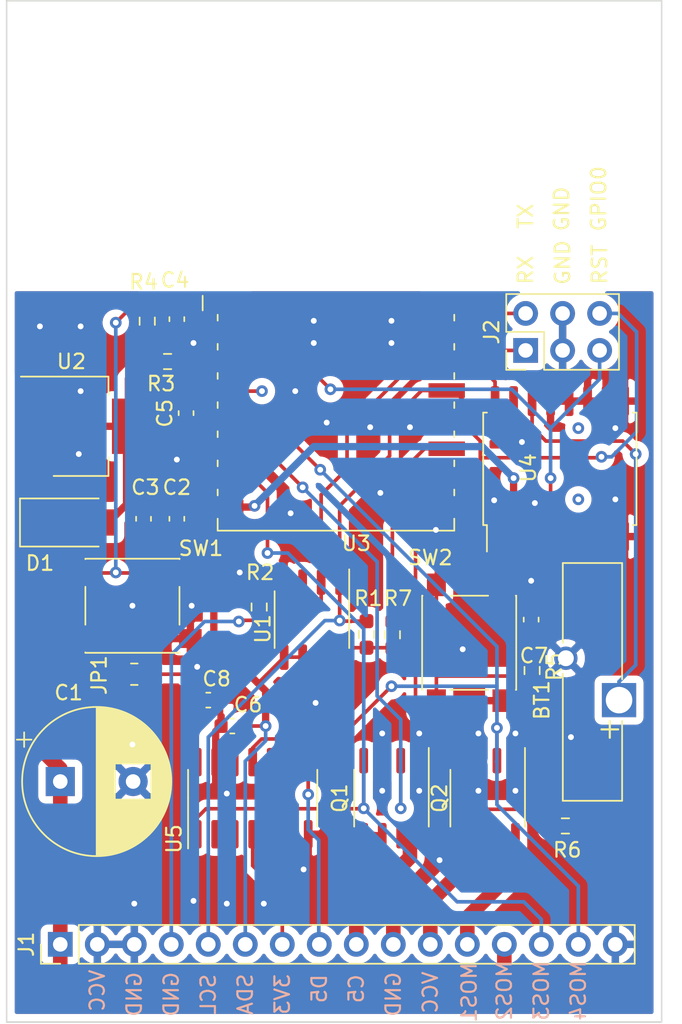
<source format=kicad_pcb>
(kicad_pcb (version 20171130) (host pcbnew "(5.1.10)-1")

  (general
    (thickness 1.6)
    (drawings 24)
    (tracks 345)
    (zones 0)
    (modules 29)
    (nets 33)
  )

  (page A4)
  (layers
    (0 F.Cu signal)
    (31 B.Cu signal)
    (32 B.Adhes user)
    (33 F.Adhes user)
    (34 B.Paste user)
    (35 F.Paste user)
    (36 B.SilkS user)
    (37 F.SilkS user)
    (38 B.Mask user)
    (39 F.Mask user)
    (40 Dwgs.User user)
    (41 Cmts.User user)
    (42 Eco1.User user)
    (43 Eco2.User user)
    (44 Edge.Cuts user)
    (45 Margin user)
    (46 B.CrtYd user)
    (47 F.CrtYd user)
    (48 B.Fab user)
    (49 F.Fab user)
  )

  (setup
    (last_trace_width 0.5)
    (user_trace_width 0.5)
    (user_trace_width 1)
    (trace_clearance 0.2)
    (zone_clearance 0.508)
    (zone_45_only no)
    (trace_min 0.2)
    (via_size 0.8)
    (via_drill 0.4)
    (via_min_size 0.4)
    (via_min_drill 0.3)
    (uvia_size 0.3)
    (uvia_drill 0.1)
    (uvias_allowed no)
    (uvia_min_size 0.2)
    (uvia_min_drill 0.1)
    (edge_width 0.05)
    (segment_width 0.2)
    (pcb_text_width 0.3)
    (pcb_text_size 1.5 1.5)
    (mod_edge_width 0.12)
    (mod_text_size 1 1)
    (mod_text_width 0.15)
    (pad_size 1.524 1.524)
    (pad_drill 0.762)
    (pad_to_mask_clearance 0)
    (aux_axis_origin 0 0)
    (visible_elements 7FFFFFFF)
    (pcbplotparams
      (layerselection 0x010fc_ffffffff)
      (usegerberextensions false)
      (usegerberattributes true)
      (usegerberadvancedattributes true)
      (creategerberjobfile true)
      (excludeedgelayer true)
      (linewidth 0.100000)
      (plotframeref false)
      (viasonmask false)
      (mode 1)
      (useauxorigin false)
      (hpglpennumber 1)
      (hpglpenspeed 20)
      (hpglpendiameter 15.000000)
      (psnegative false)
      (psa4output false)
      (plotreference true)
      (plotvalue true)
      (plotinvisibletext false)
      (padsonsilk false)
      (subtractmaskfromsilk false)
      (outputformat 1)
      (mirror false)
      (drillshape 0)
      (scaleselection 1)
      (outputdirectory "plot/"))
  )

  (net 0 "")
  (net 1 GND)
  (net 2 +3V3)
  (net 3 /SDA)
  (net 4 /SCL)
  (net 5 VCC)
  (net 6 "Net-(Q1-Pad2)")
  (net 7 "Net-(Q2-Pad4)")
  (net 8 "Net-(U1-Pad3)")
  (net 9 "Net-(U3-Pad2)")
  (net 10 /RX)
  (net 11 /TX)
  (net 12 "Net-(C5-Pad1)")
  (net 13 /MOS4)
  (net 14 /MOS3)
  (net 15 /MOS2)
  (net 16 /MOS1)
  (net 17 "Net-(BT1-Pad1)")
  (net 18 /RST)
  (net 19 /C5)
  (net 20 /D5)
  (net 21 "Net-(U4-Pad3)")
  (net 22 "Net-(U4-Pad1)")
  (net 23 "Net-(U5-Pad2)")
  (net 24 /GPIO13)
  (net 25 /GPIO14)
  (net 26 "Net-(R7-Pad2)")
  (net 27 "Net-(U3-Pad4)")
  (net 28 "Net-(C8-Pad1)")
  (net 29 "Net-(U5-Pad10)")
  (net 30 /GPIO0)
  (net 31 "Net-(U5-Pad12)")
  (net 32 "Net-(U5-Pad6)")

  (net_class Default "This is the default net class."
    (clearance 0.2)
    (trace_width 0.25)
    (via_dia 0.8)
    (via_drill 0.4)
    (uvia_dia 0.3)
    (uvia_drill 0.1)
    (add_net +3V3)
    (add_net /C5)
    (add_net /D5)
    (add_net /GPIO0)
    (add_net /GPIO13)
    (add_net /GPIO14)
    (add_net /MOS1)
    (add_net /MOS2)
    (add_net /MOS3)
    (add_net /MOS4)
    (add_net /RST)
    (add_net /RX)
    (add_net /SCL)
    (add_net /SDA)
    (add_net /TX)
    (add_net GND)
    (add_net "Net-(BT1-Pad1)")
    (add_net "Net-(C5-Pad1)")
    (add_net "Net-(C8-Pad1)")
    (add_net "Net-(Q1-Pad2)")
    (add_net "Net-(Q2-Pad4)")
    (add_net "Net-(R7-Pad2)")
    (add_net "Net-(U1-Pad3)")
    (add_net "Net-(U3-Pad2)")
    (add_net "Net-(U3-Pad4)")
    (add_net "Net-(U4-Pad1)")
    (add_net "Net-(U4-Pad3)")
    (add_net "Net-(U5-Pad10)")
    (add_net "Net-(U5-Pad12)")
    (add_net "Net-(U5-Pad2)")
    (add_net "Net-(U5-Pad6)")
    (add_net VCC)
  )

  (module Package_SO:SOIC-14_3.9x8.7mm_P1.27mm (layer F.Cu) (tedit 5D9F72B1) (tstamp 60E6193D)
    (at 129.413 143.383 90)
    (descr "SOIC, 14 Pin (JEDEC MS-012AB, https://www.analog.com/media/en/package-pcb-resources/package/pkg_pdf/soic_narrow-r/r_14.pdf), generated with kicad-footprint-generator ipc_gullwing_generator.py")
    (tags "SOIC SO")
    (path /60ED8935)
    (attr smd)
    (fp_text reference U5 (at -2.794 -5.3975 90) (layer F.SilkS)
      (effects (font (size 1 1) (thickness 0.15)))
    )
    (fp_text value 74HCT04 (at 0 5.28 90) (layer F.Fab)
      (effects (font (size 1 1) (thickness 0.15)))
    )
    (fp_line (start 3.7 -4.58) (end -3.7 -4.58) (layer F.CrtYd) (width 0.05))
    (fp_line (start 3.7 4.58) (end 3.7 -4.58) (layer F.CrtYd) (width 0.05))
    (fp_line (start -3.7 4.58) (end 3.7 4.58) (layer F.CrtYd) (width 0.05))
    (fp_line (start -3.7 -4.58) (end -3.7 4.58) (layer F.CrtYd) (width 0.05))
    (fp_line (start -1.95 -3.35) (end -0.975 -4.325) (layer F.Fab) (width 0.1))
    (fp_line (start -1.95 4.325) (end -1.95 -3.35) (layer F.Fab) (width 0.1))
    (fp_line (start 1.95 4.325) (end -1.95 4.325) (layer F.Fab) (width 0.1))
    (fp_line (start 1.95 -4.325) (end 1.95 4.325) (layer F.Fab) (width 0.1))
    (fp_line (start -0.975 -4.325) (end 1.95 -4.325) (layer F.Fab) (width 0.1))
    (fp_line (start 0 -4.435) (end -3.45 -4.435) (layer F.SilkS) (width 0.12))
    (fp_line (start 0 -4.435) (end 1.95 -4.435) (layer F.SilkS) (width 0.12))
    (fp_line (start 0 4.435) (end -1.95 4.435) (layer F.SilkS) (width 0.12))
    (fp_line (start 0 4.435) (end 1.95 4.435) (layer F.SilkS) (width 0.12))
    (fp_text user %R (at 0 0 90) (layer F.Fab)
      (effects (font (size 0.98 0.98) (thickness 0.15)))
    )
    (pad 14 smd roundrect (at 2.475 -3.81 90) (size 1.95 0.6) (layers F.Cu F.Paste F.Mask) (roundrect_rratio 0.25)
      (net 28 "Net-(C8-Pad1)"))
    (pad 13 smd roundrect (at 2.475 -2.54 90) (size 1.95 0.6) (layers F.Cu F.Paste F.Mask) (roundrect_rratio 0.25)
      (net 1 GND))
    (pad 12 smd roundrect (at 2.475 -1.27 90) (size 1.95 0.6) (layers F.Cu F.Paste F.Mask) (roundrect_rratio 0.25)
      (net 31 "Net-(U5-Pad12)"))
    (pad 11 smd roundrect (at 2.475 0 90) (size 1.95 0.6) (layers F.Cu F.Paste F.Mask) (roundrect_rratio 0.25)
      (net 25 /GPIO14))
    (pad 10 smd roundrect (at 2.475 1.27 90) (size 1.95 0.6) (layers F.Cu F.Paste F.Mask) (roundrect_rratio 0.25)
      (net 29 "Net-(U5-Pad10)"))
    (pad 9 smd roundrect (at 2.475 2.54 90) (size 1.95 0.6) (layers F.Cu F.Paste F.Mask) (roundrect_rratio 0.25)
      (net 29 "Net-(U5-Pad10)"))
    (pad 8 smd roundrect (at 2.475 3.81 90) (size 1.95 0.6) (layers F.Cu F.Paste F.Mask) (roundrect_rratio 0.25)
      (net 19 /C5))
    (pad 7 smd roundrect (at -2.475 3.81 90) (size 1.95 0.6) (layers F.Cu F.Paste F.Mask) (roundrect_rratio 0.25)
      (net 1 GND))
    (pad 6 smd roundrect (at -2.475 2.54 90) (size 1.95 0.6) (layers F.Cu F.Paste F.Mask) (roundrect_rratio 0.25)
      (net 32 "Net-(U5-Pad6)"))
    (pad 5 smd roundrect (at -2.475 1.27 90) (size 1.95 0.6) (layers F.Cu F.Paste F.Mask) (roundrect_rratio 0.25)
      (net 1 GND))
    (pad 4 smd roundrect (at -2.475 0 90) (size 1.95 0.6) (layers F.Cu F.Paste F.Mask) (roundrect_rratio 0.25)
      (net 20 /D5))
    (pad 3 smd roundrect (at -2.475 -1.27 90) (size 1.95 0.6) (layers F.Cu F.Paste F.Mask) (roundrect_rratio 0.25)
      (net 23 "Net-(U5-Pad2)"))
    (pad 2 smd roundrect (at -2.475 -2.54 90) (size 1.95 0.6) (layers F.Cu F.Paste F.Mask) (roundrect_rratio 0.25)
      (net 23 "Net-(U5-Pad2)"))
    (pad 1 smd roundrect (at -2.475 -3.81 90) (size 1.95 0.6) (layers F.Cu F.Paste F.Mask) (roundrect_rratio 0.25)
      (net 24 /GPIO13))
    (model ${KISYS3DMOD}/Package_SO.3dshapes/SOIC-14_3.9x8.7mm_P1.27mm.wrl
      (at (xyz 0 0 0))
      (scale (xyz 1 1 1))
      (rotate (xyz 0 0 0))
    )
  )

  (module Connector_PinHeader_2.54mm:PinHeader_1x16_P2.54mm_Vertical (layer F.Cu) (tedit 59FED5CC) (tstamp 60F5F4B0)
    (at 116.205 153.416 90)
    (descr "Through hole straight pin header, 1x16, 2.54mm pitch, single row")
    (tags "Through hole pin header THT 1x16 2.54mm single row")
    (path /6103C031)
    (fp_text reference J1 (at 0 -2.33 90) (layer F.SilkS)
      (effects (font (size 1 1) (thickness 0.15)))
    )
    (fp_text value Conn_01x16 (at 0 40.43 90) (layer F.Fab)
      (effects (font (size 1 1) (thickness 0.15)))
    )
    (fp_text user %R (at 0 19.05) (layer F.Fab)
      (effects (font (size 1 1) (thickness 0.15)))
    )
    (fp_line (start -0.635 -1.27) (end 1.27 -1.27) (layer F.Fab) (width 0.1))
    (fp_line (start 1.27 -1.27) (end 1.27 39.37) (layer F.Fab) (width 0.1))
    (fp_line (start 1.27 39.37) (end -1.27 39.37) (layer F.Fab) (width 0.1))
    (fp_line (start -1.27 39.37) (end -1.27 -0.635) (layer F.Fab) (width 0.1))
    (fp_line (start -1.27 -0.635) (end -0.635 -1.27) (layer F.Fab) (width 0.1))
    (fp_line (start -1.33 39.43) (end 1.33 39.43) (layer F.SilkS) (width 0.12))
    (fp_line (start -1.33 1.27) (end -1.33 39.43) (layer F.SilkS) (width 0.12))
    (fp_line (start 1.33 1.27) (end 1.33 39.43) (layer F.SilkS) (width 0.12))
    (fp_line (start -1.33 1.27) (end 1.33 1.27) (layer F.SilkS) (width 0.12))
    (fp_line (start -1.33 0) (end -1.33 -1.33) (layer F.SilkS) (width 0.12))
    (fp_line (start -1.33 -1.33) (end 0 -1.33) (layer F.SilkS) (width 0.12))
    (fp_line (start -1.8 -1.8) (end -1.8 39.9) (layer F.CrtYd) (width 0.05))
    (fp_line (start -1.8 39.9) (end 1.8 39.9) (layer F.CrtYd) (width 0.05))
    (fp_line (start 1.8 39.9) (end 1.8 -1.8) (layer F.CrtYd) (width 0.05))
    (fp_line (start 1.8 -1.8) (end -1.8 -1.8) (layer F.CrtYd) (width 0.05))
    (pad 16 thru_hole oval (at 0 38.1 90) (size 1.7 1.7) (drill 1) (layers *.Cu *.Mask)
      (net 1 GND))
    (pad 15 thru_hole oval (at 0 35.56 90) (size 1.7 1.7) (drill 1) (layers *.Cu *.Mask)
      (net 25 /GPIO14))
    (pad 14 thru_hole oval (at 0 33.02 90) (size 1.7 1.7) (drill 1) (layers *.Cu *.Mask)
      (net 24 /GPIO13))
    (pad 13 thru_hole oval (at 0 30.48 90) (size 1.7 1.7) (drill 1) (layers *.Cu *.Mask)
      (net 5 VCC))
    (pad 12 thru_hole oval (at 0 27.94 90) (size 1.7 1.7) (drill 1) (layers *.Cu *.Mask)
      (net 13 /MOS4))
    (pad 11 thru_hole oval (at 0 25.4 90) (size 1.7 1.7) (drill 1) (layers *.Cu *.Mask)
      (net 14 /MOS3))
    (pad 10 thru_hole oval (at 0 22.86 90) (size 1.7 1.7) (drill 1) (layers *.Cu *.Mask)
      (net 15 /MOS2))
    (pad 9 thru_hole oval (at 0 20.32 90) (size 1.7 1.7) (drill 1) (layers *.Cu *.Mask)
      (net 16 /MOS1))
    (pad 8 thru_hole oval (at 0 17.78 90) (size 1.7 1.7) (drill 1) (layers *.Cu *.Mask)
      (net 19 /C5))
    (pad 7 thru_hole oval (at 0 15.24 90) (size 1.7 1.7) (drill 1) (layers *.Cu *.Mask)
      (net 20 /D5))
    (pad 6 thru_hole oval (at 0 12.7 90) (size 1.7 1.7) (drill 1) (layers *.Cu *.Mask)
      (net 2 +3V3))
    (pad 5 thru_hole oval (at 0 10.16 90) (size 1.7 1.7) (drill 1) (layers *.Cu *.Mask)
      (net 3 /SDA))
    (pad 4 thru_hole oval (at 0 7.62 90) (size 1.7 1.7) (drill 1) (layers *.Cu *.Mask)
      (net 4 /SCL))
    (pad 3 thru_hole oval (at 0 5.08 90) (size 1.7 1.7) (drill 1) (layers *.Cu *.Mask)
      (net 1 GND))
    (pad 2 thru_hole oval (at 0 2.54 90) (size 1.7 1.7) (drill 1) (layers *.Cu *.Mask)
      (net 1 GND))
    (pad 1 thru_hole rect (at 0 0 90) (size 1.7 1.7) (drill 1) (layers *.Cu *.Mask)
      (net 5 VCC))
    (model ${KISYS3DMOD}/Connector_PinHeader_2.54mm.3dshapes/PinHeader_1x16_P2.54mm_Vertical.wrl
      (at (xyz 0 0 0))
      (scale (xyz 1 1 1))
      (rotate (xyz 0 0 0))
    )
  )

  (module Connector_PinHeader_2.54mm:PinHeader_2x03_P2.54mm_Vertical (layer F.Cu) (tedit 59FED5CC) (tstamp 60F5B7F3)
    (at 148.1455 112.649 90)
    (descr "Through hole straight pin header, 2x03, 2.54mm pitch, double rows")
    (tags "Through hole pin header THT 2x03 2.54mm double row")
    (path /60F88E50)
    (fp_text reference J2 (at 1.27 -2.33 90) (layer F.SilkS)
      (effects (font (size 1 1) (thickness 0.15)))
    )
    (fp_text value Conn_02x03_Counter_Clockwise (at 1.27 7.41 90) (layer F.Fab)
      (effects (font (size 1 1) (thickness 0.15)))
    )
    (fp_text user %R (at 1.27 2.54) (layer F.Fab)
      (effects (font (size 1 1) (thickness 0.15)))
    )
    (fp_line (start 0 -1.27) (end 3.81 -1.27) (layer F.Fab) (width 0.1))
    (fp_line (start 3.81 -1.27) (end 3.81 6.35) (layer F.Fab) (width 0.1))
    (fp_line (start 3.81 6.35) (end -1.27 6.35) (layer F.Fab) (width 0.1))
    (fp_line (start -1.27 6.35) (end -1.27 0) (layer F.Fab) (width 0.1))
    (fp_line (start -1.27 0) (end 0 -1.27) (layer F.Fab) (width 0.1))
    (fp_line (start -1.33 6.41) (end 3.87 6.41) (layer F.SilkS) (width 0.12))
    (fp_line (start -1.33 1.27) (end -1.33 6.41) (layer F.SilkS) (width 0.12))
    (fp_line (start 3.87 -1.33) (end 3.87 6.41) (layer F.SilkS) (width 0.12))
    (fp_line (start -1.33 1.27) (end 1.27 1.27) (layer F.SilkS) (width 0.12))
    (fp_line (start 1.27 1.27) (end 1.27 -1.33) (layer F.SilkS) (width 0.12))
    (fp_line (start 1.27 -1.33) (end 3.87 -1.33) (layer F.SilkS) (width 0.12))
    (fp_line (start -1.33 0) (end -1.33 -1.33) (layer F.SilkS) (width 0.12))
    (fp_line (start -1.33 -1.33) (end 0 -1.33) (layer F.SilkS) (width 0.12))
    (fp_line (start -1.8 -1.8) (end -1.8 6.85) (layer F.CrtYd) (width 0.05))
    (fp_line (start -1.8 6.85) (end 4.35 6.85) (layer F.CrtYd) (width 0.05))
    (fp_line (start 4.35 6.85) (end 4.35 -1.8) (layer F.CrtYd) (width 0.05))
    (fp_line (start 4.35 -1.8) (end -1.8 -1.8) (layer F.CrtYd) (width 0.05))
    (pad 6 thru_hole oval (at 2.54 5.08 90) (size 1.7 1.7) (drill 1) (layers *.Cu *.Mask)
      (net 30 /GPIO0))
    (pad 5 thru_hole oval (at 0 5.08 90) (size 1.7 1.7) (drill 1) (layers *.Cu *.Mask)
      (net 18 /RST))
    (pad 4 thru_hole oval (at 2.54 2.54 90) (size 1.7 1.7) (drill 1) (layers *.Cu *.Mask)
      (net 1 GND))
    (pad 3 thru_hole oval (at 0 2.54 90) (size 1.7 1.7) (drill 1) (layers *.Cu *.Mask)
      (net 1 GND))
    (pad 2 thru_hole oval (at 2.54 0 90) (size 1.7 1.7) (drill 1) (layers *.Cu *.Mask)
      (net 11 /TX))
    (pad 1 thru_hole rect (at 0 0 90) (size 1.7 1.7) (drill 1) (layers *.Cu *.Mask)
      (net 10 /RX))
    (model ${KISYS3DMOD}/Connector_PinHeader_2.54mm.3dshapes/PinHeader_2x03_P2.54mm_Vertical.wrl
      (at (xyz 0 0 0))
      (scale (xyz 1 1 1))
      (rotate (xyz 0 0 0))
    )
  )

  (module Capacitor_SMD:C_0603_1608Metric (layer F.Cu) (tedit 5F68FEEE) (tstamp 60F098AD)
    (at 126.365 136.652)
    (descr "Capacitor SMD 0603 (1608 Metric), square (rectangular) end terminal, IPC_7351 nominal, (Body size source: IPC-SM-782 page 76, https://www.pcb-3d.com/wordpress/wp-content/uploads/ipc-sm-782a_amendment_1_and_2.pdf), generated with kicad-footprint-generator")
    (tags capacitor)
    (path /60F2ACCA)
    (attr smd)
    (fp_text reference C8 (at 0.5715 -1.4605) (layer F.SilkS)
      (effects (font (size 1 1) (thickness 0.15)))
    )
    (fp_text value C (at 0 1.43) (layer F.Fab)
      (effects (font (size 1 1) (thickness 0.15)))
    )
    (fp_line (start -0.8 0.4) (end -0.8 -0.4) (layer F.Fab) (width 0.1))
    (fp_line (start -0.8 -0.4) (end 0.8 -0.4) (layer F.Fab) (width 0.1))
    (fp_line (start 0.8 -0.4) (end 0.8 0.4) (layer F.Fab) (width 0.1))
    (fp_line (start 0.8 0.4) (end -0.8 0.4) (layer F.Fab) (width 0.1))
    (fp_line (start -0.14058 -0.51) (end 0.14058 -0.51) (layer F.SilkS) (width 0.12))
    (fp_line (start -0.14058 0.51) (end 0.14058 0.51) (layer F.SilkS) (width 0.12))
    (fp_line (start -1.48 0.73) (end -1.48 -0.73) (layer F.CrtYd) (width 0.05))
    (fp_line (start -1.48 -0.73) (end 1.48 -0.73) (layer F.CrtYd) (width 0.05))
    (fp_line (start 1.48 -0.73) (end 1.48 0.73) (layer F.CrtYd) (width 0.05))
    (fp_line (start 1.48 0.73) (end -1.48 0.73) (layer F.CrtYd) (width 0.05))
    (fp_text user %R (at 0 0) (layer F.Fab)
      (effects (font (size 0.4 0.4) (thickness 0.06)))
    )
    (pad 2 smd roundrect (at 0.775 0) (size 0.9 0.95) (layers F.Cu F.Paste F.Mask) (roundrect_rratio 0.25)
      (net 1 GND))
    (pad 1 smd roundrect (at -0.775 0) (size 0.9 0.95) (layers F.Cu F.Paste F.Mask) (roundrect_rratio 0.25)
      (net 28 "Net-(C8-Pad1)"))
    (model ${KISYS3DMOD}/Capacitor_SMD.3dshapes/C_0603_1608Metric.wrl
      (at (xyz 0 0 0))
      (scale (xyz 1 1 1))
      (rotate (xyz 0 0 0))
    )
  )

  (module RF_Module:ESP-07 (layer F.Cu) (tedit 5B1D6972) (tstamp 60E1F4AE)
    (at 135.128 114.3)
    (descr "Wi-Fi Module, http://wiki.ai-thinker.com/_media/esp8266/docs/a007ps01a2_esp-07_product_specification_v1.2.pdf")
    (tags "Wi-Fi Module")
    (path /5FEB3F13)
    (attr smd)
    (fp_text reference U3 (at 1.397 11.6) (layer F.SilkS)
      (effects (font (size 1 1) (thickness 0.15)))
    )
    (fp_text value ESP-07 (at 0 9.6) (layer F.Fab)
      (effects (font (size 1 1) (thickness 0.15)))
    )
    (fp_line (start 8.12 -3.7) (end 8.12 -4.1) (layer F.SilkS) (width 0.12))
    (fp_line (start -8.12 -3.7) (end -8.12 -4.1) (layer F.SilkS) (width 0.12))
    (fp_line (start 8.12 -1.7) (end 8.12 -2.1) (layer F.SilkS) (width 0.12))
    (fp_line (start -8.12 -1.7) (end -8.12 -2.1) (layer F.SilkS) (width 0.12))
    (fp_line (start 8.12 0.3) (end 8.12 -0.1) (layer F.SilkS) (width 0.12))
    (fp_line (start -8.12 0.3) (end -8.12 -0.1) (layer F.SilkS) (width 0.12))
    (fp_line (start 8.12 2.3) (end 8.12 1.9) (layer F.SilkS) (width 0.12))
    (fp_line (start -8.12 2.3) (end -8.12 1.9) (layer F.SilkS) (width 0.12))
    (fp_line (start 8.12 4.3) (end 8.12 3.9) (layer F.SilkS) (width 0.12))
    (fp_line (start -8.12 4.3) (end -8.12 3.9) (layer F.SilkS) (width 0.12))
    (fp_line (start 8.12 6.3) (end 8.12 5.9) (layer F.SilkS) (width 0.12))
    (fp_line (start -8.12 6.3) (end -8.12 5.9) (layer F.SilkS) (width 0.12))
    (fp_line (start 8.12 8.3) (end 8.12 7.9) (layer F.SilkS) (width 0.12))
    (fp_line (start -8.12 8.3) (end -8.12 7.9) (layer F.SilkS) (width 0.12))
    (fp_line (start 23 -8.6) (end 20.4 -6) (layer Dwgs.User) (width 0.12))
    (fp_line (start 23 -11.6) (end 17.4 -6) (layer Dwgs.User) (width 0.12))
    (fp_line (start 23 -14.6) (end 14.4 -6) (layer Dwgs.User) (width 0.12))
    (fp_line (start 23 -17.6) (end 11.4 -6) (layer Dwgs.User) (width 0.12))
    (fp_line (start 23 -20.6) (end 8.4 -6) (layer Dwgs.User) (width 0.12))
    (fp_line (start 5.4 -6) (end 23 -23.6) (layer Dwgs.User) (width 0.12))
    (fp_line (start 19 -25.6) (end -0.6 -6) (layer Dwgs.User) (width 0.12))
    (fp_line (start 16 -25.6) (end -3.6 -6) (layer Dwgs.User) (width 0.12))
    (fp_line (start 2.4 -6) (end 22 -25.6) (layer Dwgs.User) (width 0.12))
    (fp_line (start 7 -25.6) (end -12.6 -6) (layer Dwgs.User) (width 0.12))
    (fp_line (start 10 -25.6) (end -9.6 -6) (layer Dwgs.User) (width 0.12))
    (fp_line (start -6.6 -6) (end 13 -25.6) (layer Dwgs.User) (width 0.12))
    (fp_line (start -15.6 -6) (end 4 -25.6) (layer Dwgs.User) (width 0.12))
    (fp_line (start 1 -25.6) (end -18.6 -6) (layer Dwgs.User) (width 0.12))
    (fp_line (start -2 -25.6) (end -21.6 -6) (layer Dwgs.User) (width 0.12))
    (fp_line (start -5 -25.6) (end -23 -7.6) (layer Dwgs.User) (width 0.12))
    (fp_line (start -8 -25.6) (end -23 -10.6) (layer Dwgs.User) (width 0.12))
    (fp_line (start -11 -25.6) (end -23 -13.6) (layer Dwgs.User) (width 0.12))
    (fp_line (start -14 -25.6) (end -23 -16.6) (layer Dwgs.User) (width 0.12))
    (fp_line (start -17 -25.6) (end -23 -19.6) (layer Dwgs.User) (width 0.12))
    (fp_line (start -20 -25.6) (end -23 -22.6) (layer Dwgs.User) (width 0.12))
    (fp_line (start 23 -6) (end 23 -25.6) (layer Dwgs.User) (width 0.12))
    (fp_line (start 23 -6) (end -23 -6) (layer Dwgs.User) (width 0.12))
    (fp_line (start -23 -25.6) (end -23 -6) (layer Dwgs.User) (width 0.12))
    (fp_line (start -23 -25.6) (end 23 -25.6) (layer Dwgs.User) (width 0.12))
    (fp_line (start -9.15 -5.4) (end -9.15 -4.4) (layer F.SilkS) (width 0.12))
    (fp_line (start -8.12 10.72) (end -8.12 9.9) (layer F.SilkS) (width 0.12))
    (fp_line (start 8.12 10.72) (end -8.12 10.72) (layer F.SilkS) (width 0.12))
    (fp_line (start 8.12 9.9) (end 8.12 10.72) (layer F.SilkS) (width 0.12))
    (fp_line (start -9.1 10.85) (end -9.1 -10.85) (layer F.CrtYd) (width 0.05))
    (fp_line (start 9.1 10.85) (end -9.1 10.85) (layer F.CrtYd) (width 0.05))
    (fp_line (start 9.1 -10.85) (end 9.1 10.85) (layer F.CrtYd) (width 0.05))
    (fp_line (start -9.1 -10.85) (end 9.1 -10.85) (layer F.CrtYd) (width 0.05))
    (fp_line (start -8 -5.4) (end -8 -10.6) (layer F.Fab) (width 0.1))
    (fp_line (start -7.5 -4.9) (end -8 -5.4) (layer F.Fab) (width 0.1))
    (fp_line (start -8 -4.4) (end -7.5 -4.9) (layer F.Fab) (width 0.1))
    (fp_line (start -8 10.6) (end -8 -4.4) (layer F.Fab) (width 0.1))
    (fp_line (start 8 10.6) (end -8 10.6) (layer F.Fab) (width 0.1))
    (fp_line (start 8 -10.6) (end 8 10.6) (layer F.Fab) (width 0.1))
    (fp_line (start -8 -10.6) (end 8 -10.6) (layer F.Fab) (width 0.1))
    (fp_text user %R (at 0 0) (layer F.Fab)
      (effects (font (size 1 1) (thickness 0.15)))
    )
    (fp_text user "KEEP-OUT ZONE" (at 0 -17.3 180) (layer Cmts.User)
      (effects (font (size 1 1) (thickness 0.15)))
    )
    (fp_text user "No metal, traces, or components\non any PCB layer if using on-board antenna" (at 0 -14.3 180) (layer Cmts.User)
      (effects (font (size 0.8 0.8) (thickness 0.12)))
    )
    (pad 16 smd rect (at 7.6 -4.9) (size 2.5 1) (layers F.Cu F.Paste F.Mask)
      (net 11 /TX))
    (pad 15 smd rect (at 7.6 -2.9) (size 2.5 1) (layers F.Cu F.Paste F.Mask)
      (net 10 /RX))
    (pad 14 smd rect (at 7.6 -0.9) (size 2.5 1) (layers F.Cu F.Paste F.Mask)
      (net 4 /SCL))
    (pad 13 smd rect (at 7.6 1.1) (size 2.5 1) (layers F.Cu F.Paste F.Mask)
      (net 3 /SDA))
    (pad 12 smd rect (at 7.6 3.1) (size 2.5 1) (layers F.Cu F.Paste F.Mask)
      (net 30 /GPIO0))
    (pad 11 smd rect (at 7.6 5.1) (size 2.5 1) (layers F.Cu F.Paste F.Mask)
      (net 26 "Net-(R7-Pad2)"))
    (pad 10 smd rect (at 7.6 7.1) (size 2.5 1) (layers F.Cu F.Paste F.Mask)
      (net 7 "Net-(Q2-Pad4)"))
    (pad 9 smd rect (at 7.6 9.1) (size 2.5 1) (layers F.Cu F.Paste F.Mask)
      (net 1 GND))
    (pad 8 smd rect (at -7.6 9.1) (size 2.5 1) (layers F.Cu F.Paste F.Mask)
      (net 2 +3V3))
    (pad 7 smd rect (at -7.6 7.1) (size 2.5 1) (layers F.Cu F.Paste F.Mask)
      (net 24 /GPIO13))
    (pad 6 smd rect (at -7.6 5.1) (size 2.5 1) (layers F.Cu F.Paste F.Mask)
      (net 6 "Net-(Q1-Pad2)"))
    (pad 5 smd rect (at -7.6 3.1) (size 2.5 1) (layers F.Cu F.Paste F.Mask)
      (net 25 /GPIO14))
    (pad 4 smd rect (at -7.6 1.1) (size 2.5 1) (layers F.Cu F.Paste F.Mask)
      (net 27 "Net-(U3-Pad4)"))
    (pad 3 smd rect (at -7.6 -0.9) (size 2.5 1) (layers F.Cu F.Paste F.Mask)
      (net 12 "Net-(C5-Pad1)"))
    (pad 2 smd rect (at -7.6 -2.9) (size 2.5 1) (layers F.Cu F.Paste F.Mask)
      (net 9 "Net-(U3-Pad2)"))
    (pad 1 smd rect (at -7.6 -4.9) (size 2.5 1) (layers F.Cu F.Paste F.Mask)
      (net 18 /RST))
    (model ${KISYS3DMOD}/RF_Module.3dshapes/ESP-07.wrl
      (at (xyz 0 0 0))
      (scale (xyz 1 1 1))
      (rotate (xyz 0 0 0))
    )
  )

  (module Package_SO:SO-8_3.9x4.9mm_P1.27mm (layer F.Cu) (tedit 5D9F72B1) (tstamp 60E1F44B)
    (at 133.477 131.1275 270)
    (descr "SO, 8 Pin (https://www.nxp.com/docs/en/data-sheet/PCF8523.pdf), generated with kicad-footprint-generator ipc_gullwing_generator.py")
    (tags "SO SO")
    (path /60E359C0)
    (attr smd)
    (fp_text reference U1 (at 0.635 3.3655 90) (layer F.SilkS)
      (effects (font (size 1 1) (thickness 0.15)))
    )
    (fp_text value LM75B (at -0.127 -4.826 90) (layer F.Fab)
      (effects (font (size 1 1) (thickness 0.15)))
    )
    (fp_line (start 3.7 -2.7) (end -3.7 -2.7) (layer F.CrtYd) (width 0.05))
    (fp_line (start 3.7 2.7) (end 3.7 -2.7) (layer F.CrtYd) (width 0.05))
    (fp_line (start -3.7 2.7) (end 3.7 2.7) (layer F.CrtYd) (width 0.05))
    (fp_line (start -3.7 -2.7) (end -3.7 2.7) (layer F.CrtYd) (width 0.05))
    (fp_line (start -1.95 -1.475) (end -0.975 -2.45) (layer F.Fab) (width 0.1))
    (fp_line (start -1.95 2.45) (end -1.95 -1.475) (layer F.Fab) (width 0.1))
    (fp_line (start 1.95 2.45) (end -1.95 2.45) (layer F.Fab) (width 0.1))
    (fp_line (start 1.95 -2.45) (end 1.95 2.45) (layer F.Fab) (width 0.1))
    (fp_line (start -0.975 -2.45) (end 1.95 -2.45) (layer F.Fab) (width 0.1))
    (fp_line (start 0 -2.56) (end -3.45 -2.56) (layer F.SilkS) (width 0.12))
    (fp_line (start 0 -2.56) (end 1.95 -2.56) (layer F.SilkS) (width 0.12))
    (fp_line (start 0 2.56) (end -1.95 2.56) (layer F.SilkS) (width 0.12))
    (fp_line (start 0 2.56) (end 1.95 2.56) (layer F.SilkS) (width 0.12))
    (fp_text user %R (at 0 0 90) (layer F.Fab)
      (effects (font (size 0.98 0.98) (thickness 0.15)))
    )
    (pad 8 smd roundrect (at 2.575 -1.905 270) (size 1.75 0.6) (layers F.Cu F.Paste F.Mask) (roundrect_rratio 0.25)
      (net 2 +3V3))
    (pad 7 smd roundrect (at 2.575 -0.635 270) (size 1.75 0.6) (layers F.Cu F.Paste F.Mask) (roundrect_rratio 0.25)
      (net 2 +3V3))
    (pad 6 smd roundrect (at 2.575 0.635 270) (size 1.75 0.6) (layers F.Cu F.Paste F.Mask) (roundrect_rratio 0.25)
      (net 2 +3V3))
    (pad 5 smd roundrect (at 2.575 1.905 270) (size 1.75 0.6) (layers F.Cu F.Paste F.Mask) (roundrect_rratio 0.25)
      (net 2 +3V3))
    (pad 4 smd roundrect (at -2.575 1.905 270) (size 1.75 0.6) (layers F.Cu F.Paste F.Mask) (roundrect_rratio 0.25)
      (net 1 GND))
    (pad 3 smd roundrect (at -2.575 0.635 270) (size 1.75 0.6) (layers F.Cu F.Paste F.Mask) (roundrect_rratio 0.25)
      (net 8 "Net-(U1-Pad3)"))
    (pad 2 smd roundrect (at -2.575 -0.635 270) (size 1.75 0.6) (layers F.Cu F.Paste F.Mask) (roundrect_rratio 0.25)
      (net 4 /SCL))
    (pad 1 smd roundrect (at -2.575 -1.905 270) (size 1.75 0.6) (layers F.Cu F.Paste F.Mask) (roundrect_rratio 0.25)
      (net 3 /SDA))
    (model ${KISYS3DMOD}/Package_SO.3dshapes/SO-8_3.9x4.9mm_P1.27mm.wrl
      (at (xyz 0 0 0))
      (scale (xyz 1 1 1))
      (rotate (xyz 0 0 0))
    )
  )

  (module Battery:Battery_Panasonic_CR1632-V1AN_Vertical_CircularHoles (layer F.Cu) (tedit 5C857808) (tstamp 60E63C6F)
    (at 154.559 136.652 90)
    (descr "Panasonic CR-1632-V1AN battery, https://industrial.panasonic.com/cdbs/www-data/pdf2/AAA4000/AAA4000D140.pdf")
    (tags "battery CR-1632 coin cell vertical")
    (path /60E902BA)
    (fp_text reference BT1 (at 0 -5.3 90) (layer F.SilkS)
      (effects (font (size 1 1) (thickness 0.15)))
    )
    (fp_text value Battery_Cell (at 1.25 2.2 90) (layer F.Fab)
      (effects (font (size 1 1) (thickness 0.15)))
    )
    (fp_line (start 3.94 -3.86) (end 9.41 -3.86) (layer F.SilkS) (width 0.12))
    (fp_line (start -6.91 -3.86) (end 1.81 -3.86) (layer F.SilkS) (width 0.12))
    (fp_line (start -6.91 0.21) (end -6.91 -3.86) (layer F.SilkS) (width 0.12))
    (fp_line (start 9.41 0.21) (end 9.41 -3.86) (layer F.SilkS) (width 0.12))
    (fp_line (start 1.44 0.21) (end 9.41 0.21) (layer F.SilkS) (width 0.12))
    (fp_line (start -6.91 0.21) (end -1.43 0.21) (layer F.SilkS) (width 0.12))
    (fp_line (start -7.05 -4.58) (end 9.55 -4.58) (layer F.CrtYd) (width 0.05))
    (fp_line (start -7.05 1.3) (end 9.55 1.3) (layer F.CrtYd) (width 0.05))
    (fp_line (start 9.55 1.3) (end 9.55 -4.58) (layer F.CrtYd) (width 0.05))
    (fp_line (start -7.05 1.3) (end -7.05 -4.58) (layer F.CrtYd) (width 0.05))
    (fp_line (start 9.3 0.1) (end 9.3 -3.75) (layer F.Fab) (width 0.1))
    (fp_line (start -6.8 0.1) (end -6.8 -3.75) (layer F.Fab) (width 0.1))
    (fp_line (start -6.8 -3.75) (end 9.3 -3.75) (layer F.Fab) (width 0.1))
    (fp_line (start -6.8 0.1) (end 9.3 0.1) (layer F.Fab) (width 0.1))
    (fp_text user + (at -2.01 -0.75 90) (layer F.SilkS)
      (effects (font (size 1.5 1.5) (thickness 0.15)))
    )
    (fp_text user %R (at 1.25 -1.8 270) (layer F.Fab)
      (effects (font (size 1 1) (thickness 0.15)))
    )
    (pad 2 thru_hole circle (at 2.875 -3.65 90) (size 1.6 1.6) (drill 1.09) (layers *.Cu *.Mask)
      (net 1 GND))
    (pad 1 thru_hole rect (at 0 0 180) (size 2.35 2.35) (drill 1.82) (layers *.Cu *.Mask)
      (net 17 "Net-(BT1-Pad1)"))
    (model ${KISYS3DMOD}/Battery.3dshapes/Battery_Panasonic_CR1632-V1AN_Vertical_CircularHoles.wrl
      (at (xyz 0 0 0))
      (scale (xyz 1 1 1))
      (rotate (xyz 0 0 0))
    )
  )

  (module Package_SO:SOIC-16W_7.5x10.3mm_P1.27mm (layer F.Cu) (tedit 5D9F72B1) (tstamp 60E61854)
    (at 150.495 120.777 90)
    (descr "SOIC, 16 Pin (JEDEC MS-013AA, https://www.analog.com/media/en/package-pcb-resources/package/pkg_pdf/soic_wide-rw/rw_16.pdf), generated with kicad-footprint-generator ipc_gullwing_generator.py")
    (tags "SOIC SO")
    (path /60E5E3D0)
    (attr smd)
    (fp_text reference U4 (at 0.0635 -2.159 90) (layer F.SilkS)
      (effects (font (size 1 1) (thickness 0.15)))
    )
    (fp_text value DS3231M (at 0 6.1 90) (layer F.Fab)
      (effects (font (size 1 1) (thickness 0.15)))
    )
    (fp_line (start 0 5.26) (end 3.86 5.26) (layer F.SilkS) (width 0.12))
    (fp_line (start 3.86 5.26) (end 3.86 5.005) (layer F.SilkS) (width 0.12))
    (fp_line (start 0 5.26) (end -3.86 5.26) (layer F.SilkS) (width 0.12))
    (fp_line (start -3.86 5.26) (end -3.86 5.005) (layer F.SilkS) (width 0.12))
    (fp_line (start 0 -5.26) (end 3.86 -5.26) (layer F.SilkS) (width 0.12))
    (fp_line (start 3.86 -5.26) (end 3.86 -5.005) (layer F.SilkS) (width 0.12))
    (fp_line (start 0 -5.26) (end -3.86 -5.26) (layer F.SilkS) (width 0.12))
    (fp_line (start -3.86 -5.26) (end -3.86 -5.005) (layer F.SilkS) (width 0.12))
    (fp_line (start -3.86 -5.005) (end -5.675 -5.005) (layer F.SilkS) (width 0.12))
    (fp_line (start -2.75 -5.15) (end 3.75 -5.15) (layer F.Fab) (width 0.1))
    (fp_line (start 3.75 -5.15) (end 3.75 5.15) (layer F.Fab) (width 0.1))
    (fp_line (start 3.75 5.15) (end -3.75 5.15) (layer F.Fab) (width 0.1))
    (fp_line (start -3.75 5.15) (end -3.75 -4.15) (layer F.Fab) (width 0.1))
    (fp_line (start -3.75 -4.15) (end -2.75 -5.15) (layer F.Fab) (width 0.1))
    (fp_line (start -5.93 -5.4) (end -5.93 5.4) (layer F.CrtYd) (width 0.05))
    (fp_line (start -5.93 5.4) (end 5.93 5.4) (layer F.CrtYd) (width 0.05))
    (fp_line (start 5.93 5.4) (end 5.93 -5.4) (layer F.CrtYd) (width 0.05))
    (fp_line (start 5.93 -5.4) (end -5.93 -5.4) (layer F.CrtYd) (width 0.05))
    (fp_text user %R (at 0 0 90) (layer F.Fab)
      (effects (font (size 1 1) (thickness 0.15)))
    )
    (pad 1 smd roundrect (at -4.65 -4.445 90) (size 2.05 0.6) (layers F.Cu F.Paste F.Mask) (roundrect_rratio 0.25)
      (net 22 "Net-(U4-Pad1)"))
    (pad 2 smd roundrect (at -4.65 -3.175 90) (size 2.05 0.6) (layers F.Cu F.Paste F.Mask) (roundrect_rratio 0.25)
      (net 2 +3V3))
    (pad 3 smd roundrect (at -4.65 -1.905 90) (size 2.05 0.6) (layers F.Cu F.Paste F.Mask) (roundrect_rratio 0.25)
      (net 21 "Net-(U4-Pad3)"))
    (pad 4 smd roundrect (at -4.65 -0.635 90) (size 2.05 0.6) (layers F.Cu F.Paste F.Mask) (roundrect_rratio 0.25)
      (net 18 /RST))
    (pad 5 smd roundrect (at -4.65 0.635 90) (size 2.05 0.6) (layers F.Cu F.Paste F.Mask) (roundrect_rratio 0.25)
      (net 1 GND))
    (pad 6 smd roundrect (at -4.65 1.905 90) (size 2.05 0.6) (layers F.Cu F.Paste F.Mask) (roundrect_rratio 0.25)
      (net 1 GND))
    (pad 7 smd roundrect (at -4.65 3.175 90) (size 2.05 0.6) (layers F.Cu F.Paste F.Mask) (roundrect_rratio 0.25)
      (net 1 GND))
    (pad 8 smd roundrect (at -4.65 4.445 90) (size 2.05 0.6) (layers F.Cu F.Paste F.Mask) (roundrect_rratio 0.25)
      (net 1 GND))
    (pad 9 smd roundrect (at 4.65 4.445 90) (size 2.05 0.6) (layers F.Cu F.Paste F.Mask) (roundrect_rratio 0.25)
      (net 1 GND))
    (pad 10 smd roundrect (at 4.65 3.175 90) (size 2.05 0.6) (layers F.Cu F.Paste F.Mask) (roundrect_rratio 0.25)
      (net 1 GND))
    (pad 11 smd roundrect (at 4.65 1.905 90) (size 2.05 0.6) (layers F.Cu F.Paste F.Mask) (roundrect_rratio 0.25)
      (net 1 GND))
    (pad 12 smd roundrect (at 4.65 0.635 90) (size 2.05 0.6) (layers F.Cu F.Paste F.Mask) (roundrect_rratio 0.25)
      (net 1 GND))
    (pad 13 smd roundrect (at 4.65 -0.635 90) (size 2.05 0.6) (layers F.Cu F.Paste F.Mask) (roundrect_rratio 0.25)
      (net 1 GND))
    (pad 14 smd roundrect (at 4.65 -1.905 90) (size 2.05 0.6) (layers F.Cu F.Paste F.Mask) (roundrect_rratio 0.25)
      (net 17 "Net-(BT1-Pad1)"))
    (pad 15 smd roundrect (at 4.65 -3.175 90) (size 2.05 0.6) (layers F.Cu F.Paste F.Mask) (roundrect_rratio 0.25)
      (net 3 /SDA))
    (pad 16 smd roundrect (at 4.65 -4.445 90) (size 2.05 0.6) (layers F.Cu F.Paste F.Mask) (roundrect_rratio 0.25)
      (net 4 /SCL))
    (model ${KISYS3DMOD}/Package_SO.3dshapes/SOIC-16W_7.5x10.3mm_P1.27mm.wrl
      (at (xyz 0 0 0))
      (scale (xyz 1 1 1))
      (rotate (xyz 0 0 0))
    )
  )

  (module Resistor_SMD:R_0603_1608Metric_Pad0.98x0.95mm_HandSolder (layer F.Cu) (tedit 5F68FEEE) (tstamp 60E617DE)
    (at 139.0015 132.167 90)
    (descr "Resistor SMD 0603 (1608 Metric), square (rectangular) end terminal, IPC_7351 nominal with elongated pad for handsoldering. (Body size source: IPC-SM-782 page 72, https://www.pcb-3d.com/wordpress/wp-content/uploads/ipc-sm-782a_amendment_1_and_2.pdf), generated with kicad-footprint-generator")
    (tags "resistor handsolder")
    (path /60E5B51D)
    (attr smd)
    (fp_text reference R7 (at 2.5 0.381) (layer F.SilkS)
      (effects (font (size 1 1) (thickness 0.15)))
    )
    (fp_text value R (at 0 1.43 90) (layer F.Fab)
      (effects (font (size 1 1) (thickness 0.15)))
    )
    (fp_line (start -0.8 0.4125) (end -0.8 -0.4125) (layer F.Fab) (width 0.1))
    (fp_line (start -0.8 -0.4125) (end 0.8 -0.4125) (layer F.Fab) (width 0.1))
    (fp_line (start 0.8 -0.4125) (end 0.8 0.4125) (layer F.Fab) (width 0.1))
    (fp_line (start 0.8 0.4125) (end -0.8 0.4125) (layer F.Fab) (width 0.1))
    (fp_line (start -0.254724 -0.5225) (end 0.254724 -0.5225) (layer F.SilkS) (width 0.12))
    (fp_line (start -0.254724 0.5225) (end 0.254724 0.5225) (layer F.SilkS) (width 0.12))
    (fp_line (start -1.65 0.73) (end -1.65 -0.73) (layer F.CrtYd) (width 0.05))
    (fp_line (start -1.65 -0.73) (end 1.65 -0.73) (layer F.CrtYd) (width 0.05))
    (fp_line (start 1.65 -0.73) (end 1.65 0.73) (layer F.CrtYd) (width 0.05))
    (fp_line (start 1.65 0.73) (end -1.65 0.73) (layer F.CrtYd) (width 0.05))
    (fp_text user %R (at 0 0 90) (layer F.Fab)
      (effects (font (size 0.4 0.4) (thickness 0.06)))
    )
    (pad 1 smd roundrect (at -0.9125 0 90) (size 0.975 0.95) (layers F.Cu F.Paste F.Mask) (roundrect_rratio 0.25)
      (net 2 +3V3))
    (pad 2 smd roundrect (at 0.9125 0 90) (size 0.975 0.95) (layers F.Cu F.Paste F.Mask) (roundrect_rratio 0.25)
      (net 26 "Net-(R7-Pad2)"))
    (model ${KISYS3DMOD}/Resistor_SMD.3dshapes/R_0603_1608Metric.wrl
      (at (xyz 0 0 0))
      (scale (xyz 1 1 1))
      (rotate (xyz 0 0 0))
    )
  )

  (module Resistor_SMD:R_0805_2012Metric (layer F.Cu) (tedit 5F68FEEE) (tstamp 60E6180E)
    (at 121.285 134.874)
    (descr "Resistor SMD 0805 (2012 Metric), square (rectangular) end terminal, IPC_7351 nominal, (Body size source: IPC-SM-782 page 72, https://www.pcb-3d.com/wordpress/wp-content/uploads/ipc-sm-782a_amendment_1_and_2.pdf), generated with kicad-footprint-generator")
    (tags resistor)
    (path /60F3A7B9)
    (attr smd)
    (fp_text reference JP1 (at -2.413 0.0635 90) (layer F.SilkS)
      (effects (font (size 1 1) (thickness 0.15)))
    )
    (fp_text value SolderJumper_2_Open (at 0 1.65) (layer F.Fab)
      (effects (font (size 1 1) (thickness 0.15)))
    )
    (fp_line (start 1.68 0.95) (end -1.68 0.95) (layer F.CrtYd) (width 0.05))
    (fp_line (start 1.68 -0.95) (end 1.68 0.95) (layer F.CrtYd) (width 0.05))
    (fp_line (start -1.68 -0.95) (end 1.68 -0.95) (layer F.CrtYd) (width 0.05))
    (fp_line (start -1.68 0.95) (end -1.68 -0.95) (layer F.CrtYd) (width 0.05))
    (fp_line (start -0.227064 0.735) (end 0.227064 0.735) (layer F.SilkS) (width 0.12))
    (fp_line (start -0.227064 -0.735) (end 0.227064 -0.735) (layer F.SilkS) (width 0.12))
    (fp_line (start 1 0.625) (end -1 0.625) (layer F.Fab) (width 0.1))
    (fp_line (start 1 -0.625) (end 1 0.625) (layer F.Fab) (width 0.1))
    (fp_line (start -1 -0.625) (end 1 -0.625) (layer F.Fab) (width 0.1))
    (fp_line (start -1 0.625) (end -1 -0.625) (layer F.Fab) (width 0.1))
    (fp_text user %R (at 0 0) (layer F.Fab)
      (effects (font (size 0.5 0.5) (thickness 0.08)))
    )
    (pad 2 smd roundrect (at 0.9125 0) (size 1.025 1.4) (layers F.Cu F.Paste F.Mask) (roundrect_rratio 0.243902)
      (net 28 "Net-(C8-Pad1)"))
    (pad 1 smd roundrect (at -0.9125 0) (size 1.025 1.4) (layers F.Cu F.Paste F.Mask) (roundrect_rratio 0.243902)
      (net 5 VCC))
    (model ${KISYS3DMOD}/Resistor_SMD.3dshapes/R_0805_2012Metric.wrl
      (at (xyz 0 0 0))
      (scale (xyz 1 1 1))
      (rotate (xyz 0 0 0))
    )
  )

  (module Capacitor_SMD:C_0603_1608Metric (layer F.Cu) (tedit 5F68FEEE) (tstamp 60E617AE)
    (at 148.5265 131.1275 90)
    (descr "Capacitor SMD 0603 (1608 Metric), square (rectangular) end terminal, IPC_7351 nominal, (Body size source: IPC-SM-782 page 76, https://www.pcb-3d.com/wordpress/wp-content/uploads/ipc-sm-782a_amendment_1_and_2.pdf), generated with kicad-footprint-generator")
    (tags capacitor)
    (path /60E62170)
    (attr smd)
    (fp_text reference C7 (at -2.4765 0.1905) (layer F.SilkS)
      (effects (font (size 1 1) (thickness 0.15)))
    )
    (fp_text value C (at 0 1.43 90) (layer F.Fab)
      (effects (font (size 1 1) (thickness 0.15)))
    )
    (fp_line (start 1.48 0.73) (end -1.48 0.73) (layer F.CrtYd) (width 0.05))
    (fp_line (start 1.48 -0.73) (end 1.48 0.73) (layer F.CrtYd) (width 0.05))
    (fp_line (start -1.48 -0.73) (end 1.48 -0.73) (layer F.CrtYd) (width 0.05))
    (fp_line (start -1.48 0.73) (end -1.48 -0.73) (layer F.CrtYd) (width 0.05))
    (fp_line (start -0.14058 0.51) (end 0.14058 0.51) (layer F.SilkS) (width 0.12))
    (fp_line (start -0.14058 -0.51) (end 0.14058 -0.51) (layer F.SilkS) (width 0.12))
    (fp_line (start 0.8 0.4) (end -0.8 0.4) (layer F.Fab) (width 0.1))
    (fp_line (start 0.8 -0.4) (end 0.8 0.4) (layer F.Fab) (width 0.1))
    (fp_line (start -0.8 -0.4) (end 0.8 -0.4) (layer F.Fab) (width 0.1))
    (fp_line (start -0.8 0.4) (end -0.8 -0.4) (layer F.Fab) (width 0.1))
    (fp_text user %R (at 0 0 90) (layer F.Fab)
      (effects (font (size 0.4 0.4) (thickness 0.06)))
    )
    (pad 2 smd roundrect (at 0.775 0 90) (size 0.9 0.95) (layers F.Cu F.Paste F.Mask) (roundrect_rratio 0.25)
      (net 1 GND))
    (pad 1 smd roundrect (at -0.775 0 90) (size 0.9 0.95) (layers F.Cu F.Paste F.Mask) (roundrect_rratio 0.25)
      (net 2 +3V3))
    (model ${KISYS3DMOD}/Capacitor_SMD.3dshapes/C_0603_1608Metric.wrl
      (at (xyz 0 0 0))
      (scale (xyz 1 1 1))
      (rotate (xyz 0 0 0))
    )
  )

  (module Button_Switch_SMD:SW_Push_1P1T_NO_6x6mm_H9.5mm (layer F.Cu) (tedit 5CA1CA7F) (tstamp 60E1F417)
    (at 121.158 130.175 180)
    (descr "tactile push button, 6x6mm e.g. PTS645xx series, height=9.5mm")
    (tags "tact sw push 6mm smd")
    (path /60E36B77)
    (attr smd)
    (fp_text reference SW1 (at -4.699 3.937) (layer F.SilkS)
      (effects (font (size 1 1) (thickness 0.15)))
    )
    (fp_text value SW_Push (at -0.127 1.016) (layer F.Fab)
      (effects (font (size 1 1) (thickness 0.15)))
    )
    (fp_circle (center 0 0) (end 1.75 -0.05) (layer F.Fab) (width 0.1))
    (fp_line (start -3.23 3.23) (end 3.23 3.23) (layer F.SilkS) (width 0.12))
    (fp_line (start -3.23 -1.3) (end -3.23 1.3) (layer F.SilkS) (width 0.12))
    (fp_line (start -3.23 -3.23) (end 3.23 -3.23) (layer F.SilkS) (width 0.12))
    (fp_line (start 3.23 -1.3) (end 3.23 1.3) (layer F.SilkS) (width 0.12))
    (fp_line (start -3.23 -3.2) (end -3.23 -3.23) (layer F.SilkS) (width 0.12))
    (fp_line (start -3.23 3.23) (end -3.23 3.2) (layer F.SilkS) (width 0.12))
    (fp_line (start 3.23 3.23) (end 3.23 3.2) (layer F.SilkS) (width 0.12))
    (fp_line (start 3.23 -3.23) (end 3.23 -3.2) (layer F.SilkS) (width 0.12))
    (fp_line (start -5 -3.25) (end 5 -3.25) (layer F.CrtYd) (width 0.05))
    (fp_line (start -5 3.25) (end 5 3.25) (layer F.CrtYd) (width 0.05))
    (fp_line (start -5 -3.25) (end -5 3.25) (layer F.CrtYd) (width 0.05))
    (fp_line (start 5 3.25) (end 5 -3.25) (layer F.CrtYd) (width 0.05))
    (fp_line (start 3 -3) (end -3 -3) (layer F.Fab) (width 0.1))
    (fp_line (start 3 3) (end 3 -3) (layer F.Fab) (width 0.1))
    (fp_line (start -3 3) (end 3 3) (layer F.Fab) (width 0.1))
    (fp_line (start -3 -3) (end -3 3) (layer F.Fab) (width 0.1))
    (fp_text user %R (at 0 -4.05) (layer F.Fab)
      (effects (font (size 1 1) (thickness 0.15)))
    )
    (pad 2 smd rect (at 3.975 2.25 180) (size 1.55 1.3) (layers F.Cu F.Paste F.Mask)
      (net 18 /RST))
    (pad 1 smd rect (at 3.975 -2.25 180) (size 1.55 1.3) (layers F.Cu F.Paste F.Mask)
      (net 1 GND))
    (pad 1 smd rect (at -3.975 -2.25 180) (size 1.55 1.3) (layers F.Cu F.Paste F.Mask)
      (net 1 GND))
    (pad 2 smd rect (at -3.975 2.25 180) (size 1.55 1.3) (layers F.Cu F.Paste F.Mask)
      (net 18 /RST))
    (model ${KISYS3DMOD}/Button_Switch_SMD.3dshapes/SW_PUSH_6mm_H9.5mm.wrl
      (at (xyz 0 0 0))
      (scale (xyz 1 1 1))
      (rotate (xyz 0 0 0))
    )
  )

  (module Capacitor_SMD:C_0603_1608Metric (layer F.Cu) (tedit 5F68FEEE) (tstamp 60E2213E)
    (at 128.016 138.43 180)
    (descr "Capacitor SMD 0603 (1608 Metric), square (rectangular) end terminal, IPC_7351 nominal, (Body size source: IPC-SM-782 page 76, https://www.pcb-3d.com/wordpress/wp-content/uploads/ipc-sm-782a_amendment_1_and_2.pdf), generated with kicad-footprint-generator")
    (tags capacitor)
    (path /60F1414D)
    (attr smd)
    (fp_text reference C6 (at -1.0795 1.4605) (layer F.SilkS)
      (effects (font (size 1 1) (thickness 0.15)))
    )
    (fp_text value C (at 0 1.43) (layer F.Fab)
      (effects (font (size 1 1) (thickness 0.15)))
    )
    (fp_line (start 1.48 0.73) (end -1.48 0.73) (layer F.CrtYd) (width 0.05))
    (fp_line (start 1.48 -0.73) (end 1.48 0.73) (layer F.CrtYd) (width 0.05))
    (fp_line (start -1.48 -0.73) (end 1.48 -0.73) (layer F.CrtYd) (width 0.05))
    (fp_line (start -1.48 0.73) (end -1.48 -0.73) (layer F.CrtYd) (width 0.05))
    (fp_line (start -0.14058 0.51) (end 0.14058 0.51) (layer F.SilkS) (width 0.12))
    (fp_line (start -0.14058 -0.51) (end 0.14058 -0.51) (layer F.SilkS) (width 0.12))
    (fp_line (start 0.8 0.4) (end -0.8 0.4) (layer F.Fab) (width 0.1))
    (fp_line (start 0.8 -0.4) (end 0.8 0.4) (layer F.Fab) (width 0.1))
    (fp_line (start -0.8 -0.4) (end 0.8 -0.4) (layer F.Fab) (width 0.1))
    (fp_line (start -0.8 0.4) (end -0.8 -0.4) (layer F.Fab) (width 0.1))
    (fp_text user %R (at 0 0) (layer F.Fab)
      (effects (font (size 0.4 0.4) (thickness 0.06)))
    )
    (pad 2 smd roundrect (at 0.775 0 180) (size 0.9 0.95) (layers F.Cu F.Paste F.Mask) (roundrect_rratio 0.25)
      (net 1 GND))
    (pad 1 smd roundrect (at -0.775 0 180) (size 0.9 0.95) (layers F.Cu F.Paste F.Mask) (roundrect_rratio 0.25)
      (net 2 +3V3))
    (model ${KISYS3DMOD}/Capacitor_SMD.3dshapes/C_0603_1608Metric.wrl
      (at (xyz 0 0 0))
      (scale (xyz 1 1 1))
      (rotate (xyz 0 0 0))
    )
  )

  (module Capacitor_SMD:C_0603_1608Metric (layer F.Cu) (tedit 5F68FEEE) (tstamp 60E212A4)
    (at 124.841 116.954 270)
    (descr "Capacitor SMD 0603 (1608 Metric), square (rectangular) end terminal, IPC_7351 nominal, (Body size source: IPC-SM-782 page 76, https://www.pcb-3d.com/wordpress/wp-content/uploads/ipc-sm-782a_amendment_1_and_2.pdf), generated with kicad-footprint-generator")
    (tags capacitor)
    (path /60EFE053)
    (attr smd)
    (fp_text reference C5 (at 0.013 1.4605 90) (layer F.SilkS)
      (effects (font (size 1 1) (thickness 0.15)))
    )
    (fp_text value C (at 0 1.43 90) (layer F.Fab)
      (effects (font (size 1 1) (thickness 0.15)))
    )
    (fp_line (start 1.48 0.73) (end -1.48 0.73) (layer F.CrtYd) (width 0.05))
    (fp_line (start 1.48 -0.73) (end 1.48 0.73) (layer F.CrtYd) (width 0.05))
    (fp_line (start -1.48 -0.73) (end 1.48 -0.73) (layer F.CrtYd) (width 0.05))
    (fp_line (start -1.48 0.73) (end -1.48 -0.73) (layer F.CrtYd) (width 0.05))
    (fp_line (start -0.14058 0.51) (end 0.14058 0.51) (layer F.SilkS) (width 0.12))
    (fp_line (start -0.14058 -0.51) (end 0.14058 -0.51) (layer F.SilkS) (width 0.12))
    (fp_line (start 0.8 0.4) (end -0.8 0.4) (layer F.Fab) (width 0.1))
    (fp_line (start 0.8 -0.4) (end 0.8 0.4) (layer F.Fab) (width 0.1))
    (fp_line (start -0.8 -0.4) (end 0.8 -0.4) (layer F.Fab) (width 0.1))
    (fp_line (start -0.8 0.4) (end -0.8 -0.4) (layer F.Fab) (width 0.1))
    (fp_text user %R (at 0 0 90) (layer F.Fab)
      (effects (font (size 0.4 0.4) (thickness 0.06)))
    )
    (pad 2 smd roundrect (at 0.775 0 270) (size 0.9 0.95) (layers F.Cu F.Paste F.Mask) (roundrect_rratio 0.25)
      (net 1 GND))
    (pad 1 smd roundrect (at -0.775 0 270) (size 0.9 0.95) (layers F.Cu F.Paste F.Mask) (roundrect_rratio 0.25)
      (net 12 "Net-(C5-Pad1)"))
    (model ${KISYS3DMOD}/Capacitor_SMD.3dshapes/C_0603_1608Metric.wrl
      (at (xyz 0 0 0))
      (scale (xyz 1 1 1))
      (rotate (xyz 0 0 0))
    )
  )

  (module Capacitor_SMD:C_0603_1608Metric (layer F.Cu) (tedit 5F68FEEE) (tstamp 60E21293)
    (at 124.206 110.503 270)
    (descr "Capacitor SMD 0603 (1608 Metric), square (rectangular) end terminal, IPC_7351 nominal, (Body size source: IPC-SM-782 page 76, https://www.pcb-3d.com/wordpress/wp-content/uploads/ipc-sm-782a_amendment_1_and_2.pdf), generated with kicad-footprint-generator")
    (tags capacitor)
    (path /60EE6984)
    (attr smd)
    (fp_text reference C4 (at -2.68 0.127 180) (layer F.SilkS)
      (effects (font (size 1 1) (thickness 0.15)))
    )
    (fp_text value C (at 0 1.43 90) (layer F.Fab)
      (effects (font (size 1 1) (thickness 0.15)))
    )
    (fp_line (start 1.48 0.73) (end -1.48 0.73) (layer F.CrtYd) (width 0.05))
    (fp_line (start 1.48 -0.73) (end 1.48 0.73) (layer F.CrtYd) (width 0.05))
    (fp_line (start -1.48 -0.73) (end 1.48 -0.73) (layer F.CrtYd) (width 0.05))
    (fp_line (start -1.48 0.73) (end -1.48 -0.73) (layer F.CrtYd) (width 0.05))
    (fp_line (start -0.14058 0.51) (end 0.14058 0.51) (layer F.SilkS) (width 0.12))
    (fp_line (start -0.14058 -0.51) (end 0.14058 -0.51) (layer F.SilkS) (width 0.12))
    (fp_line (start 0.8 0.4) (end -0.8 0.4) (layer F.Fab) (width 0.1))
    (fp_line (start 0.8 -0.4) (end 0.8 0.4) (layer F.Fab) (width 0.1))
    (fp_line (start -0.8 -0.4) (end 0.8 -0.4) (layer F.Fab) (width 0.1))
    (fp_line (start -0.8 0.4) (end -0.8 -0.4) (layer F.Fab) (width 0.1))
    (fp_text user %R (at 0 0 90) (layer F.Fab)
      (effects (font (size 0.4 0.4) (thickness 0.06)))
    )
    (pad 2 smd roundrect (at 0.775 0 270) (size 0.9 0.95) (layers F.Cu F.Paste F.Mask) (roundrect_rratio 0.25)
      (net 1 GND))
    (pad 1 smd roundrect (at -0.775 0 270) (size 0.9 0.95) (layers F.Cu F.Paste F.Mask) (roundrect_rratio 0.25)
      (net 18 /RST))
    (model ${KISYS3DMOD}/Capacitor_SMD.3dshapes/C_0603_1608Metric.wrl
      (at (xyz 0 0 0))
      (scale (xyz 1 1 1))
      (rotate (xyz 0 0 0))
    )
  )

  (module Package_TO_SOT_SMD:SOT-223-3_TabPin2 (layer F.Cu) (tedit 5A02FF57) (tstamp 60E1F461)
    (at 117.602 117.856)
    (descr "module CMS SOT223 4 pins")
    (tags "CMS SOT")
    (path /60E19A3B)
    (attr smd)
    (fp_text reference U2 (at -0.635 -4.445) (layer F.SilkS)
      (effects (font (size 1 1) (thickness 0.15)))
    )
    (fp_text value AP1117-33 (at 0.254 -4.318 180) (layer F.Fab)
      (effects (font (size 1 1) (thickness 0.15)))
    )
    (fp_line (start 1.85 -3.35) (end 1.85 3.35) (layer F.Fab) (width 0.1))
    (fp_line (start -1.85 3.35) (end 1.85 3.35) (layer F.Fab) (width 0.1))
    (fp_line (start -4.1 -3.41) (end 1.91 -3.41) (layer F.SilkS) (width 0.12))
    (fp_line (start -0.85 -3.35) (end 1.85 -3.35) (layer F.Fab) (width 0.1))
    (fp_line (start -1.85 3.41) (end 1.91 3.41) (layer F.SilkS) (width 0.12))
    (fp_line (start -1.85 -2.35) (end -1.85 3.35) (layer F.Fab) (width 0.1))
    (fp_line (start -1.85 -2.35) (end -0.85 -3.35) (layer F.Fab) (width 0.1))
    (fp_line (start -4.4 -3.6) (end -4.4 3.6) (layer F.CrtYd) (width 0.05))
    (fp_line (start -4.4 3.6) (end 4.4 3.6) (layer F.CrtYd) (width 0.05))
    (fp_line (start 4.4 3.6) (end 4.4 -3.6) (layer F.CrtYd) (width 0.05))
    (fp_line (start 4.4 -3.6) (end -4.4 -3.6) (layer F.CrtYd) (width 0.05))
    (fp_line (start 1.91 -3.41) (end 1.91 -2.15) (layer F.SilkS) (width 0.12))
    (fp_line (start 1.91 3.41) (end 1.91 2.15) (layer F.SilkS) (width 0.12))
    (fp_text user %R (at 0 0 90) (layer F.Fab)
      (effects (font (size 0.8 0.8) (thickness 0.12)))
    )
    (pad 1 smd rect (at -3.15 -2.3) (size 2 1.5) (layers F.Cu F.Paste F.Mask)
      (net 1 GND))
    (pad 3 smd rect (at -3.15 2.3) (size 2 1.5) (layers F.Cu F.Paste F.Mask)
      (net 5 VCC))
    (pad 2 smd rect (at -3.15 0) (size 2 1.5) (layers F.Cu F.Paste F.Mask)
      (net 2 +3V3))
    (pad 2 smd rect (at 3.15 0) (size 2 3.8) (layers F.Cu F.Paste F.Mask)
      (net 2 +3V3))
    (model ${KISYS3DMOD}/Package_TO_SOT_SMD.3dshapes/SOT-223.wrl
      (at (xyz 0 0 0))
      (scale (xyz 1 1 1))
      (rotate (xyz 0 0 0))
    )
  )

  (module Button_Switch_SMD:SW_Push_1P1T_NO_6x6mm_H9.5mm (layer F.Cu) (tedit 5CA1CA7F) (tstamp 60E1F431)
    (at 144.272 132.715 270)
    (descr "tactile push button, 6x6mm e.g. PTS645xx series, height=9.5mm")
    (tags "tact sw push 6mm smd")
    (path /60E3F3F6)
    (attr smd)
    (fp_text reference SW2 (at -5.842 2.667 180) (layer F.SilkS)
      (effects (font (size 1 1) (thickness 0.15)))
    )
    (fp_text value SW_Push (at 1.524 -0.127 180) (layer F.Fab)
      (effects (font (size 1 1) (thickness 0.15)))
    )
    (fp_circle (center 0 0) (end 1.75 -0.05) (layer F.Fab) (width 0.1))
    (fp_line (start -3.23 3.23) (end 3.23 3.23) (layer F.SilkS) (width 0.12))
    (fp_line (start -3.23 -1.3) (end -3.23 1.3) (layer F.SilkS) (width 0.12))
    (fp_line (start -3.23 -3.23) (end 3.23 -3.23) (layer F.SilkS) (width 0.12))
    (fp_line (start 3.23 -1.3) (end 3.23 1.3) (layer F.SilkS) (width 0.12))
    (fp_line (start -3.23 -3.2) (end -3.23 -3.23) (layer F.SilkS) (width 0.12))
    (fp_line (start -3.23 3.23) (end -3.23 3.2) (layer F.SilkS) (width 0.12))
    (fp_line (start 3.23 3.23) (end 3.23 3.2) (layer F.SilkS) (width 0.12))
    (fp_line (start 3.23 -3.23) (end 3.23 -3.2) (layer F.SilkS) (width 0.12))
    (fp_line (start -5 -3.25) (end 5 -3.25) (layer F.CrtYd) (width 0.05))
    (fp_line (start -5 3.25) (end 5 3.25) (layer F.CrtYd) (width 0.05))
    (fp_line (start -5 -3.25) (end -5 3.25) (layer F.CrtYd) (width 0.05))
    (fp_line (start 5 3.25) (end 5 -3.25) (layer F.CrtYd) (width 0.05))
    (fp_line (start 3 -3) (end -3 -3) (layer F.Fab) (width 0.1))
    (fp_line (start 3 3) (end 3 -3) (layer F.Fab) (width 0.1))
    (fp_line (start -3 3) (end 3 3) (layer F.Fab) (width 0.1))
    (fp_line (start -3 -3) (end -3 3) (layer F.Fab) (width 0.1))
    (fp_text user %R (at 0 -4.05 90) (layer F.Fab)
      (effects (font (size 1 1) (thickness 0.15)))
    )
    (pad 2 smd rect (at 3.975 2.25 270) (size 1.55 1.3) (layers F.Cu F.Paste F.Mask)
      (net 30 /GPIO0))
    (pad 1 smd rect (at 3.975 -2.25 270) (size 1.55 1.3) (layers F.Cu F.Paste F.Mask)
      (net 1 GND))
    (pad 1 smd rect (at -3.975 -2.25 270) (size 1.55 1.3) (layers F.Cu F.Paste F.Mask)
      (net 1 GND))
    (pad 2 smd rect (at -3.975 2.25 270) (size 1.55 1.3) (layers F.Cu F.Paste F.Mask)
      (net 30 /GPIO0))
    (model ${KISYS3DMOD}/Button_Switch_SMD.3dshapes/SW_PUSH_6mm_H9.5mm.wrl
      (at (xyz 0 0 0))
      (scale (xyz 1 1 1))
      (rotate (xyz 0 0 0))
    )
  )

  (module Resistor_SMD:R_0603_1608Metric_Pad0.98x0.95mm_HandSolder (layer F.Cu) (tedit 5F68FEEE) (tstamp 60E887D0)
    (at 150.876 145.288)
    (descr "Resistor SMD 0603 (1608 Metric), square (rectangular) end terminal, IPC_7351 nominal with elongated pad for handsoldering. (Body size source: IPC-SM-782 page 72, https://www.pcb-3d.com/wordpress/wp-content/uploads/ipc-sm-782a_amendment_1_and_2.pdf), generated with kicad-footprint-generator")
    (tags "resistor handsolder")
    (path /60E47CC0)
    (attr smd)
    (fp_text reference R6 (at 0.127 1.651) (layer F.SilkS)
      (effects (font (size 1 1) (thickness 0.15)))
    )
    (fp_text value R (at 0 1.43) (layer F.Fab)
      (effects (font (size 1 1) (thickness 0.15)))
    )
    (fp_line (start -0.8 0.4125) (end -0.8 -0.4125) (layer F.Fab) (width 0.1))
    (fp_line (start -0.8 -0.4125) (end 0.8 -0.4125) (layer F.Fab) (width 0.1))
    (fp_line (start 0.8 -0.4125) (end 0.8 0.4125) (layer F.Fab) (width 0.1))
    (fp_line (start 0.8 0.4125) (end -0.8 0.4125) (layer F.Fab) (width 0.1))
    (fp_line (start -0.254724 -0.5225) (end 0.254724 -0.5225) (layer F.SilkS) (width 0.12))
    (fp_line (start -0.254724 0.5225) (end 0.254724 0.5225) (layer F.SilkS) (width 0.12))
    (fp_line (start -1.65 0.73) (end -1.65 -0.73) (layer F.CrtYd) (width 0.05))
    (fp_line (start -1.65 -0.73) (end 1.65 -0.73) (layer F.CrtYd) (width 0.05))
    (fp_line (start 1.65 -0.73) (end 1.65 0.73) (layer F.CrtYd) (width 0.05))
    (fp_line (start 1.65 0.73) (end -1.65 0.73) (layer F.CrtYd) (width 0.05))
    (fp_text user %R (at 0 0) (layer F.Fab)
      (effects (font (size 0.4 0.4) (thickness 0.06)))
    )
    (pad 1 smd roundrect (at -0.9125 0) (size 0.975 0.95) (layers F.Cu F.Paste F.Mask) (roundrect_rratio 0.25)
      (net 7 "Net-(Q2-Pad4)"))
    (pad 2 smd roundrect (at 0.9125 0) (size 0.975 0.95) (layers F.Cu F.Paste F.Mask) (roundrect_rratio 0.25)
      (net 1 GND))
    (model ${KISYS3DMOD}/Resistor_SMD.3dshapes/R_0603_1608Metric.wrl
      (at (xyz 0 0 0))
      (scale (xyz 1 1 1))
      (rotate (xyz 0 0 0))
    )
  )

  (module Resistor_SMD:R_0603_1608Metric_Pad0.98x0.95mm_HandSolder (layer F.Cu) (tedit 5F68FEEE) (tstamp 60E1F3EC)
    (at 148.59 134.62 270)
    (descr "Resistor SMD 0603 (1608 Metric), square (rectangular) end terminal, IPC_7351 nominal with elongated pad for handsoldering. (Body size source: IPC-SM-782 page 72, https://www.pcb-3d.com/wordpress/wp-content/uploads/ipc-sm-782a_amendment_1_and_2.pdf), generated with kicad-footprint-generator")
    (tags "resistor handsolder")
    (path /60E401D7)
    (attr smd)
    (fp_text reference R5 (at -0.254 -1.524 90) (layer F.SilkS)
      (effects (font (size 1 1) (thickness 0.15)))
    )
    (fp_text value R (at 2.413 -0.127 90) (layer F.Fab)
      (effects (font (size 1 1) (thickness 0.15)))
    )
    (fp_line (start 1.65 0.73) (end -1.65 0.73) (layer F.CrtYd) (width 0.05))
    (fp_line (start 1.65 -0.73) (end 1.65 0.73) (layer F.CrtYd) (width 0.05))
    (fp_line (start -1.65 -0.73) (end 1.65 -0.73) (layer F.CrtYd) (width 0.05))
    (fp_line (start -1.65 0.73) (end -1.65 -0.73) (layer F.CrtYd) (width 0.05))
    (fp_line (start -0.254724 0.5225) (end 0.254724 0.5225) (layer F.SilkS) (width 0.12))
    (fp_line (start -0.254724 -0.5225) (end 0.254724 -0.5225) (layer F.SilkS) (width 0.12))
    (fp_line (start 0.8 0.4125) (end -0.8 0.4125) (layer F.Fab) (width 0.1))
    (fp_line (start 0.8 -0.4125) (end 0.8 0.4125) (layer F.Fab) (width 0.1))
    (fp_line (start -0.8 -0.4125) (end 0.8 -0.4125) (layer F.Fab) (width 0.1))
    (fp_line (start -0.8 0.4125) (end -0.8 -0.4125) (layer F.Fab) (width 0.1))
    (fp_text user %R (at 0 0 90) (layer F.Fab)
      (effects (font (size 0.4 0.4) (thickness 0.06)))
    )
    (pad 2 smd roundrect (at 0.9125 0 270) (size 0.975 0.95) (layers F.Cu F.Paste F.Mask) (roundrect_rratio 0.25)
      (net 30 /GPIO0))
    (pad 1 smd roundrect (at -0.9125 0 270) (size 0.975 0.95) (layers F.Cu F.Paste F.Mask) (roundrect_rratio 0.25)
      (net 2 +3V3))
    (model ${KISYS3DMOD}/Resistor_SMD.3dshapes/R_0603_1608Metric.wrl
      (at (xyz 0 0 0))
      (scale (xyz 1 1 1))
      (rotate (xyz 0 0 0))
    )
  )

  (module Resistor_SMD:R_0603_1608Metric_Pad0.98x0.95mm_HandSolder (layer F.Cu) (tedit 5F68FEEE) (tstamp 60E1F3DB)
    (at 122.174 110.6405 90)
    (descr "Resistor SMD 0603 (1608 Metric), square (rectangular) end terminal, IPC_7351 nominal with elongated pad for handsoldering. (Body size source: IPC-SM-782 page 72, https://www.pcb-3d.com/wordpress/wp-content/uploads/ipc-sm-782a_amendment_1_and_2.pdf), generated with kicad-footprint-generator")
    (tags "resistor handsolder")
    (path /60E37620)
    (attr smd)
    (fp_text reference R4 (at 2.6905 -0.254 180) (layer F.SilkS)
      (effects (font (size 1 1) (thickness 0.15)))
    )
    (fp_text value R (at 0 1.43 90) (layer F.Fab)
      (effects (font (size 1 1) (thickness 0.15)))
    )
    (fp_line (start 1.65 0.73) (end -1.65 0.73) (layer F.CrtYd) (width 0.05))
    (fp_line (start 1.65 -0.73) (end 1.65 0.73) (layer F.CrtYd) (width 0.05))
    (fp_line (start -1.65 -0.73) (end 1.65 -0.73) (layer F.CrtYd) (width 0.05))
    (fp_line (start -1.65 0.73) (end -1.65 -0.73) (layer F.CrtYd) (width 0.05))
    (fp_line (start -0.254724 0.5225) (end 0.254724 0.5225) (layer F.SilkS) (width 0.12))
    (fp_line (start -0.254724 -0.5225) (end 0.254724 -0.5225) (layer F.SilkS) (width 0.12))
    (fp_line (start 0.8 0.4125) (end -0.8 0.4125) (layer F.Fab) (width 0.1))
    (fp_line (start 0.8 -0.4125) (end 0.8 0.4125) (layer F.Fab) (width 0.1))
    (fp_line (start -0.8 -0.4125) (end 0.8 -0.4125) (layer F.Fab) (width 0.1))
    (fp_line (start -0.8 0.4125) (end -0.8 -0.4125) (layer F.Fab) (width 0.1))
    (fp_text user %R (at 0 0 90) (layer F.Fab)
      (effects (font (size 0.4 0.4) (thickness 0.06)))
    )
    (pad 2 smd roundrect (at 0.9125 0 90) (size 0.975 0.95) (layers F.Cu F.Paste F.Mask) (roundrect_rratio 0.25)
      (net 18 /RST))
    (pad 1 smd roundrect (at -0.9125 0 90) (size 0.975 0.95) (layers F.Cu F.Paste F.Mask) (roundrect_rratio 0.25)
      (net 2 +3V3))
    (model ${KISYS3DMOD}/Resistor_SMD.3dshapes/R_0603_1608Metric.wrl
      (at (xyz 0 0 0))
      (scale (xyz 1 1 1))
      (rotate (xyz 0 0 0))
    )
  )

  (module Resistor_SMD:R_0603_1608Metric_Pad0.98x0.95mm_HandSolder (layer F.Cu) (tedit 5F68FEEE) (tstamp 60E1F3CA)
    (at 123.571 113.411)
    (descr "Resistor SMD 0603 (1608 Metric), square (rectangular) end terminal, IPC_7351 nominal with elongated pad for handsoldering. (Body size source: IPC-SM-782 page 72, https://www.pcb-3d.com/wordpress/wp-content/uploads/ipc-sm-782a_amendment_1_and_2.pdf), generated with kicad-footprint-generator")
    (tags "resistor handsolder")
    (path /60E38410)
    (attr smd)
    (fp_text reference R3 (at -0.4445 1.524) (layer F.SilkS)
      (effects (font (size 1 1) (thickness 0.15)))
    )
    (fp_text value R (at 0 1.43) (layer F.Fab)
      (effects (font (size 1 1) (thickness 0.15)))
    )
    (fp_line (start 1.65 0.73) (end -1.65 0.73) (layer F.CrtYd) (width 0.05))
    (fp_line (start 1.65 -0.73) (end 1.65 0.73) (layer F.CrtYd) (width 0.05))
    (fp_line (start -1.65 -0.73) (end 1.65 -0.73) (layer F.CrtYd) (width 0.05))
    (fp_line (start -1.65 0.73) (end -1.65 -0.73) (layer F.CrtYd) (width 0.05))
    (fp_line (start -0.254724 0.5225) (end 0.254724 0.5225) (layer F.SilkS) (width 0.12))
    (fp_line (start -0.254724 -0.5225) (end 0.254724 -0.5225) (layer F.SilkS) (width 0.12))
    (fp_line (start 0.8 0.4125) (end -0.8 0.4125) (layer F.Fab) (width 0.1))
    (fp_line (start 0.8 -0.4125) (end 0.8 0.4125) (layer F.Fab) (width 0.1))
    (fp_line (start -0.8 -0.4125) (end 0.8 -0.4125) (layer F.Fab) (width 0.1))
    (fp_line (start -0.8 0.4125) (end -0.8 -0.4125) (layer F.Fab) (width 0.1))
    (fp_text user %R (at 0 0) (layer F.Fab)
      (effects (font (size 0.4 0.4) (thickness 0.06)))
    )
    (pad 2 smd roundrect (at 0.9125 0) (size 0.975 0.95) (layers F.Cu F.Paste F.Mask) (roundrect_rratio 0.25)
      (net 12 "Net-(C5-Pad1)"))
    (pad 1 smd roundrect (at -0.9125 0) (size 0.975 0.95) (layers F.Cu F.Paste F.Mask) (roundrect_rratio 0.25)
      (net 2 +3V3))
    (model ${KISYS3DMOD}/Resistor_SMD.3dshapes/R_0603_1608Metric.wrl
      (at (xyz 0 0 0))
      (scale (xyz 1 1 1))
      (rotate (xyz 0 0 0))
    )
  )

  (module Resistor_SMD:R_0603_1608Metric_Pad0.98x0.95mm_HandSolder (layer F.Cu) (tedit 5F68FEEE) (tstamp 60E1F3B9)
    (at 129.8575 130.262 270)
    (descr "Resistor SMD 0603 (1608 Metric), square (rectangular) end terminal, IPC_7351 nominal with elongated pad for handsoldering. (Body size source: IPC-SM-782 page 72, https://www.pcb-3d.com/wordpress/wp-content/uploads/ipc-sm-782a_amendment_1_and_2.pdf), generated with kicad-footprint-generator")
    (tags "resistor handsolder")
    (path /60E62654)
    (attr smd)
    (fp_text reference R2 (at -2.373 -0.0635) (layer F.SilkS)
      (effects (font (size 1 1) (thickness 0.15)))
    )
    (fp_text value R (at 0 1.43 90) (layer F.Fab)
      (effects (font (size 1 1) (thickness 0.15)))
    )
    (fp_text user %R (at 0 0 90) (layer F.Fab)
      (effects (font (size 0.4 0.4) (thickness 0.06)))
    )
    (fp_line (start -0.8 0.4125) (end -0.8 -0.4125) (layer F.Fab) (width 0.1))
    (fp_line (start -0.8 -0.4125) (end 0.8 -0.4125) (layer F.Fab) (width 0.1))
    (fp_line (start 0.8 -0.4125) (end 0.8 0.4125) (layer F.Fab) (width 0.1))
    (fp_line (start 0.8 0.4125) (end -0.8 0.4125) (layer F.Fab) (width 0.1))
    (fp_line (start -0.254724 -0.5225) (end 0.254724 -0.5225) (layer F.SilkS) (width 0.12))
    (fp_line (start -0.254724 0.5225) (end 0.254724 0.5225) (layer F.SilkS) (width 0.12))
    (fp_line (start -1.65 0.73) (end -1.65 -0.73) (layer F.CrtYd) (width 0.05))
    (fp_line (start -1.65 -0.73) (end 1.65 -0.73) (layer F.CrtYd) (width 0.05))
    (fp_line (start 1.65 -0.73) (end 1.65 0.73) (layer F.CrtYd) (width 0.05))
    (fp_line (start 1.65 0.73) (end -1.65 0.73) (layer F.CrtYd) (width 0.05))
    (pad 1 smd roundrect (at -0.9125 0 270) (size 0.975 0.95) (layers F.Cu F.Paste F.Mask) (roundrect_rratio 0.25)
      (net 2 +3V3))
    (pad 2 smd roundrect (at 0.9125 0 270) (size 0.975 0.95) (layers F.Cu F.Paste F.Mask) (roundrect_rratio 0.25)
      (net 4 /SCL))
    (model ${KISYS3DMOD}/Resistor_SMD.3dshapes/R_0603_1608Metric.wrl
      (at (xyz 0 0 0))
      (scale (xyz 1 1 1))
      (rotate (xyz 0 0 0))
    )
  )

  (module Resistor_SMD:R_0603_1608Metric_Pad0.98x0.95mm_HandSolder (layer F.Cu) (tedit 5F68FEEE) (tstamp 60E1F3A8)
    (at 137.2235 132.1435 90)
    (descr "Resistor SMD 0603 (1608 Metric), square (rectangular) end terminal, IPC_7351 nominal with elongated pad for handsoldering. (Body size source: IPC-SM-782 page 72, https://www.pcb-3d.com/wordpress/wp-content/uploads/ipc-sm-782a_amendment_1_and_2.pdf), generated with kicad-footprint-generator")
    (tags "resistor handsolder")
    (path /60E6265A)
    (attr smd)
    (fp_text reference R1 (at 2.4765 0.127 180) (layer F.SilkS)
      (effects (font (size 1 1) (thickness 0.15)))
    )
    (fp_text value R (at 0.254 1.905 90) (layer F.Fab)
      (effects (font (size 1 1) (thickness 0.15)))
    )
    (fp_line (start 1.65 0.73) (end -1.65 0.73) (layer F.CrtYd) (width 0.05))
    (fp_line (start 1.65 -0.73) (end 1.65 0.73) (layer F.CrtYd) (width 0.05))
    (fp_line (start -1.65 -0.73) (end 1.65 -0.73) (layer F.CrtYd) (width 0.05))
    (fp_line (start -1.65 0.73) (end -1.65 -0.73) (layer F.CrtYd) (width 0.05))
    (fp_line (start -0.254724 0.5225) (end 0.254724 0.5225) (layer F.SilkS) (width 0.12))
    (fp_line (start -0.254724 -0.5225) (end 0.254724 -0.5225) (layer F.SilkS) (width 0.12))
    (fp_line (start 0.8 0.4125) (end -0.8 0.4125) (layer F.Fab) (width 0.1))
    (fp_line (start 0.8 -0.4125) (end 0.8 0.4125) (layer F.Fab) (width 0.1))
    (fp_line (start -0.8 -0.4125) (end 0.8 -0.4125) (layer F.Fab) (width 0.1))
    (fp_line (start -0.8 0.4125) (end -0.8 -0.4125) (layer F.Fab) (width 0.1))
    (fp_text user %R (at 0.635 0.254 90) (layer F.Fab)
      (effects (font (size 0.4 0.4) (thickness 0.06)))
    )
    (pad 2 smd roundrect (at 0.9125 0 90) (size 0.975 0.95) (layers F.Cu F.Paste F.Mask) (roundrect_rratio 0.25)
      (net 3 /SDA))
    (pad 1 smd roundrect (at -0.9125 0 90) (size 0.975 0.95) (layers F.Cu F.Paste F.Mask) (roundrect_rratio 0.25)
      (net 2 +3V3))
    (model ${KISYS3DMOD}/Resistor_SMD.3dshapes/R_0603_1608Metric.wrl
      (at (xyz 0 0 0))
      (scale (xyz 1 1 1))
      (rotate (xyz 0 0 0))
    )
  )

  (module Package_SO:SO-8_3.9x4.9mm_P1.27mm (layer F.Cu) (tedit 5D9F72B1) (tstamp 60E1F397)
    (at 145.542 143.383 270)
    (descr "SO, 8 Pin (https://www.nxp.com/docs/en/data-sheet/PCF8523.pdf), generated with kicad-footprint-generator ipc_gullwing_generator.py")
    (tags "SO SO")
    (path /60E29102)
    (attr smd)
    (fp_text reference Q2 (at 0 3.302 90) (layer F.SilkS)
      (effects (font (size 1 1) (thickness 0.15)))
    )
    (fp_text value Q_DUAL_PMOS_S1G1S2G2D2D2D1D1 (at 0.635 0.127 180) (layer F.Fab)
      (effects (font (size 1 1) (thickness 0.15)))
    )
    (fp_line (start 3.7 -2.7) (end -3.7 -2.7) (layer F.CrtYd) (width 0.05))
    (fp_line (start 3.7 2.7) (end 3.7 -2.7) (layer F.CrtYd) (width 0.05))
    (fp_line (start -3.7 2.7) (end 3.7 2.7) (layer F.CrtYd) (width 0.05))
    (fp_line (start -3.7 -2.7) (end -3.7 2.7) (layer F.CrtYd) (width 0.05))
    (fp_line (start -1.95 -1.475) (end -0.975 -2.45) (layer F.Fab) (width 0.1))
    (fp_line (start -1.95 2.45) (end -1.95 -1.475) (layer F.Fab) (width 0.1))
    (fp_line (start 1.95 2.45) (end -1.95 2.45) (layer F.Fab) (width 0.1))
    (fp_line (start 1.95 -2.45) (end 1.95 2.45) (layer F.Fab) (width 0.1))
    (fp_line (start -0.975 -2.45) (end 1.95 -2.45) (layer F.Fab) (width 0.1))
    (fp_line (start 0 -2.56) (end -3.45 -2.56) (layer F.SilkS) (width 0.12))
    (fp_line (start 0 -2.56) (end 1.95 -2.56) (layer F.SilkS) (width 0.12))
    (fp_line (start 0 2.56) (end -1.95 2.56) (layer F.SilkS) (width 0.12))
    (fp_line (start 0 2.56) (end 1.95 2.56) (layer F.SilkS) (width 0.12))
    (pad 8 smd roundrect (at 2.575 -1.905 270) (size 1.75 0.6) (layers F.Cu F.Paste F.Mask) (roundrect_rratio 0.25)
      (net 13 /MOS4))
    (pad 7 smd roundrect (at 2.575 -0.635 270) (size 1.75 0.6) (layers F.Cu F.Paste F.Mask) (roundrect_rratio 0.25)
      (net 13 /MOS4))
    (pad 6 smd roundrect (at 2.575 0.635 270) (size 1.75 0.6) (layers F.Cu F.Paste F.Mask) (roundrect_rratio 0.25)
      (net 14 /MOS3))
    (pad 5 smd roundrect (at 2.575 1.905 270) (size 1.75 0.6) (layers F.Cu F.Paste F.Mask) (roundrect_rratio 0.25)
      (net 14 /MOS3))
    (pad 4 smd roundrect (at -2.575 1.905 270) (size 1.75 0.6) (layers F.Cu F.Paste F.Mask) (roundrect_rratio 0.25)
      (net 7 "Net-(Q2-Pad4)"))
    (pad 3 smd roundrect (at -2.575 0.635 270) (size 1.75 0.6) (layers F.Cu F.Paste F.Mask) (roundrect_rratio 0.25)
      (net 1 GND))
    (pad 2 smd roundrect (at -2.575 -0.635 270) (size 1.75 0.6) (layers F.Cu F.Paste F.Mask) (roundrect_rratio 0.25)
      (net 25 /GPIO14))
    (pad 1 smd roundrect (at -2.575 -1.905 270) (size 1.75 0.6) (layers F.Cu F.Paste F.Mask) (roundrect_rratio 0.25)
      (net 1 GND))
    (model ${KISYS3DMOD}/Package_SO.3dshapes/SO-8_3.9x4.9mm_P1.27mm.wrl
      (at (xyz 0 0 0))
      (scale (xyz 1 1 1))
      (rotate (xyz 0 0 0))
    )
  )

  (module Package_SO:SO-8_3.9x4.9mm_P1.27mm (layer F.Cu) (tedit 5D9F72B1) (tstamp 60E1F37D)
    (at 138.938 143.383 270)
    (descr "SO, 8 Pin (https://www.nxp.com/docs/en/data-sheet/PCF8523.pdf), generated with kicad-footprint-generator ipc_gullwing_generator.py")
    (tags "SO SO")
    (path /60E26FAB)
    (attr smd)
    (fp_text reference Q1 (at 0 3.556 90) (layer F.SilkS)
      (effects (font (size 1 1) (thickness 0.15)))
    )
    (fp_text value Q_DUAL_PMOS_S1G1S2G2D2D2D1D1 (at 0.635 0) (layer F.Fab)
      (effects (font (size 1 1) (thickness 0.15)))
    )
    (fp_line (start 3.7 -2.7) (end -3.7 -2.7) (layer F.CrtYd) (width 0.05))
    (fp_line (start 3.7 2.7) (end 3.7 -2.7) (layer F.CrtYd) (width 0.05))
    (fp_line (start -3.7 2.7) (end 3.7 2.7) (layer F.CrtYd) (width 0.05))
    (fp_line (start -3.7 -2.7) (end -3.7 2.7) (layer F.CrtYd) (width 0.05))
    (fp_line (start -1.95 -1.475) (end -0.975 -2.45) (layer F.Fab) (width 0.1))
    (fp_line (start -1.95 2.45) (end -1.95 -1.475) (layer F.Fab) (width 0.1))
    (fp_line (start 1.95 2.45) (end -1.95 2.45) (layer F.Fab) (width 0.1))
    (fp_line (start 1.95 -2.45) (end 1.95 2.45) (layer F.Fab) (width 0.1))
    (fp_line (start -0.975 -2.45) (end 1.95 -2.45) (layer F.Fab) (width 0.1))
    (fp_line (start 0 -2.56) (end -3.45 -2.56) (layer F.SilkS) (width 0.12))
    (fp_line (start 0 -2.56) (end 1.95 -2.56) (layer F.SilkS) (width 0.12))
    (fp_line (start 0 2.56) (end -1.95 2.56) (layer F.SilkS) (width 0.12))
    (fp_line (start 0 2.56) (end 1.95 2.56) (layer F.SilkS) (width 0.12))
    (pad 8 smd roundrect (at 2.575 -1.905 270) (size 1.75 0.6) (layers F.Cu F.Paste F.Mask) (roundrect_rratio 0.25)
      (net 15 /MOS2))
    (pad 7 smd roundrect (at 2.575 -0.635 270) (size 1.75 0.6) (layers F.Cu F.Paste F.Mask) (roundrect_rratio 0.25)
      (net 15 /MOS2))
    (pad 6 smd roundrect (at 2.575 0.635 270) (size 1.75 0.6) (layers F.Cu F.Paste F.Mask) (roundrect_rratio 0.25)
      (net 16 /MOS1))
    (pad 5 smd roundrect (at 2.575 1.905 270) (size 1.75 0.6) (layers F.Cu F.Paste F.Mask) (roundrect_rratio 0.25)
      (net 16 /MOS1))
    (pad 4 smd roundrect (at -2.575 1.905 270) (size 1.75 0.6) (layers F.Cu F.Paste F.Mask) (roundrect_rratio 0.25)
      (net 24 /GPIO13))
    (pad 3 smd roundrect (at -2.575 0.635 270) (size 1.75 0.6) (layers F.Cu F.Paste F.Mask) (roundrect_rratio 0.25)
      (net 1 GND))
    (pad 2 smd roundrect (at -2.575 -0.635 270) (size 1.75 0.6) (layers F.Cu F.Paste F.Mask) (roundrect_rratio 0.25)
      (net 6 "Net-(Q1-Pad2)"))
    (pad 1 smd roundrect (at -2.575 -1.905 270) (size 1.75 0.6) (layers F.Cu F.Paste F.Mask) (roundrect_rratio 0.25)
      (net 1 GND))
    (model ${KISYS3DMOD}/Package_SO.3dshapes/SO-8_3.9x4.9mm_P1.27mm.wrl
      (at (xyz 0 0 0))
      (scale (xyz 1 1 1))
      (rotate (xyz 0 0 0))
    )
  )

  (module Diode_SMD:D_SMA (layer F.Cu) (tedit 586432E5) (tstamp 60E1F306)
    (at 116.84 124.46)
    (descr "Diode SMA (DO-214AC)")
    (tags "Diode SMA (DO-214AC)")
    (path /60E1C2C9)
    (attr smd)
    (fp_text reference D1 (at -2.032 2.794) (layer F.SilkS)
      (effects (font (size 1 1) (thickness 0.15)))
    )
    (fp_text value D (at 0 2.6) (layer F.Fab)
      (effects (font (size 1 1) (thickness 0.15)))
    )
    (fp_line (start -3.4 -1.65) (end 2 -1.65) (layer F.SilkS) (width 0.12))
    (fp_line (start -3.4 1.65) (end 2 1.65) (layer F.SilkS) (width 0.12))
    (fp_line (start -0.64944 0.00102) (end 0.50118 -0.79908) (layer F.Fab) (width 0.1))
    (fp_line (start -0.64944 0.00102) (end 0.50118 0.75032) (layer F.Fab) (width 0.1))
    (fp_line (start 0.50118 0.75032) (end 0.50118 -0.79908) (layer F.Fab) (width 0.1))
    (fp_line (start -0.64944 -0.79908) (end -0.64944 0.80112) (layer F.Fab) (width 0.1))
    (fp_line (start 0.50118 0.00102) (end 1.4994 0.00102) (layer F.Fab) (width 0.1))
    (fp_line (start -0.64944 0.00102) (end -1.55114 0.00102) (layer F.Fab) (width 0.1))
    (fp_line (start -3.5 1.75) (end -3.5 -1.75) (layer F.CrtYd) (width 0.05))
    (fp_line (start 3.5 1.75) (end -3.5 1.75) (layer F.CrtYd) (width 0.05))
    (fp_line (start 3.5 -1.75) (end 3.5 1.75) (layer F.CrtYd) (width 0.05))
    (fp_line (start -3.5 -1.75) (end 3.5 -1.75) (layer F.CrtYd) (width 0.05))
    (fp_line (start 2.3 -1.5) (end -2.3 -1.5) (layer F.Fab) (width 0.1))
    (fp_line (start 2.3 -1.5) (end 2.3 1.5) (layer F.Fab) (width 0.1))
    (fp_line (start -2.3 1.5) (end -2.3 -1.5) (layer F.Fab) (width 0.1))
    (fp_line (start 2.3 1.5) (end -2.3 1.5) (layer F.Fab) (width 0.1))
    (fp_line (start -3.4 -1.65) (end -3.4 1.65) (layer F.SilkS) (width 0.12))
    (fp_text user %R (at 0 -2.5) (layer F.Fab)
      (effects (font (size 1 1) (thickness 0.15)))
    )
    (pad 2 smd rect (at 2 0) (size 2.5 1.8) (layers F.Cu F.Paste F.Mask)
      (net 2 +3V3))
    (pad 1 smd rect (at -2 0) (size 2.5 1.8) (layers F.Cu F.Paste F.Mask)
      (net 5 VCC))
    (model ${KISYS3DMOD}/Diode_SMD.3dshapes/D_SMA.wrl
      (at (xyz 0 0 0))
      (scale (xyz 1 1 1))
      (rotate (xyz 0 0 0))
    )
  )

  (module Capacitor_SMD:C_0603_1608Metric (layer F.Cu) (tedit 5F68FEEE) (tstamp 60E1F2EE)
    (at 121.92 124.206 270)
    (descr "Capacitor SMD 0603 (1608 Metric), square (rectangular) end terminal, IPC_7351 nominal, (Body size source: IPC-SM-782 page 76, https://www.pcb-3d.com/wordpress/wp-content/uploads/ipc-sm-782a_amendment_1_and_2.pdf), generated with kicad-footprint-generator")
    (tags capacitor)
    (path /60E214CB)
    (attr smd)
    (fp_text reference C3 (at -2.159 -0.127 180) (layer F.SilkS)
      (effects (font (size 1 1) (thickness 0.15)))
    )
    (fp_text value C (at 0 1.43 90) (layer F.Fab)
      (effects (font (size 1 1) (thickness 0.15)))
    )
    (fp_line (start 1.48 0.73) (end -1.48 0.73) (layer F.CrtYd) (width 0.05))
    (fp_line (start 1.48 -0.73) (end 1.48 0.73) (layer F.CrtYd) (width 0.05))
    (fp_line (start -1.48 -0.73) (end 1.48 -0.73) (layer F.CrtYd) (width 0.05))
    (fp_line (start -1.48 0.73) (end -1.48 -0.73) (layer F.CrtYd) (width 0.05))
    (fp_line (start -0.14058 0.51) (end 0.14058 0.51) (layer F.SilkS) (width 0.12))
    (fp_line (start -0.14058 -0.51) (end 0.14058 -0.51) (layer F.SilkS) (width 0.12))
    (fp_line (start 0.8 0.4) (end -0.8 0.4) (layer F.Fab) (width 0.1))
    (fp_line (start 0.8 -0.4) (end 0.8 0.4) (layer F.Fab) (width 0.1))
    (fp_line (start -0.8 -0.4) (end 0.8 -0.4) (layer F.Fab) (width 0.1))
    (fp_line (start -0.8 0.4) (end -0.8 -0.4) (layer F.Fab) (width 0.1))
    (fp_text user %R (at 0 0 90) (layer F.Fab)
      (effects (font (size 0.4 0.4) (thickness 0.06)))
    )
    (pad 2 smd roundrect (at 0.775 0 270) (size 0.9 0.95) (layers F.Cu F.Paste F.Mask) (roundrect_rratio 0.25)
      (net 1 GND))
    (pad 1 smd roundrect (at -0.775 0 270) (size 0.9 0.95) (layers F.Cu F.Paste F.Mask) (roundrect_rratio 0.25)
      (net 2 +3V3))
    (model ${KISYS3DMOD}/Capacitor_SMD.3dshapes/C_0603_1608Metric.wrl
      (at (xyz 0 0 0))
      (scale (xyz 1 1 1))
      (rotate (xyz 0 0 0))
    )
  )

  (module Capacitor_SMD:C_0603_1608Metric (layer F.Cu) (tedit 5F68FEEE) (tstamp 60E1F2DD)
    (at 124.206 124.206 270)
    (descr "Capacitor SMD 0603 (1608 Metric), square (rectangular) end terminal, IPC_7351 nominal, (Body size source: IPC-SM-782 page 76, https://www.pcb-3d.com/wordpress/wp-content/uploads/ipc-sm-782a_amendment_1_and_2.pdf), generated with kicad-footprint-generator")
    (tags capacitor)
    (path /60E21251)
    (attr smd)
    (fp_text reference C2 (at -2.159 0 180) (layer F.SilkS)
      (effects (font (size 1 1) (thickness 0.15)))
    )
    (fp_text value C (at 0 1.43 90) (layer F.Fab)
      (effects (font (size 1 1) (thickness 0.15)))
    )
    (fp_line (start 1.48 0.73) (end -1.48 0.73) (layer F.CrtYd) (width 0.05))
    (fp_line (start 1.48 -0.73) (end 1.48 0.73) (layer F.CrtYd) (width 0.05))
    (fp_line (start -1.48 -0.73) (end 1.48 -0.73) (layer F.CrtYd) (width 0.05))
    (fp_line (start -1.48 0.73) (end -1.48 -0.73) (layer F.CrtYd) (width 0.05))
    (fp_line (start -0.14058 0.51) (end 0.14058 0.51) (layer F.SilkS) (width 0.12))
    (fp_line (start -0.14058 -0.51) (end 0.14058 -0.51) (layer F.SilkS) (width 0.12))
    (fp_line (start 0.8 0.4) (end -0.8 0.4) (layer F.Fab) (width 0.1))
    (fp_line (start 0.8 -0.4) (end 0.8 0.4) (layer F.Fab) (width 0.1))
    (fp_line (start -0.8 -0.4) (end 0.8 -0.4) (layer F.Fab) (width 0.1))
    (fp_line (start -0.8 0.4) (end -0.8 -0.4) (layer F.Fab) (width 0.1))
    (fp_text user %R (at 0 0 90) (layer F.Fab)
      (effects (font (size 0.4 0.4) (thickness 0.06)))
    )
    (pad 2 smd roundrect (at 0.775 0 270) (size 0.9 0.95) (layers F.Cu F.Paste F.Mask) (roundrect_rratio 0.25)
      (net 1 GND))
    (pad 1 smd roundrect (at -0.775 0 270) (size 0.9 0.95) (layers F.Cu F.Paste F.Mask) (roundrect_rratio 0.25)
      (net 2 +3V3))
    (model ${KISYS3DMOD}/Capacitor_SMD.3dshapes/C_0603_1608Metric.wrl
      (at (xyz 0 0 0))
      (scale (xyz 1 1 1))
      (rotate (xyz 0 0 0))
    )
  )

  (module Capacitor_THT:CP_Radial_D10.0mm_P5.00mm (layer F.Cu) (tedit 5AE50EF1) (tstamp 60E1F2CC)
    (at 116.205 142.24)
    (descr "CP, Radial series, Radial, pin pitch=5.00mm, , diameter=10mm, Electrolytic Capacitor")
    (tags "CP Radial series Radial pin pitch 5.00mm  diameter 10mm Electrolytic Capacitor")
    (path /5FEB50E9)
    (fp_text reference C1 (at 0.5715 -6.096) (layer F.SilkS)
      (effects (font (size 1 1) (thickness 0.15)))
    )
    (fp_text value C (at 2.5 6.25) (layer F.Fab)
      (effects (font (size 1 1) (thickness 0.15)))
    )
    (fp_line (start -2.479646 -3.375) (end -2.479646 -2.375) (layer F.SilkS) (width 0.12))
    (fp_line (start -2.979646 -2.875) (end -1.979646 -2.875) (layer F.SilkS) (width 0.12))
    (fp_line (start 7.581 -0.599) (end 7.581 0.599) (layer F.SilkS) (width 0.12))
    (fp_line (start 7.541 -0.862) (end 7.541 0.862) (layer F.SilkS) (width 0.12))
    (fp_line (start 7.501 -1.062) (end 7.501 1.062) (layer F.SilkS) (width 0.12))
    (fp_line (start 7.461 -1.23) (end 7.461 1.23) (layer F.SilkS) (width 0.12))
    (fp_line (start 7.421 -1.378) (end 7.421 1.378) (layer F.SilkS) (width 0.12))
    (fp_line (start 7.381 -1.51) (end 7.381 1.51) (layer F.SilkS) (width 0.12))
    (fp_line (start 7.341 -1.63) (end 7.341 1.63) (layer F.SilkS) (width 0.12))
    (fp_line (start 7.301 -1.742) (end 7.301 1.742) (layer F.SilkS) (width 0.12))
    (fp_line (start 7.261 -1.846) (end 7.261 1.846) (layer F.SilkS) (width 0.12))
    (fp_line (start 7.221 -1.944) (end 7.221 1.944) (layer F.SilkS) (width 0.12))
    (fp_line (start 7.181 -2.037) (end 7.181 2.037) (layer F.SilkS) (width 0.12))
    (fp_line (start 7.141 -2.125) (end 7.141 2.125) (layer F.SilkS) (width 0.12))
    (fp_line (start 7.101 -2.209) (end 7.101 2.209) (layer F.SilkS) (width 0.12))
    (fp_line (start 7.061 -2.289) (end 7.061 2.289) (layer F.SilkS) (width 0.12))
    (fp_line (start 7.021 -2.365) (end 7.021 2.365) (layer F.SilkS) (width 0.12))
    (fp_line (start 6.981 -2.439) (end 6.981 2.439) (layer F.SilkS) (width 0.12))
    (fp_line (start 6.941 -2.51) (end 6.941 2.51) (layer F.SilkS) (width 0.12))
    (fp_line (start 6.901 -2.579) (end 6.901 2.579) (layer F.SilkS) (width 0.12))
    (fp_line (start 6.861 -2.645) (end 6.861 2.645) (layer F.SilkS) (width 0.12))
    (fp_line (start 6.821 -2.709) (end 6.821 2.709) (layer F.SilkS) (width 0.12))
    (fp_line (start 6.781 -2.77) (end 6.781 2.77) (layer F.SilkS) (width 0.12))
    (fp_line (start 6.741 -2.83) (end 6.741 2.83) (layer F.SilkS) (width 0.12))
    (fp_line (start 6.701 -2.889) (end 6.701 2.889) (layer F.SilkS) (width 0.12))
    (fp_line (start 6.661 -2.945) (end 6.661 2.945) (layer F.SilkS) (width 0.12))
    (fp_line (start 6.621 -3) (end 6.621 3) (layer F.SilkS) (width 0.12))
    (fp_line (start 6.581 -3.054) (end 6.581 3.054) (layer F.SilkS) (width 0.12))
    (fp_line (start 6.541 -3.106) (end 6.541 3.106) (layer F.SilkS) (width 0.12))
    (fp_line (start 6.501 -3.156) (end 6.501 3.156) (layer F.SilkS) (width 0.12))
    (fp_line (start 6.461 -3.206) (end 6.461 3.206) (layer F.SilkS) (width 0.12))
    (fp_line (start 6.421 -3.254) (end 6.421 3.254) (layer F.SilkS) (width 0.12))
    (fp_line (start 6.381 -3.301) (end 6.381 3.301) (layer F.SilkS) (width 0.12))
    (fp_line (start 6.341 -3.347) (end 6.341 3.347) (layer F.SilkS) (width 0.12))
    (fp_line (start 6.301 -3.392) (end 6.301 3.392) (layer F.SilkS) (width 0.12))
    (fp_line (start 6.261 -3.436) (end 6.261 3.436) (layer F.SilkS) (width 0.12))
    (fp_line (start 6.221 1.241) (end 6.221 3.478) (layer F.SilkS) (width 0.12))
    (fp_line (start 6.221 -3.478) (end 6.221 -1.241) (layer F.SilkS) (width 0.12))
    (fp_line (start 6.181 1.241) (end 6.181 3.52) (layer F.SilkS) (width 0.12))
    (fp_line (start 6.181 -3.52) (end 6.181 -1.241) (layer F.SilkS) (width 0.12))
    (fp_line (start 6.141 1.241) (end 6.141 3.561) (layer F.SilkS) (width 0.12))
    (fp_line (start 6.141 -3.561) (end 6.141 -1.241) (layer F.SilkS) (width 0.12))
    (fp_line (start 6.101 1.241) (end 6.101 3.601) (layer F.SilkS) (width 0.12))
    (fp_line (start 6.101 -3.601) (end 6.101 -1.241) (layer F.SilkS) (width 0.12))
    (fp_line (start 6.061 1.241) (end 6.061 3.64) (layer F.SilkS) (width 0.12))
    (fp_line (start 6.061 -3.64) (end 6.061 -1.241) (layer F.SilkS) (width 0.12))
    (fp_line (start 6.021 1.241) (end 6.021 3.679) (layer F.SilkS) (width 0.12))
    (fp_line (start 6.021 -3.679) (end 6.021 -1.241) (layer F.SilkS) (width 0.12))
    (fp_line (start 5.981 1.241) (end 5.981 3.716) (layer F.SilkS) (width 0.12))
    (fp_line (start 5.981 -3.716) (end 5.981 -1.241) (layer F.SilkS) (width 0.12))
    (fp_line (start 5.941 1.241) (end 5.941 3.753) (layer F.SilkS) (width 0.12))
    (fp_line (start 5.941 -3.753) (end 5.941 -1.241) (layer F.SilkS) (width 0.12))
    (fp_line (start 5.901 1.241) (end 5.901 3.789) (layer F.SilkS) (width 0.12))
    (fp_line (start 5.901 -3.789) (end 5.901 -1.241) (layer F.SilkS) (width 0.12))
    (fp_line (start 5.861 1.241) (end 5.861 3.824) (layer F.SilkS) (width 0.12))
    (fp_line (start 5.861 -3.824) (end 5.861 -1.241) (layer F.SilkS) (width 0.12))
    (fp_line (start 5.821 1.241) (end 5.821 3.858) (layer F.SilkS) (width 0.12))
    (fp_line (start 5.821 -3.858) (end 5.821 -1.241) (layer F.SilkS) (width 0.12))
    (fp_line (start 5.781 1.241) (end 5.781 3.892) (layer F.SilkS) (width 0.12))
    (fp_line (start 5.781 -3.892) (end 5.781 -1.241) (layer F.SilkS) (width 0.12))
    (fp_line (start 5.741 1.241) (end 5.741 3.925) (layer F.SilkS) (width 0.12))
    (fp_line (start 5.741 -3.925) (end 5.741 -1.241) (layer F.SilkS) (width 0.12))
    (fp_line (start 5.701 1.241) (end 5.701 3.957) (layer F.SilkS) (width 0.12))
    (fp_line (start 5.701 -3.957) (end 5.701 -1.241) (layer F.SilkS) (width 0.12))
    (fp_line (start 5.661 1.241) (end 5.661 3.989) (layer F.SilkS) (width 0.12))
    (fp_line (start 5.661 -3.989) (end 5.661 -1.241) (layer F.SilkS) (width 0.12))
    (fp_line (start 5.621 1.241) (end 5.621 4.02) (layer F.SilkS) (width 0.12))
    (fp_line (start 5.621 -4.02) (end 5.621 -1.241) (layer F.SilkS) (width 0.12))
    (fp_line (start 5.581 1.241) (end 5.581 4.05) (layer F.SilkS) (width 0.12))
    (fp_line (start 5.581 -4.05) (end 5.581 -1.241) (layer F.SilkS) (width 0.12))
    (fp_line (start 5.541 1.241) (end 5.541 4.08) (layer F.SilkS) (width 0.12))
    (fp_line (start 5.541 -4.08) (end 5.541 -1.241) (layer F.SilkS) (width 0.12))
    (fp_line (start 5.501 1.241) (end 5.501 4.11) (layer F.SilkS) (width 0.12))
    (fp_line (start 5.501 -4.11) (end 5.501 -1.241) (layer F.SilkS) (width 0.12))
    (fp_line (start 5.461 1.241) (end 5.461 4.138) (layer F.SilkS) (width 0.12))
    (fp_line (start 5.461 -4.138) (end 5.461 -1.241) (layer F.SilkS) (width 0.12))
    (fp_line (start 5.421 1.241) (end 5.421 4.166) (layer F.SilkS) (width 0.12))
    (fp_line (start 5.421 -4.166) (end 5.421 -1.241) (layer F.SilkS) (width 0.12))
    (fp_line (start 5.381 1.241) (end 5.381 4.194) (layer F.SilkS) (width 0.12))
    (fp_line (start 5.381 -4.194) (end 5.381 -1.241) (layer F.SilkS) (width 0.12))
    (fp_line (start 5.341 1.241) (end 5.341 4.221) (layer F.SilkS) (width 0.12))
    (fp_line (start 5.341 -4.221) (end 5.341 -1.241) (layer F.SilkS) (width 0.12))
    (fp_line (start 5.301 1.241) (end 5.301 4.247) (layer F.SilkS) (width 0.12))
    (fp_line (start 5.301 -4.247) (end 5.301 -1.241) (layer F.SilkS) (width 0.12))
    (fp_line (start 5.261 1.241) (end 5.261 4.273) (layer F.SilkS) (width 0.12))
    (fp_line (start 5.261 -4.273) (end 5.261 -1.241) (layer F.SilkS) (width 0.12))
    (fp_line (start 5.221 1.241) (end 5.221 4.298) (layer F.SilkS) (width 0.12))
    (fp_line (start 5.221 -4.298) (end 5.221 -1.241) (layer F.SilkS) (width 0.12))
    (fp_line (start 5.181 1.241) (end 5.181 4.323) (layer F.SilkS) (width 0.12))
    (fp_line (start 5.181 -4.323) (end 5.181 -1.241) (layer F.SilkS) (width 0.12))
    (fp_line (start 5.141 1.241) (end 5.141 4.347) (layer F.SilkS) (width 0.12))
    (fp_line (start 5.141 -4.347) (end 5.141 -1.241) (layer F.SilkS) (width 0.12))
    (fp_line (start 5.101 1.241) (end 5.101 4.371) (layer F.SilkS) (width 0.12))
    (fp_line (start 5.101 -4.371) (end 5.101 -1.241) (layer F.SilkS) (width 0.12))
    (fp_line (start 5.061 1.241) (end 5.061 4.395) (layer F.SilkS) (width 0.12))
    (fp_line (start 5.061 -4.395) (end 5.061 -1.241) (layer F.SilkS) (width 0.12))
    (fp_line (start 5.021 1.241) (end 5.021 4.417) (layer F.SilkS) (width 0.12))
    (fp_line (start 5.021 -4.417) (end 5.021 -1.241) (layer F.SilkS) (width 0.12))
    (fp_line (start 4.981 1.241) (end 4.981 4.44) (layer F.SilkS) (width 0.12))
    (fp_line (start 4.981 -4.44) (end 4.981 -1.241) (layer F.SilkS) (width 0.12))
    (fp_line (start 4.941 1.241) (end 4.941 4.462) (layer F.SilkS) (width 0.12))
    (fp_line (start 4.941 -4.462) (end 4.941 -1.241) (layer F.SilkS) (width 0.12))
    (fp_line (start 4.901 1.241) (end 4.901 4.483) (layer F.SilkS) (width 0.12))
    (fp_line (start 4.901 -4.483) (end 4.901 -1.241) (layer F.SilkS) (width 0.12))
    (fp_line (start 4.861 1.241) (end 4.861 4.504) (layer F.SilkS) (width 0.12))
    (fp_line (start 4.861 -4.504) (end 4.861 -1.241) (layer F.SilkS) (width 0.12))
    (fp_line (start 4.821 1.241) (end 4.821 4.525) (layer F.SilkS) (width 0.12))
    (fp_line (start 4.821 -4.525) (end 4.821 -1.241) (layer F.SilkS) (width 0.12))
    (fp_line (start 4.781 1.241) (end 4.781 4.545) (layer F.SilkS) (width 0.12))
    (fp_line (start 4.781 -4.545) (end 4.781 -1.241) (layer F.SilkS) (width 0.12))
    (fp_line (start 4.741 1.241) (end 4.741 4.564) (layer F.SilkS) (width 0.12))
    (fp_line (start 4.741 -4.564) (end 4.741 -1.241) (layer F.SilkS) (width 0.12))
    (fp_line (start 4.701 1.241) (end 4.701 4.584) (layer F.SilkS) (width 0.12))
    (fp_line (start 4.701 -4.584) (end 4.701 -1.241) (layer F.SilkS) (width 0.12))
    (fp_line (start 4.661 1.241) (end 4.661 4.603) (layer F.SilkS) (width 0.12))
    (fp_line (start 4.661 -4.603) (end 4.661 -1.241) (layer F.SilkS) (width 0.12))
    (fp_line (start 4.621 1.241) (end 4.621 4.621) (layer F.SilkS) (width 0.12))
    (fp_line (start 4.621 -4.621) (end 4.621 -1.241) (layer F.SilkS) (width 0.12))
    (fp_line (start 4.581 1.241) (end 4.581 4.639) (layer F.SilkS) (width 0.12))
    (fp_line (start 4.581 -4.639) (end 4.581 -1.241) (layer F.SilkS) (width 0.12))
    (fp_line (start 4.541 1.241) (end 4.541 4.657) (layer F.SilkS) (width 0.12))
    (fp_line (start 4.541 -4.657) (end 4.541 -1.241) (layer F.SilkS) (width 0.12))
    (fp_line (start 4.501 1.241) (end 4.501 4.674) (layer F.SilkS) (width 0.12))
    (fp_line (start 4.501 -4.674) (end 4.501 -1.241) (layer F.SilkS) (width 0.12))
    (fp_line (start 4.461 1.241) (end 4.461 4.69) (layer F.SilkS) (width 0.12))
    (fp_line (start 4.461 -4.69) (end 4.461 -1.241) (layer F.SilkS) (width 0.12))
    (fp_line (start 4.421 1.241) (end 4.421 4.707) (layer F.SilkS) (width 0.12))
    (fp_line (start 4.421 -4.707) (end 4.421 -1.241) (layer F.SilkS) (width 0.12))
    (fp_line (start 4.381 1.241) (end 4.381 4.723) (layer F.SilkS) (width 0.12))
    (fp_line (start 4.381 -4.723) (end 4.381 -1.241) (layer F.SilkS) (width 0.12))
    (fp_line (start 4.341 1.241) (end 4.341 4.738) (layer F.SilkS) (width 0.12))
    (fp_line (start 4.341 -4.738) (end 4.341 -1.241) (layer F.SilkS) (width 0.12))
    (fp_line (start 4.301 1.241) (end 4.301 4.754) (layer F.SilkS) (width 0.12))
    (fp_line (start 4.301 -4.754) (end 4.301 -1.241) (layer F.SilkS) (width 0.12))
    (fp_line (start 4.261 1.241) (end 4.261 4.768) (layer F.SilkS) (width 0.12))
    (fp_line (start 4.261 -4.768) (end 4.261 -1.241) (layer F.SilkS) (width 0.12))
    (fp_line (start 4.221 1.241) (end 4.221 4.783) (layer F.SilkS) (width 0.12))
    (fp_line (start 4.221 -4.783) (end 4.221 -1.241) (layer F.SilkS) (width 0.12))
    (fp_line (start 4.181 1.241) (end 4.181 4.797) (layer F.SilkS) (width 0.12))
    (fp_line (start 4.181 -4.797) (end 4.181 -1.241) (layer F.SilkS) (width 0.12))
    (fp_line (start 4.141 1.241) (end 4.141 4.811) (layer F.SilkS) (width 0.12))
    (fp_line (start 4.141 -4.811) (end 4.141 -1.241) (layer F.SilkS) (width 0.12))
    (fp_line (start 4.101 1.241) (end 4.101 4.824) (layer F.SilkS) (width 0.12))
    (fp_line (start 4.101 -4.824) (end 4.101 -1.241) (layer F.SilkS) (width 0.12))
    (fp_line (start 4.061 1.241) (end 4.061 4.837) (layer F.SilkS) (width 0.12))
    (fp_line (start 4.061 -4.837) (end 4.061 -1.241) (layer F.SilkS) (width 0.12))
    (fp_line (start 4.021 1.241) (end 4.021 4.85) (layer F.SilkS) (width 0.12))
    (fp_line (start 4.021 -4.85) (end 4.021 -1.241) (layer F.SilkS) (width 0.12))
    (fp_line (start 3.981 1.241) (end 3.981 4.862) (layer F.SilkS) (width 0.12))
    (fp_line (start 3.981 -4.862) (end 3.981 -1.241) (layer F.SilkS) (width 0.12))
    (fp_line (start 3.941 1.241) (end 3.941 4.874) (layer F.SilkS) (width 0.12))
    (fp_line (start 3.941 -4.874) (end 3.941 -1.241) (layer F.SilkS) (width 0.12))
    (fp_line (start 3.901 1.241) (end 3.901 4.885) (layer F.SilkS) (width 0.12))
    (fp_line (start 3.901 -4.885) (end 3.901 -1.241) (layer F.SilkS) (width 0.12))
    (fp_line (start 3.861 1.241) (end 3.861 4.897) (layer F.SilkS) (width 0.12))
    (fp_line (start 3.861 -4.897) (end 3.861 -1.241) (layer F.SilkS) (width 0.12))
    (fp_line (start 3.821 1.241) (end 3.821 4.907) (layer F.SilkS) (width 0.12))
    (fp_line (start 3.821 -4.907) (end 3.821 -1.241) (layer F.SilkS) (width 0.12))
    (fp_line (start 3.781 1.241) (end 3.781 4.918) (layer F.SilkS) (width 0.12))
    (fp_line (start 3.781 -4.918) (end 3.781 -1.241) (layer F.SilkS) (width 0.12))
    (fp_line (start 3.741 -4.928) (end 3.741 4.928) (layer F.SilkS) (width 0.12))
    (fp_line (start 3.701 -4.938) (end 3.701 4.938) (layer F.SilkS) (width 0.12))
    (fp_line (start 3.661 -4.947) (end 3.661 4.947) (layer F.SilkS) (width 0.12))
    (fp_line (start 3.621 -4.956) (end 3.621 4.956) (layer F.SilkS) (width 0.12))
    (fp_line (start 3.581 -4.965) (end 3.581 4.965) (layer F.SilkS) (width 0.12))
    (fp_line (start 3.541 -4.974) (end 3.541 4.974) (layer F.SilkS) (width 0.12))
    (fp_line (start 3.501 -4.982) (end 3.501 4.982) (layer F.SilkS) (width 0.12))
    (fp_line (start 3.461 -4.99) (end 3.461 4.99) (layer F.SilkS) (width 0.12))
    (fp_line (start 3.421 -4.997) (end 3.421 4.997) (layer F.SilkS) (width 0.12))
    (fp_line (start 3.381 -5.004) (end 3.381 5.004) (layer F.SilkS) (width 0.12))
    (fp_line (start 3.341 -5.011) (end 3.341 5.011) (layer F.SilkS) (width 0.12))
    (fp_line (start 3.301 -5.018) (end 3.301 5.018) (layer F.SilkS) (width 0.12))
    (fp_line (start 3.261 -5.024) (end 3.261 5.024) (layer F.SilkS) (width 0.12))
    (fp_line (start 3.221 -5.03) (end 3.221 5.03) (layer F.SilkS) (width 0.12))
    (fp_line (start 3.18 -5.035) (end 3.18 5.035) (layer F.SilkS) (width 0.12))
    (fp_line (start 3.14 -5.04) (end 3.14 5.04) (layer F.SilkS) (width 0.12))
    (fp_line (start 3.1 -5.045) (end 3.1 5.045) (layer F.SilkS) (width 0.12))
    (fp_line (start 3.06 -5.05) (end 3.06 5.05) (layer F.SilkS) (width 0.12))
    (fp_line (start 3.02 -5.054) (end 3.02 5.054) (layer F.SilkS) (width 0.12))
    (fp_line (start 2.98 -5.058) (end 2.98 5.058) (layer F.SilkS) (width 0.12))
    (fp_line (start 2.94 -5.062) (end 2.94 5.062) (layer F.SilkS) (width 0.12))
    (fp_line (start 2.9 -5.065) (end 2.9 5.065) (layer F.SilkS) (width 0.12))
    (fp_line (start 2.86 -5.068) (end 2.86 5.068) (layer F.SilkS) (width 0.12))
    (fp_line (start 2.82 -5.07) (end 2.82 5.07) (layer F.SilkS) (width 0.12))
    (fp_line (start 2.78 -5.073) (end 2.78 5.073) (layer F.SilkS) (width 0.12))
    (fp_line (start 2.74 -5.075) (end 2.74 5.075) (layer F.SilkS) (width 0.12))
    (fp_line (start 2.7 -5.077) (end 2.7 5.077) (layer F.SilkS) (width 0.12))
    (fp_line (start 2.66 -5.078) (end 2.66 5.078) (layer F.SilkS) (width 0.12))
    (fp_line (start 2.62 -5.079) (end 2.62 5.079) (layer F.SilkS) (width 0.12))
    (fp_line (start 2.58 -5.08) (end 2.58 5.08) (layer F.SilkS) (width 0.12))
    (fp_line (start 2.54 -5.08) (end 2.54 5.08) (layer F.SilkS) (width 0.12))
    (fp_line (start 2.5 -5.08) (end 2.5 5.08) (layer F.SilkS) (width 0.12))
    (fp_line (start -1.288861 -2.6875) (end -1.288861 -1.6875) (layer F.Fab) (width 0.1))
    (fp_line (start -1.788861 -2.1875) (end -0.788861 -2.1875) (layer F.Fab) (width 0.1))
    (fp_circle (center 2.5 0) (end 7.75 0) (layer F.CrtYd) (width 0.05))
    (fp_circle (center 2.5 0) (end 7.62 0) (layer F.SilkS) (width 0.12))
    (fp_circle (center 2.5 0) (end 7.5 0) (layer F.Fab) (width 0.1))
    (fp_text user %R (at 2.5 0) (layer F.Fab)
      (effects (font (size 1 1) (thickness 0.15)))
    )
    (pad 2 thru_hole circle (at 5 0) (size 2 2) (drill 1) (layers *.Cu *.Mask)
      (net 1 GND))
    (pad 1 thru_hole rect (at 0 0) (size 2 2) (drill 1) (layers *.Cu *.Mask)
      (net 5 VCC))
    (model ${KISYS3DMOD}/Capacitor_THT.3dshapes/CP_Radial_D10.0mm_P5.00mm.wrl
      (at (xyz 0 0 0))
      (scale (xyz 1 1 1))
      (rotate (xyz 0 0 0))
    )
  )

  (gr_text GPIO0 (at 153.162 102.235 90) (layer F.SilkS) (tstamp 60F5DD0A)
    (effects (font (size 1 1) (thickness 0.15)))
  )
  (gr_text "RST\n" (at 153.2255 106.7435 90) (layer F.SilkS) (tstamp 60F5DD0A)
    (effects (font (size 1 1) (thickness 0.15)))
  )
  (gr_text GND (at 150.622 102.9335 90) (layer F.SilkS) (tstamp 60F5DD0A)
    (effects (font (size 1 1) (thickness 0.15)))
  )
  (gr_text MOS4 (at 151.765 156.591 90) (layer B.SilkS)
    (effects (font (size 1 1) (thickness 0.15)) (justify mirror))
  )
  (gr_text MOS3 (at 149.225 156.591 90) (layer B.SilkS)
    (effects (font (size 1 1) (thickness 0.15)) (justify mirror))
  )
  (gr_text MOS2 (at 146.685 156.591 90) (layer B.SilkS)
    (effects (font (size 1 1) (thickness 0.15)) (justify mirror))
  )
  (gr_text MOS1 (at 144.272 156.718 90) (layer B.SilkS)
    (effects (font (size 1 1) (thickness 0.15)) (justify mirror))
  )
  (gr_text VCC (at 141.605 156.718 90) (layer B.SilkS)
    (effects (font (size 1 1) (thickness 0.15)) (justify mirror))
  )
  (gr_text GND (at 139.065 156.845 90) (layer B.SilkS)
    (effects (font (size 1 1) (thickness 0.15)) (justify mirror))
  )
  (gr_text C5 (at 136.525 156.464 90) (layer B.SilkS)
    (effects (font (size 1 1) (thickness 0.15)) (justify mirror))
  )
  (gr_text D5 (at 133.985 156.464 90) (layer B.SilkS)
    (effects (font (size 1 1) (thickness 0.15)) (justify mirror))
  )
  (gr_text 3V3 (at 131.445 156.845 90) (layer B.SilkS)
    (effects (font (size 1 1) (thickness 0.15)) (justify mirror))
  )
  (gr_text SDA (at 128.905 156.845 90) (layer B.SilkS)
    (effects (font (size 1 1) (thickness 0.15)) (justify mirror))
  )
  (gr_text SCL (at 126.365 156.845 90) (layer B.SilkS)
    (effects (font (size 1 1) (thickness 0.15)) (justify mirror))
  )
  (gr_text GND (at 123.825 156.845 90) (layer B.SilkS)
    (effects (font (size 1 1) (thickness 0.15)) (justify mirror))
  )
  (gr_text GND (at 121.285 156.845 90) (layer B.SilkS)
    (effects (font (size 1 1) (thickness 0.15)) (justify mirror))
  )
  (gr_text VCC (at 118.745 156.591 90) (layer B.SilkS)
    (effects (font (size 1 1) (thickness 0.15)) (justify mirror))
  )
  (gr_text RX (at 148.1455 107.1245 90) (layer F.SilkS)
    (effects (font (size 1 1) (thickness 0.15)))
  )
  (gr_text TX (at 148.1455 103.4415 90) (layer F.SilkS)
    (effects (font (size 1 1) (thickness 0.15)))
  )
  (gr_text GND (at 150.6855 106.6165 90) (layer F.SilkS)
    (effects (font (size 1 1) (thickness 0.15)))
  )
  (gr_line (start 157.48 88.646) (end 157.48 158.75) (layer Edge.Cuts) (width 0.1))
  (gr_line (start 112.522 88.646) (end 157.48 88.646) (layer Edge.Cuts) (width 0.1))
  (gr_line (start 112.522 158.75) (end 112.522 88.646) (layer Edge.Cuts) (width 0.1))
  (gr_line (start 157.48 158.75) (end 112.522 158.75) (layer Edge.Cuts) (width 0.1))

  (via (at 151.765 117.983) (size 0.8) (drill 0.4) (layers F.Cu B.Cu) (net 0))
  (via (at 151.765 122.8725) (size 0.8) (drill 0.4) (layers F.Cu B.Cu) (net 0))
  (via (at 121.158 139.7) (size 0.8) (drill 0.4) (layers F.Cu B.Cu) (net 1))
  (via (at 125.222 130.175) (size 0.8) (drill 0.4) (layers F.Cu B.Cu) (net 1))
  (via (at 125.349 150.4315) (size 0.8) (drill 0.4) (layers F.Cu B.Cu) (net 1))
  (via (at 121.285 150.622) (size 0.8) (drill 0.4) (layers F.Cu B.Cu) (net 1))
  (via (at 124.206 120.142) (size 0.8) (drill 0.4) (layers F.Cu B.Cu) (net 1))
  (via (at 114.808 110.998) (size 0.8) (drill 0.4) (layers F.Cu B.Cu) (net 1))
  (via (at 117.602 110.998) (size 0.8) (drill 0.4) (layers F.Cu B.Cu) (net 1))
  (via (at 121.158 130.175) (size 0.8) (drill 0.4) (layers F.Cu B.Cu) (net 1))
  (via (at 138.938 110.617) (size 0.8) (drill 0.4) (layers F.Cu B.Cu) (net 1))
  (via (at 138.938 112.141) (size 0.8) (drill 0.4) (layers F.Cu B.Cu) (net 1))
  (via (at 133.604 110.617) (size 0.8) (drill 0.4) (layers F.Cu B.Cu) (net 1))
  (via (at 133.604 112.141) (size 0.8) (drill 0.4) (layers F.Cu B.Cu) (net 1))
  (via (at 132.334 115.443) (size 0.8) (drill 0.4) (layers F.Cu B.Cu) (net 1))
  (via (at 142.24 147.6375) (size 0.8) (drill 0.4) (layers F.Cu B.Cu) (net 1))
  (via (at 138.303 142.875) (size 0.8) (drill 0.4) (layers F.Cu B.Cu) (net 1))
  (via (at 140.843 142.875) (size 0.8) (drill 0.4) (layers F.Cu B.Cu) (net 1))
  (via (at 144.907 142.875) (size 0.8) (drill 0.4) (layers F.Cu B.Cu) (net 1))
  (via (at 147.447 142.875) (size 0.8) (drill 0.4) (layers F.Cu B.Cu) (net 1))
  (via (at 151.257 139.192) (size 0.8) (drill 0.4) (layers F.Cu B.Cu) (net 1))
  (via (at 147.447 138.938) (size 0.8) (drill 0.4) (layers F.Cu B.Cu) (net 1))
  (via (at 144.907 138.938) (size 0.8) (drill 0.4) (layers F.Cu B.Cu) (net 1))
  (via (at 117.602 115.443) (size 0.8) (drill 0.4) (layers F.Cu B.Cu) (net 1))
  (via (at 117.475 119.761) (size 0.8) (drill 0.4) (layers F.Cu B.Cu) (net 1))
  (via (at 134.493 117.602) (size 0.8) (drill 0.4) (layers F.Cu B.Cu) (net 1))
  (via (at 138.176 122.428) (size 0.8) (drill 0.4) (layers F.Cu B.Cu) (net 1))
  (via (at 125.603 134.366) (size 0.8) (drill 0.4) (layers F.Cu B.Cu) (net 1))
  (via (at 154.305 117.983) (size 0.8) (drill 0.4) (layers F.Cu B.Cu) (net 1))
  (via (at 154.305 122.8725) (size 0.8) (drill 0.4) (layers F.Cu B.Cu) (net 1))
  (via (at 143.8275 133.1595) (size 0.8) (drill 0.4) (layers F.Cu B.Cu) (net 1))
  (via (at 132.9055 148.2725) (size 0.8) (drill 0.4) (layers F.Cu B.Cu) (net 1))
  (via (at 125.349 112.141) (size 0.8) (drill 0.4) (layers F.Cu B.Cu) (net 1))
  (via (at 130.175 150.622) (size 0.8) (drill 0.4) (layers F.Cu B.Cu) (net 1))
  (via (at 127.635 150.622) (size 0.8) (drill 0.4) (layers F.Cu B.Cu) (net 1))
  (via (at 140.843 138.938) (size 0.8) (drill 0.4) (layers F.Cu B.Cu) (net 1))
  (via (at 138.303 138.938) (size 0.8) (drill 0.4) (layers F.Cu B.Cu) (net 1))
  (via (at 141.986 124.968) (size 0.8) (drill 0.4) (layers F.Cu B.Cu) (net 1))
  (via (at 148.5265 128.4605) (size 0.8) (drill 0.4) (layers F.Cu B.Cu) (net 1))
  (via (at 132.0165 123.825) (size 0.8) (drill 0.4) (layers F.Cu B.Cu) (net 1))
  (via (at 128.524 127.889) (size 0.8) (drill 0.4) (layers F.Cu B.Cu) (net 1))
  (via (at 127.635 143.0655) (size 0.8) (drill 0.4) (layers F.Cu B.Cu) (net 1))
  (segment (start 126.873 138.798) (end 127.241 138.43) (width 0.5) (layer F.Cu) (net 1))
  (segment (start 126.873 140.908) (end 126.873 138.798) (width 0.5) (layer F.Cu) (net 1))
  (via (at 133.731 136.8425) (size 0.8) (drill 0.4) (layers F.Cu B.Cu) (net 1))
  (via (at 148.7805 123.1265) (size 0.8) (drill 0.4) (layers F.Cu B.Cu) (net 1))
  (via (at 145.9865 122.936) (size 0.8) (drill 0.4) (layers F.Cu B.Cu) (net 1))
  (via (at 147.8915 118.9355) (size 0.8) (drill 0.4) (layers F.Cu B.Cu) (net 1))
  (via (at 137.4775 117.9195) (size 0.8) (drill 0.4) (layers F.Cu B.Cu) (net 1))
  (via (at 140.208 117.9195) (size 0.8) (drill 0.4) (layers F.Cu B.Cu) (net 1))
  (segment (start 131.572 133.7025) (end 132.842 133.7025) (width 0.25) (layer F.Cu) (net 2))
  (segment (start 132.842 133.7025) (end 134.112 133.7025) (width 0.25) (layer F.Cu) (net 2))
  (segment (start 134.112 133.7025) (end 135.382 133.7025) (width 0.25) (layer F.Cu) (net 2))
  (segment (start 121.92 123.431) (end 124.206 123.431) (width 0.5) (layer F.Cu) (net 2))
  (segment (start 127.497 123.431) (end 127.528 123.4) (width 0.5) (layer F.Cu) (net 2))
  (segment (start 124.206 123.431) (end 127.497 123.431) (width 0.5) (layer F.Cu) (net 2))
  (segment (start 118.84 124.46) (end 119.507 124.46) (width 0.5) (layer F.Cu) (net 2))
  (segment (start 120.536 123.431) (end 121.92 123.431) (width 0.5) (layer F.Cu) (net 2))
  (segment (start 119.507 124.46) (end 120.536 123.431) (width 0.5) (layer F.Cu) (net 2))
  (segment (start 120.752 123.215) (end 120.536 123.431) (width 0.5) (layer F.Cu) (net 2))
  (segment (start 120.752 117.856) (end 120.752 123.215) (width 0.5) (layer F.Cu) (net 2))
  (segment (start 114.452 117.856) (end 120.752 117.856) (width 0.5) (layer F.Cu) (net 2))
  (segment (start 121.92 113.411) (end 122.6585 113.411) (width 0.25) (layer F.Cu) (net 2))
  (segment (start 120.752 114.579) (end 121.92 113.411) (width 0.25) (layer F.Cu) (net 2))
  (segment (start 120.752 117.856) (end 120.752 114.579) (width 0.25) (layer F.Cu) (net 2))
  (segment (start 122.174 113.157) (end 121.92 113.411) (width 0.25) (layer F.Cu) (net 2))
  (segment (start 122.174 111.553) (end 122.174 113.157) (width 0.25) (layer F.Cu) (net 2))
  (segment (start 147.307 123.789) (end 147.32 123.776) (width 0.25) (layer F.Cu) (net 2))
  (via (at 130.302 138.43) (size 0.8) (drill 0.4) (layers F.Cu B.Cu) (net 2))
  (segment (start 127.528 123.4) (end 128.433 123.4) (width 0.5) (layer F.Cu) (net 2))
  (via (at 147.32 121.412) (size 0.8) (drill 0.4) (layers F.Cu B.Cu) (net 2))
  (segment (start 145.161 119.253) (end 147.32 121.412) (width 0.5) (layer B.Cu) (net 2))
  (segment (start 147.32 123.776) (end 147.32 121.412) (width 0.5) (layer F.Cu) (net 2))
  (via (at 129.54 123.317) (size 0.8) (drill 0.4) (layers F.Cu B.Cu) (net 2))
  (segment (start 129.457 123.4) (end 129.54 123.317) (width 0.5) (layer F.Cu) (net 2))
  (segment (start 127.528 123.4) (end 129.457 123.4) (width 0.5) (layer F.Cu) (net 2))
  (segment (start 133.604 119.253) (end 133.731 119.253) (width 0.5) (layer B.Cu) (net 2))
  (segment (start 129.54 123.317) (end 133.604 119.253) (width 0.5) (layer B.Cu) (net 2))
  (segment (start 133.731 119.253) (end 145.161 119.253) (width 0.5) (layer B.Cu) (net 2))
  (segment (start 128.791 138.43) (end 130.302 138.43) (width 0.25) (layer F.Cu) (net 2))
  (segment (start 130.337 134.9375) (end 131.572 133.7025) (width 0.25) (layer F.Cu) (net 2))
  (segment (start 130.302 138.43) (end 130.464 138.43) (width 0.25) (layer F.Cu) (net 2))
  (segment (start 126.746 124.182) (end 127.528 123.4) (width 0.5) (layer F.Cu) (net 2))
  (segment (start 126.873 131.699) (end 126.746 131.572) (width 0.25) (layer F.Cu) (net 2))
  (segment (start 129.8575 129.3495) (end 126.6825 129.3495) (width 0.25) (layer F.Cu) (net 2))
  (segment (start 126.746 131.572) (end 126.746 124.182) (width 0.5) (layer F.Cu) (net 2))
  (segment (start 148.59 131.966) (end 148.5265 131.9025) (width 0.25) (layer F.Cu) (net 2))
  (segment (start 148.59 133.7075) (end 148.59 131.966) (width 0.25) (layer F.Cu) (net 2))
  (segment (start 147.32 125.427) (end 147.32 123.776) (width 0.5) (layer F.Cu) (net 2))
  (segment (start 148.5265 131.9025) (end 149.593 131.9025) (width 0.25) (layer F.Cu) (net 2))
  (segment (start 149.593 131.9025) (end 149.987 131.5085) (width 0.25) (layer F.Cu) (net 2))
  (segment (start 149.987 131.5085) (end 149.987 127.889) (width 0.25) (layer F.Cu) (net 2))
  (segment (start 149.987 127.889) (end 149.352 127.254) (width 0.25) (layer F.Cu) (net 2))
  (segment (start 149.352 127.254) (end 147.701 127.254) (width 0.25) (layer F.Cu) (net 2))
  (segment (start 147.32 126.873) (end 147.32 125.427) (width 0.25) (layer F.Cu) (net 2))
  (segment (start 147.701 127.254) (end 147.32 126.873) (width 0.25) (layer F.Cu) (net 2))
  (segment (start 130.302 138.43) (end 130.302 139.446) (width 0.25) (layer B.Cu) (net 2))
  (segment (start 130.302 139.446) (end 128.905 140.843) (width 0.25) (layer B.Cu) (net 2))
  (segment (start 128.905 140.843) (end 128.905 153.416) (width 0.25) (layer B.Cu) (net 2))
  (segment (start 138.978 133.056) (end 139.0015 133.0795) (width 0.25) (layer F.Cu) (net 2))
  (segment (start 137.2235 133.056) (end 138.978 133.056) (width 0.25) (layer F.Cu) (net 2))
  (segment (start 135.382 133.7025) (end 135.728 133.7025) (width 0.25) (layer F.Cu) (net 2))
  (segment (start 136.3745 133.056) (end 137.2235 133.056) (width 0.25) (layer F.Cu) (net 2))
  (segment (start 135.728 133.7025) (end 136.3745 133.056) (width 0.25) (layer F.Cu) (net 2))
  (segment (start 126.746 132.461) (end 126.746 131.572) (width 0.5) (layer F.Cu) (net 2))
  (segment (start 130.302 138.43) (end 130.302 136.017) (width 0.5) (layer F.Cu) (net 2))
  (segment (start 129.794 135.4805) (end 130.337 134.9375) (width 0.25) (layer F.Cu) (net 2))
  (segment (start 129.794 135.509) (end 129.794 135.4805) (width 0.25) (layer F.Cu) (net 2))
  (segment (start 130.302 136.017) (end 129.794 135.509) (width 0.5) (layer F.Cu) (net 2))
  (segment (start 129.794 135.509) (end 126.746 132.461) (width 0.5) (layer F.Cu) (net 2))
  (segment (start 142.728 115.4) (end 143.721 115.4) (width 0.25) (layer F.Cu) (net 3))
  (segment (start 141.013 115.4) (end 142.728 115.4) (width 0.25) (layer F.Cu) (net 3))
  (segment (start 138.811 117.602) (end 141.013 115.4) (width 0.25) (layer F.Cu) (net 3))
  (segment (start 142.728 115.4) (end 143.213 115.4) (width 0.25) (layer F.Cu) (net 3))
  (segment (start 143.213 115.4) (end 145.9865 118.1735) (width 0.25) (layer F.Cu) (net 3))
  (segment (start 145.9865 118.1735) (end 147.0025 118.1735) (width 0.25) (layer F.Cu) (net 3))
  (segment (start 147.32 117.856) (end 147.32 116.127) (width 0.25) (layer F.Cu) (net 3))
  (segment (start 147.0025 118.1735) (end 147.32 117.856) (width 0.25) (layer F.Cu) (net 3))
  (segment (start 135.382 128.5525) (end 135.382 123.317) (width 0.25) (layer F.Cu) (net 3))
  (segment (start 138.811 119.888) (end 138.811 117.602) (width 0.25) (layer F.Cu) (net 3))
  (segment (start 135.382 123.317) (end 138.811 119.888) (width 0.25) (layer F.Cu) (net 3))
  (segment (start 137.2235 131.231) (end 136.184 131.231) (width 0.25) (layer F.Cu) (net 3))
  (segment (start 136.1605 131.2545) (end 136.184 131.231) (width 0.25) (layer F.Cu) (net 3))
  (via (at 135.382 131.191) (size 0.8) (drill 0.4) (layers F.Cu B.Cu) (net 3))
  (segment (start 135.382 128.5525) (end 135.382 131.191) (width 0.25) (layer F.Cu) (net 3))
  (segment (start 126.365 139.192) (end 126.365 153.416) (width 0.25) (layer B.Cu) (net 3))
  (segment (start 134.366 131.191) (end 126.365 139.192) (width 0.25) (layer B.Cu) (net 3))
  (segment (start 135.382 131.191) (end 134.366 131.191) (width 0.25) (layer B.Cu) (net 3))
  (segment (start 135.422 131.231) (end 135.382 131.191) (width 0.25) (layer F.Cu) (net 3))
  (segment (start 136.184 131.231) (end 135.422 131.231) (width 0.25) (layer F.Cu) (net 3))
  (via (at 128.4605 131.2545) (size 0.8) (drill 0.4) (layers F.Cu B.Cu) (net 4))
  (segment (start 128.5405 131.1745) (end 128.4605 131.2545) (width 0.25) (layer F.Cu) (net 4))
  (segment (start 129.8575 131.1745) (end 128.5405 131.1745) (width 0.25) (layer F.Cu) (net 4))
  (segment (start 141.362 113.4) (end 142.728 113.4) (width 0.25) (layer F.Cu) (net 4))
  (segment (start 140.6 113.4) (end 141.362 113.4) (width 0.25) (layer F.Cu) (net 4))
  (segment (start 142.728 113.4) (end 144.642 113.4) (width 0.25) (layer F.Cu) (net 4))
  (segment (start 146.05 114.808) (end 146.05 116.127) (width 0.25) (layer F.Cu) (net 4))
  (segment (start 144.642 113.4) (end 146.05 114.808) (width 0.25) (layer F.Cu) (net 4))
  (segment (start 134.112 128.5525) (end 134.112 122.555) (width 0.25) (layer F.Cu) (net 4))
  (segment (start 134.112 122.555) (end 135.89 120.777) (width 0.25) (layer F.Cu) (net 4))
  (segment (start 135.89 118.11) (end 138.049 115.951) (width 0.25) (layer F.Cu) (net 4))
  (segment (start 135.89 120.777) (end 135.89 118.11) (width 0.25) (layer F.Cu) (net 4))
  (segment (start 138.049 115.951) (end 140.6 113.4) (width 0.25) (layer F.Cu) (net 4))
  (segment (start 137.922 116.078) (end 138.049 115.951) (width 0.25) (layer F.Cu) (net 4))
  (segment (start 129.8575 131.1745) (end 132.922 131.1745) (width 0.25) (layer F.Cu) (net 4))
  (segment (start 134.112 129.9845) (end 134.112 128.5525) (width 0.25) (layer F.Cu) (net 4))
  (segment (start 132.922 131.1745) (end 134.112 129.9845) (width 0.25) (layer F.Cu) (net 4))
  (segment (start 126.111 131.2545) (end 128.4605 131.2545) (width 0.25) (layer B.Cu) (net 4))
  (segment (start 123.825 133.5405) (end 126.111 131.2545) (width 0.25) (layer B.Cu) (net 4))
  (segment (start 123.825 153.416) (end 123.825 133.5405) (width 0.25) (layer B.Cu) (net 4))
  (segment (start 114.872 135.763) (end 114.84 135.795) (width 0.25) (layer F.Cu) (net 5))
  (segment (start 114.84 139.986) (end 114.84 135.795) (width 1) (layer F.Cu) (net 5))
  (segment (start 114.452 124.072) (end 114.84 124.46) (width 1) (layer F.Cu) (net 5))
  (segment (start 114.452 120.156) (end 114.452 124.072) (width 1) (layer F.Cu) (net 5))
  (segment (start 114.999 134.874) (end 114.84 134.715) (width 0.25) (layer F.Cu) (net 5))
  (segment (start 120.3725 134.874) (end 114.999 134.874) (width 0.25) (layer F.Cu) (net 5))
  (segment (start 114.84 134.715) (end 114.84 124.46) (width 1) (layer F.Cu) (net 5))
  (segment (start 114.84 135.795) (end 114.84 134.715) (width 1) (layer F.Cu) (net 5))
  (segment (start 116.205 141.351) (end 114.84 139.986) (width 1) (layer F.Cu) (net 5))
  (segment (start 116.205 142.24) (end 116.205 141.351) (width 1) (layer F.Cu) (net 5))
  (segment (start 116.205 142.24) (end 116.205 148.844) (width 1) (layer F.Cu) (net 5))
  (segment (start 116.205 153.416) (end 116.205 148.844) (width 1) (layer F.Cu) (net 5))
  (segment (start 146.685 155.5115) (end 146.685 153.416) (width 1) (layer F.Cu) (net 5))
  (segment (start 145.6055 156.591) (end 146.685 155.5115) (width 1) (layer F.Cu) (net 5))
  (segment (start 117.348 156.591) (end 145.6055 156.591) (width 1) (layer F.Cu) (net 5))
  (segment (start 116.205 155.448) (end 117.348 156.591) (width 1) (layer F.Cu) (net 5))
  (segment (start 116.205 153.416) (end 116.205 155.448) (width 1) (layer F.Cu) (net 5))
  (via (at 132.842 122.047) (size 0.8) (drill 0.4) (layers F.Cu B.Cu) (net 6))
  (segment (start 130.195 119.4) (end 132.842 122.047) (width 0.25) (layer F.Cu) (net 6))
  (segment (start 127.528 119.4) (end 130.195 119.4) (width 0.25) (layer F.Cu) (net 6))
  (via (at 139.573 144.0815) (size 0.8) (drill 0.4) (layers F.Cu B.Cu) (net 6))
  (segment (start 139.573 144.0815) (end 139.573 140.808) (width 0.25) (layer F.Cu) (net 6))
  (segment (start 137.95375 136.36625) (end 137.95375 127.15875) (width 0.25) (layer B.Cu) (net 6))
  (segment (start 139.573 137.9855) (end 137.95375 136.36625) (width 0.25) (layer B.Cu) (net 6))
  (segment (start 139.573 144.0815) (end 139.573 137.9855) (width 0.25) (layer B.Cu) (net 6))
  (segment (start 137.95375 127.15875) (end 132.842 122.047) (width 0.25) (layer B.Cu) (net 6))
  (segment (start 143.637 140.808) (end 143.637 143.002) (width 0.25) (layer F.Cu) (net 7))
  (segment (start 143.637 143.002) (end 144.78 144.145) (width 0.25) (layer F.Cu) (net 7))
  (segment (start 148.8205 144.145) (end 149.9635 145.288) (width 0.25) (layer F.Cu) (net 7))
  (segment (start 144.78 144.145) (end 148.8205 144.145) (width 0.25) (layer F.Cu) (net 7))
  (segment (start 142.728 121.4) (end 141.236 121.4) (width 0.25) (layer F.Cu) (net 7))
  (segment (start 141.236 121.4) (end 140.589 122.047) (width 0.25) (layer F.Cu) (net 7))
  (segment (start 140.589 122.047) (end 140.589 137.541) (width 0.25) (layer F.Cu) (net 7))
  (segment (start 143.637 140.808) (end 143.637 138.811) (width 0.25) (layer F.Cu) (net 7))
  (segment (start 143.637 138.811) (end 143.002 138.176) (width 0.25) (layer F.Cu) (net 7))
  (segment (start 141.224 138.176) (end 140.589 137.541) (width 0.25) (layer F.Cu) (net 7))
  (segment (start 143.002 138.176) (end 141.224 138.176) (width 0.25) (layer F.Cu) (net 7))
  (segment (start 142.728 111.4) (end 144.547 111.4) (width 0.25) (layer F.Cu) (net 10))
  (segment (start 145.796 112.649) (end 148.1455 112.649) (width 0.25) (layer F.Cu) (net 10))
  (segment (start 144.547 111.4) (end 145.796 112.649) (width 0.25) (layer F.Cu) (net 10))
  (segment (start 142.0095 133.3265) (end 142.022 133.314) (width 0.25) (layer F.Cu) (net 30))
  (segment (start 142.022 130.774) (end 142.022 128.74) (width 0.25) (layer F.Cu) (net 30))
  (segment (start 142.022 128.74) (end 142.462002 128.74) (width 0.25) (layer F.Cu) (net 30))
  (segment (start 142.0345 132.1035) (end 142.022 132.116) (width 0.25) (layer F.Cu) (net 30))
  (segment (start 142.022 132.116) (end 142.022 130.774) (width 0.25) (layer F.Cu) (net 30))
  (segment (start 142.022 133.314) (end 142.022 132.116) (width 0.25) (layer F.Cu) (net 30))
  (segment (start 142.022 127.218) (end 142.022 128.74) (width 0.25) (layer F.Cu) (net 30))
  (segment (start 145.034 124.206) (end 142.022 127.218) (width 0.25) (layer F.Cu) (net 30))
  (segment (start 148.59 135.5325) (end 148.042 135.5325) (width 0.25) (layer F.Cu) (net 30))
  (segment (start 148.042 135.5325) (end 147.5105 135.001) (width 0.25) (layer F.Cu) (net 30))
  (segment (start 142.185 135.001) (end 142.022 134.838) (width 0.25) (layer F.Cu) (net 30))
  (segment (start 142.022 134.838) (end 142.022 133.314) (width 0.25) (layer F.Cu) (net 30))
  (segment (start 147.5105 135.001) (end 142.185 135.001) (width 0.25) (layer F.Cu) (net 30))
  (segment (start 142.022 136.69) (end 142.022 134.838) (width 0.25) (layer F.Cu) (net 30))
  (segment (start 142.728 117.4) (end 143.562 117.4) (width 0.25) (layer F.Cu) (net 30))
  (segment (start 143.562 117.4) (end 145.034 118.872) (width 0.25) (layer F.Cu) (net 30))
  (segment (start 142.728 109.4) (end 143.436 109.4) (width 0.25) (layer F.Cu) (net 11))
  (segment (start 142.728 109.4) (end 145.214 109.4) (width 0.25) (layer F.Cu) (net 11))
  (segment (start 145.923 110.109) (end 148.1455 110.109) (width 0.25) (layer F.Cu) (net 11))
  (segment (start 145.214 109.4) (end 145.923 110.109) (width 0.25) (layer F.Cu) (net 11))
  (segment (start 127.403 113.525) (end 127.528 113.4) (width 0.25) (layer F.Cu) (net 12))
  (segment (start 127.528 113.4) (end 128.266 113.4) (width 0.25) (layer F.Cu) (net 12))
  (segment (start 127.517 113.411) (end 127.528 113.4) (width 0.25) (layer F.Cu) (net 12))
  (segment (start 124.4835 113.411) (end 127.517 113.411) (width 0.25) (layer F.Cu) (net 12))
  (segment (start 124.841 113.7685) (end 124.4835 113.411) (width 0.25) (layer F.Cu) (net 12))
  (segment (start 124.841 116.179) (end 124.841 113.7685) (width 0.25) (layer F.Cu) (net 12))
  (segment (start 146.177 145.958) (end 147.447 145.958) (width 0.5) (layer F.Cu) (net 13))
  (segment (start 146.812 147.574) (end 146.812 146.177) (width 1) (layer F.Cu) (net 13))
  (segment (start 144.145 153.416) (end 144.145 151.5745) (width 1) (layer F.Cu) (net 13))
  (segment (start 146.812 148.9075) (end 146.812 147.574) (width 1) (layer F.Cu) (net 13))
  (segment (start 144.145 151.5745) (end 146.812 148.9075) (width 1) (layer F.Cu) (net 13))
  (segment (start 144.237 145.958) (end 144.907 145.958) (width 0.5) (layer F.Cu) (net 14))
  (segment (start 143.637 145.958) (end 144.237 145.958) (width 0.5) (layer F.Cu) (net 14))
  (segment (start 144.272 147.828) (end 144.272 146.177) (width 1) (layer F.Cu) (net 14))
  (segment (start 141.605 150.495) (end 144.272 147.828) (width 1) (layer F.Cu) (net 14))
  (segment (start 141.605 153.416) (end 141.605 150.495) (width 1) (layer F.Cu) (net 14))
  (segment (start 139.573 145.958) (end 140.843 145.958) (width 0.5) (layer F.Cu) (net 15))
  (segment (start 140.208 147.447) (end 140.208 146.177) (width 1) (layer F.Cu) (net 15))
  (segment (start 139.065 148.59) (end 140.208 147.447) (width 1) (layer F.Cu) (net 15))
  (segment (start 139.065 153.416) (end 139.065 148.59) (width 1) (layer F.Cu) (net 15))
  (segment (start 137.033 145.958) (end 137.887 145.958) (width 0.5) (layer F.Cu) (net 16))
  (segment (start 137.887 145.958) (end 138.303 145.958) (width 0.5) (layer F.Cu) (net 16))
  (segment (start 137.668 147.469998) (end 137.668 146.177) (width 1) (layer F.Cu) (net 16))
  (segment (start 136.525 148.612998) (end 137.668 147.469998) (width 1) (layer F.Cu) (net 16))
  (segment (start 136.525 153.416) (end 136.525 148.612998) (width 1) (layer F.Cu) (net 16))
  (via (at 155.702 119.761) (size 0.8) (drill 0.4) (layers F.Cu B.Cu) (net 17))
  (segment (start 155.702 119.761) (end 155.702 134.239) (width 0.25) (layer B.Cu) (net 17))
  (segment (start 154.559 135.382) (end 154.559 136.652) (width 0.25) (layer B.Cu) (net 17))
  (segment (start 155.702 134.239) (end 154.559 135.382) (width 0.25) (layer B.Cu) (net 17))
  (segment (start 148.59 117.9195) (end 148.59 116.127) (width 0.25) (layer F.Cu) (net 17))
  (segment (start 149.5425 118.872) (end 148.59 117.9195) (width 0.25) (layer F.Cu) (net 17))
  (segment (start 154.813 118.872) (end 149.5425 118.872) (width 0.25) (layer F.Cu) (net 17))
  (segment (start 155.702 119.761) (end 154.813 118.872) (width 0.25) (layer F.Cu) (net 17))
  (segment (start 124.206 109.728) (end 125.222 109.728) (width 0.25) (layer F.Cu) (net 18))
  (segment (start 125.55 109.4) (end 127.528 109.4) (width 0.25) (layer F.Cu) (net 18))
  (segment (start 125.222 109.728) (end 125.55 109.4) (width 0.25) (layer F.Cu) (net 18))
  (segment (start 122.174 109.728) (end 124.206 109.728) (width 0.25) (layer F.Cu) (net 18))
  (via (at 120.015 127.889) (size 0.8) (drill 0.4) (layers F.Cu B.Cu) (net 18))
  (segment (start 125.133 127.925) (end 121.702 127.925) (width 0.25) (layer F.Cu) (net 18))
  (segment (start 121.702 127.925) (end 117.183 127.925) (width 0.25) (layer F.Cu) (net 18))
  (via (at 120.015 110.744) (size 0.8) (drill 0.4) (layers F.Cu B.Cu) (net 18))
  (segment (start 121.031 109.728) (end 122.174 109.728) (width 0.25) (layer F.Cu) (net 18))
  (segment (start 120.015 110.744) (end 121.031 109.728) (width 0.25) (layer F.Cu) (net 18))
  (via (at 134.747 115.316) (size 0.8) (drill 0.4) (layers F.Cu B.Cu) (net 18))
  (via (at 149.86 121.412) (size 0.8) (drill 0.4) (layers F.Cu B.Cu) (net 18))
  (segment (start 120.015 110.744) (end 120.015 127.889) (width 0.25) (layer B.Cu) (net 18))
  (segment (start 128.831 109.4) (end 127.528 109.4) (width 0.25) (layer F.Cu) (net 18))
  (segment (start 134.747 115.316) (end 128.831 109.4) (width 0.25) (layer F.Cu) (net 18))
  (segment (start 149.86 125.427) (end 149.86 123.571) (width 0.25) (layer F.Cu) (net 18))
  (segment (start 149.86 123.571) (end 149.86 123.776) (width 0.25) (layer F.Cu) (net 18))
  (segment (start 149.86 121.412) (end 149.86 123.571) (width 0.25) (layer F.Cu) (net 18))
  (segment (start 149.86 121.412) (end 149.86 117.983) (width 0.25) (layer B.Cu) (net 18))
  (segment (start 153.2255 114.6175) (end 153.2255 112.649) (width 0.25) (layer B.Cu) (net 18))
  (segment (start 149.86 117.983) (end 153.2255 114.6175) (width 0.25) (layer B.Cu) (net 18))
  (segment (start 147.193 115.316) (end 149.86 117.983) (width 0.25) (layer B.Cu) (net 18))
  (segment (start 134.747 115.316) (end 147.193 115.316) (width 0.25) (layer B.Cu) (net 18))
  (via (at 133.223 143.129) (size 0.8) (drill 0.4) (layers F.Cu B.Cu) (net 19))
  (segment (start 133.223 140.908) (end 133.223 143.129) (width 0.25) (layer F.Cu) (net 19))
  (segment (start 133.223 143.129) (end 133.223 145.542) (width 0.25) (layer B.Cu) (net 19))
  (segment (start 133.948001 153.379001) (end 133.985 153.416) (width 0.25) (layer B.Cu) (net 19))
  (segment (start 133.948001 146.267001) (end 133.948001 153.379001) (width 0.25) (layer B.Cu) (net 19))
  (segment (start 133.223 145.542) (end 133.948001 146.267001) (width 0.25) (layer B.Cu) (net 19))
  (segment (start 129.413 148.0185) (end 131.445 150.0505) (width 0.25) (layer F.Cu) (net 20))
  (segment (start 129.413 145.858) (end 129.413 148.0185) (width 0.25) (layer F.Cu) (net 20))
  (segment (start 131.445 150.0505) (end 131.445 153.416) (width 0.25) (layer F.Cu) (net 20))
  (segment (start 126.873 145.858) (end 128.143 145.858) (width 0.25) (layer F.Cu) (net 23))
  (segment (start 129.401 121.4) (end 127.528 121.4) (width 0.25) (layer F.Cu) (net 24))
  (segment (start 130.429 122.428) (end 129.401 121.4) (width 0.25) (layer F.Cu) (net 24))
  (segment (start 130.429 124.206) (end 130.429 122.428) (width 0.25) (layer F.Cu) (net 24))
  (via (at 137.033 144.0815) (size 0.8) (drill 0.4) (layers F.Cu B.Cu) (net 24))
  (segment (start 137.033 144.0815) (end 137.033 140.808) (width 0.25) (layer F.Cu) (net 24))
  (segment (start 137.033 144.0815) (end 137.033 131.7625) (width 0.25) (layer B.Cu) (net 24))
  (segment (start 137.033 144.0815) (end 143.4465 150.495) (width 0.25) (layer B.Cu) (net 24))
  (segment (start 143.4465 150.495) (end 148.0185 150.495) (width 0.25) (layer B.Cu) (net 24))
  (segment (start 149.225 151.7015) (end 149.225 153.416) (width 0.25) (layer B.Cu) (net 24))
  (segment (start 148.0185 150.495) (end 149.225 151.7015) (width 0.25) (layer B.Cu) (net 24))
  (via (at 130.429 126.5555) (size 0.8) (drill 0.4) (layers F.Cu B.Cu) (net 24))
  (segment (start 130.429 124.206) (end 130.429 126.5555) (width 0.25) (layer F.Cu) (net 24))
  (segment (start 131.826 126.5555) (end 137.033 131.7625) (width 0.25) (layer B.Cu) (net 24))
  (segment (start 130.429 126.5555) (end 131.826 126.5555) (width 0.25) (layer B.Cu) (net 24))
  (segment (start 125.603 145.858) (end 125.603 144.7165) (width 0.25) (layer F.Cu) (net 24))
  (segment (start 126.211499 144.108001) (end 137.006499 144.108001) (width 0.25) (layer F.Cu) (net 24))
  (segment (start 137.006499 144.108001) (end 137.033 144.0815) (width 0.25) (layer F.Cu) (net 24))
  (segment (start 125.603 144.7165) (end 126.211499 144.108001) (width 0.25) (layer F.Cu) (net 24))
  (via (at 146.177 138.557) (size 0.8) (drill 0.4) (layers F.Cu B.Cu) (net 25))
  (segment (start 146.177 138.557) (end 146.177 140.808) (width 0.25) (layer F.Cu) (net 25))
  (via (at 134.0485 120.8405) (size 0.8) (drill 0.4) (layers F.Cu B.Cu) (net 25))
  (segment (start 133.955 120.934) (end 134.0485 120.8405) (width 0.25) (layer F.Cu) (net 25))
  (segment (start 135.1915 121.9835) (end 134.0485 120.8405) (width 0.25) (layer B.Cu) (net 25))
  (segment (start 146.177 132.969) (end 135.1915 121.9835) (width 0.25) (layer B.Cu) (net 25))
  (segment (start 130.608 117.4) (end 134.0485 120.8405) (width 0.25) (layer F.Cu) (net 25))
  (segment (start 127.528 117.4) (end 130.608 117.4) (width 0.25) (layer F.Cu) (net 25))
  (segment (start 146.177 140.1445) (end 146.177 138.557) (width 0.25) (layer B.Cu) (net 25))
  (segment (start 151.765 153.416) (end 151.765 149.4155) (width 0.25) (layer B.Cu) (net 25))
  (segment (start 151.765 149.4155) (end 146.177 143.8275) (width 0.25) (layer B.Cu) (net 25))
  (segment (start 146.14525 140.87475) (end 146.177 140.9065) (width 0.25) (layer B.Cu) (net 25))
  (segment (start 146.177 140.9065) (end 146.177 138.557) (width 0.25) (layer B.Cu) (net 25))
  (segment (start 146.177 143.8275) (end 146.177 140.9065) (width 0.25) (layer B.Cu) (net 25))
  (segment (start 129.413 139.933) (end 130.027 139.319) (width 0.25) (layer F.Cu) (net 25))
  (segment (start 129.413 140.908) (end 129.413 139.933) (width 0.25) (layer F.Cu) (net 25))
  (segment (start 130.027 139.319) (end 131.0005 139.319) (width 0.25) (layer F.Cu) (net 25))
  (segment (start 131.0005 139.319) (end 131.064 139.319) (width 0.25) (layer F.Cu) (net 25))
  (segment (start 146.177 138.557) (end 146.177 137.668) (width 0.25) (layer B.Cu) (net 25))
  (via (at 138.938 135.6995) (size 0.8) (drill 0.4) (layers F.Cu B.Cu) (net 25))
  (segment (start 135.3185 139.319) (end 138.938 135.6995) (width 0.25) (layer F.Cu) (net 25))
  (segment (start 131.0005 139.319) (end 135.3185 139.319) (width 0.25) (layer F.Cu) (net 25))
  (segment (start 138.938 135.6995) (end 146.177 135.6995) (width 0.25) (layer B.Cu) (net 25))
  (segment (start 146.177 135.6995) (end 146.177 132.969) (width 0.25) (layer B.Cu) (net 25))
  (segment (start 146.177 137.668) (end 146.177 135.6995) (width 0.25) (layer B.Cu) (net 25))
  (segment (start 141.204 119.4) (end 142.728 119.4) (width 0.25) (layer F.Cu) (net 26))
  (segment (start 139.7 120.904) (end 141.204 119.4) (width 0.25) (layer F.Cu) (net 26))
  (segment (start 139.0015 131.2545) (end 139.0015 124.714) (width 0.25) (layer F.Cu) (net 26))
  (segment (start 139.7 124.0155) (end 139.7 120.904) (width 0.25) (layer F.Cu) (net 26))
  (segment (start 139.0015 124.714) (end 139.7 124.0155) (width 0.25) (layer F.Cu) (net 26))
  (via (at 130.048 115.443) (size 0.8) (drill 0.4) (layers F.Cu B.Cu) (net 27))
  (segment (start 130.048 115.57) (end 130.048 115.443) (width 0.25) (layer B.Cu) (net 27))
  (segment (start 127.571 115.443) (end 127.528 115.4) (width 0.25) (layer F.Cu) (net 27))
  (segment (start 130.048 115.443) (end 127.571 115.443) (width 0.25) (layer F.Cu) (net 27))
  (segment (start 122.1975 134.874) (end 124.587 134.874) (width 0.25) (layer F.Cu) (net 28))
  (segment (start 124.587 134.874) (end 125.603 135.89) (width 0.25) (layer F.Cu) (net 28))
  (segment (start 125.603 136.665) (end 125.59 136.652) (width 0.25) (layer F.Cu) (net 28))
  (segment (start 125.603 140.908) (end 125.603 136.665) (width 0.25) (layer F.Cu) (net 28))
  (segment (start 125.603 136.639) (end 125.59 136.652) (width 0.25) (layer F.Cu) (net 28))
  (segment (start 125.603 135.89) (end 125.603 136.639) (width 0.25) (layer F.Cu) (net 28))
  (segment (start 130.683 140.908) (end 131.953 140.908) (width 0.25) (layer F.Cu) (net 29))
  (segment (start 153.289 120.015) (end 153.3525 119.9515) (width 0.25) (layer F.Cu) (net 30))
  (segment (start 145.034 120.015) (end 153.289 120.015) (width 0.25) (layer F.Cu) (net 30))
  (segment (start 145.034 118.872) (end 145.034 120.015) (width 0.25) (layer F.Cu) (net 30))
  (via (at 153.3525 119.9515) (size 0.8) (drill 0.4) (layers F.Cu B.Cu) (net 30))
  (segment (start 145.034 120.015) (end 145.034 124.206) (width 0.25) (layer F.Cu) (net 30))
  (segment (start 153.3525 119.9515) (end 154.051 119.9515) (width 0.25) (layer B.Cu) (net 30))
  (segment (start 154.051 119.9515) (end 155.7655 118.237) (width 0.25) (layer B.Cu) (net 30))
  (segment (start 155.7655 118.237) (end 155.7655 111.379) (width 0.25) (layer B.Cu) (net 30))
  (segment (start 154.4955 110.109) (end 153.2255 110.109) (width 0.25) (layer B.Cu) (net 30))
  (segment (start 155.7655 111.379) (end 154.4955 110.109) (width 0.25) (layer B.Cu) (net 30))

  (zone (net 1) (net_name GND) (layer F.Cu) (tstamp 60E642E3) (hatch edge 0.508)
    (connect_pads (clearance 0.508))
    (min_thickness 0.254)
    (fill yes (arc_segments 32) (thermal_gap 0.508) (thermal_bridge_width 0.508))
    (polygon
      (pts
        (xy 157.226 158.369) (xy 112.649 158.369) (xy 112.649 108.585) (xy 157.226 108.585)
      )
    )
    (filled_polygon
      (pts
        (xy 156.795001 158.065) (xy 113.207 158.065) (xy 113.207 125.867143) (xy 113.235506 125.890537) (xy 113.34582 125.949502)
        (xy 113.465518 125.985812) (xy 113.59 125.998072) (xy 113.705001 125.998072) (xy 113.705 134.659248) (xy 113.705 135.850751)
        (xy 113.705001 135.850761) (xy 113.705 139.930248) (xy 113.699509 139.986) (xy 113.705 140.041751) (xy 113.721423 140.208498)
        (xy 113.786324 140.422446) (xy 113.891716 140.619623) (xy 114.033551 140.792449) (xy 114.076864 140.827995) (xy 114.566928 141.31806)
        (xy 114.566928 143.24) (xy 114.579188 143.364482) (xy 114.615498 143.48418) (xy 114.674463 143.594494) (xy 114.753815 143.691185)
        (xy 114.850506 143.770537) (xy 114.96082 143.829502) (xy 115.07 143.862621) (xy 115.070001 148.788248) (xy 115.07 151.998317)
        (xy 115.000506 152.035463) (xy 114.903815 152.114815) (xy 114.824463 152.211506) (xy 114.765498 152.32182) (xy 114.729188 152.441518)
        (xy 114.716928 152.566) (xy 114.716928 154.266) (xy 114.729188 154.390482) (xy 114.765498 154.51018) (xy 114.824463 154.620494)
        (xy 114.903815 154.717185) (xy 115.000506 154.796537) (xy 115.070001 154.833683) (xy 115.070001 155.392239) (xy 115.064509 155.448)
        (xy 115.086423 155.670498) (xy 115.151324 155.884446) (xy 115.151325 155.884447) (xy 115.256717 156.081623) (xy 115.398552 156.254449)
        (xy 115.44186 156.289991) (xy 116.506008 157.35414) (xy 116.541551 157.397449) (xy 116.714377 157.539284) (xy 116.911553 157.644676)
        (xy 117.125501 157.709577) (xy 117.347999 157.731491) (xy 117.403751 157.726) (xy 145.549749 157.726) (xy 145.6055 157.731491)
        (xy 145.661251 157.726) (xy 145.661252 157.726) (xy 145.827999 157.709577) (xy 146.041947 157.644676) (xy 146.239123 157.539284)
        (xy 146.411949 157.397449) (xy 146.447495 157.354136) (xy 147.448146 156.353487) (xy 147.491449 156.317949) (xy 147.543563 156.254449)
        (xy 147.633284 156.145123) (xy 147.738676 155.947947) (xy 147.803577 155.733999) (xy 147.809831 155.670498) (xy 147.82 155.567252)
        (xy 147.82 155.567251) (xy 147.825491 155.5115) (xy 147.82 155.455748) (xy 147.82 154.381107) (xy 147.838475 154.362632)
        (xy 147.955 154.18824) (xy 148.071525 154.362632) (xy 148.278368 154.569475) (xy 148.521589 154.73199) (xy 148.791842 154.843932)
        (xy 149.07874 154.901) (xy 149.37126 154.901) (xy 149.658158 154.843932) (xy 149.928411 154.73199) (xy 150.171632 154.569475)
        (xy 150.378475 154.362632) (xy 150.495 154.18824) (xy 150.611525 154.362632) (xy 150.818368 154.569475) (xy 151.061589 154.73199)
        (xy 151.331842 154.843932) (xy 151.61874 154.901) (xy 151.91126 154.901) (xy 152.198158 154.843932) (xy 152.468411 154.73199)
        (xy 152.711632 154.569475) (xy 152.918475 154.362632) (xy 153.040195 154.180466) (xy 153.109822 154.297355) (xy 153.304731 154.513588)
        (xy 153.53808 154.687641) (xy 153.800901 154.812825) (xy 153.94811 154.857476) (xy 154.178 154.736155) (xy 154.178 153.543)
        (xy 154.432 153.543) (xy 154.432 154.736155) (xy 154.66189 154.857476) (xy 154.809099 154.812825) (xy 155.07192 154.687641)
        (xy 155.305269 154.513588) (xy 155.500178 154.297355) (xy 155.649157 154.047252) (xy 155.746481 153.772891) (xy 155.625814 153.543)
        (xy 154.432 153.543) (xy 154.178 153.543) (xy 154.158 153.543) (xy 154.158 153.289) (xy 154.178 153.289)
        (xy 154.178 152.095845) (xy 154.432 152.095845) (xy 154.432 153.289) (xy 155.625814 153.289) (xy 155.746481 153.059109)
        (xy 155.649157 152.784748) (xy 155.500178 152.534645) (xy 155.305269 152.318412) (xy 155.07192 152.144359) (xy 154.809099 152.019175)
        (xy 154.66189 151.974524) (xy 154.432 152.095845) (xy 154.178 152.095845) (xy 153.94811 151.974524) (xy 153.800901 152.019175)
        (xy 153.53808 152.144359) (xy 153.304731 152.318412) (xy 153.109822 152.534645) (xy 153.040195 152.651534) (xy 152.918475 152.469368)
        (xy 152.711632 152.262525) (xy 152.468411 152.10001) (xy 152.198158 151.988068) (xy 151.91126 151.931) (xy 151.61874 151.931)
        (xy 151.331842 151.988068) (xy 151.061589 152.10001) (xy 150.818368 152.262525) (xy 150.611525 152.469368) (xy 150.495 152.64376)
        (xy 150.378475 152.469368) (xy 150.171632 152.262525) (xy 149.928411 152.10001) (xy 149.658158 151.988068) (xy 149.37126 151.931)
        (xy 149.07874 151.931) (xy 148.791842 151.988068) (xy 148.521589 152.10001) (xy 148.278368 152.262525) (xy 148.071525 152.469368)
        (xy 147.955 152.64376) (xy 147.838475 152.469368) (xy 147.631632 152.262525) (xy 147.388411 152.10001) (xy 147.118158 151.988068)
        (xy 146.83126 151.931) (xy 146.53874 151.931) (xy 146.251842 151.988068) (xy 145.981589 152.10001) (xy 145.738368 152.262525)
        (xy 145.531525 152.469368) (xy 145.415 152.64376) (xy 145.298475 152.469368) (xy 145.28 152.450893) (xy 145.28 152.044631)
        (xy 147.575146 149.749487) (xy 147.618449 149.713949) (xy 147.670563 149.650449) (xy 147.760284 149.541123) (xy 147.865676 149.343947)
        (xy 147.930577 149.129999) (xy 147.952491 148.9075) (xy 147.947 148.851748) (xy 147.947 147.385204) (xy 148.034829 147.338258)
        (xy 148.154251 147.240251) (xy 148.252258 147.120829) (xy 148.325084 146.984582) (xy 148.369929 146.836745) (xy 148.385072 146.683)
        (xy 148.385072 145.233) (xy 148.369929 145.079255) (xy 148.325084 144.931418) (xy 148.310963 144.905) (xy 148.505699 144.905)
        (xy 148.837928 145.237229) (xy 148.837928 145.5255) (xy 148.854752 145.696316) (xy 148.904577 145.860567) (xy 148.985488 146.011942)
        (xy 149.094377 146.144623) (xy 149.227058 146.253512) (xy 149.378433 146.334423) (xy 149.542684 146.384248) (xy 149.7135 146.401072)
        (xy 150.2135 146.401072) (xy 150.384316 146.384248) (xy 150.548567 146.334423) (xy 150.699942 146.253512) (xy 150.808783 146.164188)
        (xy 150.849815 146.214185) (xy 150.946506 146.293537) (xy 151.05682 146.352502) (xy 151.176518 146.388812) (xy 151.301 146.401072)
        (xy 151.50275 146.398) (xy 151.6615 146.23925) (xy 151.6615 145.415) (xy 151.9155 145.415) (xy 151.9155 146.23925)
        (xy 152.07425 146.398) (xy 152.276 146.401072) (xy 152.400482 146.388812) (xy 152.52018 146.352502) (xy 152.630494 146.293537)
        (xy 152.727185 146.214185) (xy 152.806537 146.117494) (xy 152.865502 146.00718) (xy 152.901812 145.887482) (xy 152.914072 145.763)
        (xy 152.911 145.57375) (xy 152.75225 145.415) (xy 151.9155 145.415) (xy 151.6615 145.415) (xy 151.6415 145.415)
        (xy 151.6415 145.161) (xy 151.6615 145.161) (xy 151.6615 144.33675) (xy 151.9155 144.33675) (xy 151.9155 145.161)
        (xy 152.75225 145.161) (xy 152.911 145.00225) (xy 152.914072 144.813) (xy 152.901812 144.688518) (xy 152.865502 144.56882)
        (xy 152.806537 144.458506) (xy 152.727185 144.361815) (xy 152.630494 144.282463) (xy 152.52018 144.223498) (xy 152.400482 144.187188)
        (xy 152.276 144.174928) (xy 152.07425 144.178) (xy 151.9155 144.33675) (xy 151.6615 144.33675) (xy 151.50275 144.178)
        (xy 151.301 144.174928) (xy 151.176518 144.187188) (xy 151.05682 144.223498) (xy 150.946506 144.282463) (xy 150.849815 144.361815)
        (xy 150.808783 144.411812) (xy 150.699942 144.322488) (xy 150.548567 144.241577) (xy 150.384316 144.191752) (xy 150.2135 144.174928)
        (xy 149.925229 144.174928) (xy 149.384304 143.634002) (xy 149.360501 143.604999) (xy 149.244776 143.510026) (xy 149.112747 143.439454)
        (xy 148.969486 143.395997) (xy 148.857833 143.385) (xy 148.857822 143.385) (xy 148.8205 143.381324) (xy 148.783178 143.385)
        (xy 145.094802 143.385) (xy 144.397 142.687199) (xy 144.397 142.28287) (xy 144.482518 142.308812) (xy 144.607 142.321072)
        (xy 144.62125 142.318) (xy 144.78 142.15925) (xy 144.78 140.935) (xy 144.76 140.935) (xy 144.76 140.681)
        (xy 144.78 140.681) (xy 144.78 139.45675) (xy 145.034 139.45675) (xy 145.034 140.681) (xy 145.054 140.681)
        (xy 145.054 140.935) (xy 145.034 140.935) (xy 145.034 142.15925) (xy 145.19275 142.318) (xy 145.207 142.321072)
        (xy 145.331482 142.308812) (xy 145.45118 142.272502) (xy 145.561494 142.213537) (xy 145.591064 142.18927) (xy 145.725418 142.261084)
        (xy 145.873255 142.305929) (xy 146.027 142.321072) (xy 146.327 142.321072) (xy 146.480745 142.305929) (xy 146.628582 142.261084)
        (xy 146.762936 142.18927) (xy 146.792506 142.213537) (xy 146.90282 142.272502) (xy 147.022518 142.308812) (xy 147.147 142.321072)
        (xy 147.16125 142.318) (xy 147.32 142.15925) (xy 147.32 140.935) (xy 147.574 140.935) (xy 147.574 142.15925)
        (xy 147.73275 142.318) (xy 147.747 142.321072) (xy 147.871482 142.308812) (xy 147.99118 142.272502) (xy 148.101494 142.213537)
        (xy 148.198185 142.134185) (xy 148.277537 142.037494) (xy 148.336502 141.92718) (xy 148.372812 141.807482) (xy 148.385072 141.683)
        (xy 148.382 141.09375) (xy 148.22325 140.935) (xy 147.574 140.935) (xy 147.32 140.935) (xy 147.3 140.935)
        (xy 147.3 140.681) (xy 147.32 140.681) (xy 147.32 139.45675) (xy 147.574 139.45675) (xy 147.574 140.681)
        (xy 148.22325 140.681) (xy 148.382 140.52225) (xy 148.385072 139.933) (xy 148.372812 139.808518) (xy 148.336502 139.68882)
        (xy 148.277537 139.578506) (xy 148.198185 139.481815) (xy 148.101494 139.402463) (xy 147.99118 139.343498) (xy 147.871482 139.307188)
        (xy 147.747 139.294928) (xy 147.73275 139.298) (xy 147.574 139.45675) (xy 147.32 139.45675) (xy 147.16125 139.298)
        (xy 147.147 139.294928) (xy 147.022518 139.307188) (xy 146.937 139.33313) (xy 146.937 139.260711) (xy 146.980937 139.216774)
        (xy 147.094205 139.047256) (xy 147.172226 138.858898) (xy 147.212 138.658939) (xy 147.212 138.455061) (xy 147.172226 138.255102)
        (xy 147.109033 138.102541) (xy 147.172 138.103072) (xy 147.296482 138.090812) (xy 147.41618 138.054502) (xy 147.526494 137.995537)
        (xy 147.623185 137.916185) (xy 147.702537 137.819494) (xy 147.761502 137.70918) (xy 147.797812 137.589482) (xy 147.810072 137.465)
        (xy 147.807 136.97575) (xy 147.64825 136.817) (xy 146.649 136.817) (xy 146.649 136.837) (xy 146.395 136.837)
        (xy 146.395 136.817) (xy 145.39575 136.817) (xy 145.237 136.97575) (xy 145.233928 137.465) (xy 145.246188 137.589482)
        (xy 145.282498 137.70918) (xy 145.341463 137.819494) (xy 145.390745 137.879544) (xy 145.373063 137.897226) (xy 145.259795 138.066744)
        (xy 145.181774 138.255102) (xy 145.142 138.455061) (xy 145.142 138.658939) (xy 145.181774 138.858898) (xy 145.259795 139.047256)
        (xy 145.373063 139.216774) (xy 145.417 139.260711) (xy 145.417 139.33313) (xy 145.331482 139.307188) (xy 145.207 139.294928)
        (xy 145.19275 139.298) (xy 145.034 139.45675) (xy 144.78 139.45675) (xy 144.62125 139.298) (xy 144.607 139.294928)
        (xy 144.482518 139.307188) (xy 144.397 139.33313) (xy 144.397 138.848333) (xy 144.400677 138.811) (xy 144.391936 138.722247)
        (xy 144.386003 138.662014) (xy 144.342546 138.518753) (xy 144.271974 138.386724) (xy 144.177001 138.270999) (xy 144.148002 138.2472)
        (xy 143.565803 137.665002) (xy 143.542001 137.635999) (xy 143.426276 137.541026) (xy 143.30877 137.478217) (xy 143.310072 137.465)
        (xy 143.310072 135.915) (xy 143.297812 135.790518) (xy 143.288858 135.761) (xy 145.255142 135.761) (xy 145.246188 135.790518)
        (xy 145.233928 135.915) (xy 145.237 136.40425) (xy 145.39575 136.563) (xy 146.395 136.563) (xy 146.395 136.543)
        (xy 146.649 136.543) (xy 146.649 136.563) (xy 147.64825 136.563) (xy 147.775257 136.435993) (xy 147.866058 136.510512)
        (xy 148.017433 136.591423) (xy 148.181684 136.641248) (xy 148.3525 136.658072) (xy 148.8275 136.658072) (xy 148.998316 136.641248)
        (xy 149.162567 136.591423) (xy 149.313942 136.510512) (xy 149.446623 136.401623) (xy 149.555512 136.268942) (xy 149.636423 136.117567)
        (xy 149.686248 135.953316) (xy 149.703072 135.7825) (xy 149.703072 135.477) (xy 152.745928 135.477) (xy 152.745928 137.827)
        (xy 152.758188 137.951482) (xy 152.794498 138.07118) (xy 152.853463 138.181494) (xy 152.932815 138.278185) (xy 153.029506 138.357537)
        (xy 153.13982 138.416502) (xy 153.259518 138.452812) (xy 153.384 138.465072) (xy 155.734 138.465072) (xy 155.858482 138.452812)
        (xy 155.97818 138.416502) (xy 156.088494 138.357537) (xy 156.185185 138.278185) (xy 156.264537 138.181494) (xy 156.323502 138.07118)
        (xy 156.359812 137.951482) (xy 156.372072 137.827) (xy 156.372072 135.477) (xy 156.359812 135.352518) (xy 156.323502 135.23282)
        (xy 156.264537 135.122506) (xy 156.185185 135.025815) (xy 156.088494 134.946463) (xy 155.97818 134.887498) (xy 155.858482 134.851188)
        (xy 155.734 134.838928) (xy 153.384 134.838928) (xy 153.259518 134.851188) (xy 153.13982 134.887498) (xy 153.029506 134.946463)
        (xy 152.932815 135.025815) (xy 152.853463 135.122506) (xy 152.794498 135.23282) (xy 152.758188 135.352518) (xy 152.745928 135.477)
        (xy 149.703072 135.477) (xy 149.703072 135.2825) (xy 149.686248 135.111684) (xy 149.636423 134.947433) (xy 149.555512 134.796058)
        (xy 149.533883 134.769702) (xy 150.095903 134.769702) (xy 150.167486 135.013671) (xy 150.422996 135.134571) (xy 150.697184 135.2033)
        (xy 150.979512 135.217217) (xy 151.25913 135.175787) (xy 151.525292 135.080603) (xy 151.650514 135.013671) (xy 151.722097 134.769702)
        (xy 150.909 133.956605) (xy 150.095903 134.769702) (xy 149.533883 134.769702) (xy 149.446623 134.663377) (xy 149.393768 134.62)
        (xy 149.446623 134.576623) (xy 149.555512 134.443942) (xy 149.596252 134.367721) (xy 149.605397 134.393292) (xy 149.672329 134.518514)
        (xy 149.916298 134.590097) (xy 150.729395 133.777) (xy 151.088605 133.777) (xy 151.901702 134.590097) (xy 152.145671 134.518514)
        (xy 152.266571 134.263004) (xy 152.3353 133.988816) (xy 152.349217 133.706488) (xy 152.307787 133.42687) (xy 152.212603 133.160708)
        (xy 152.145671 133.035486) (xy 151.901702 132.963903) (xy 151.088605 133.777) (xy 150.729395 133.777) (xy 149.916298 132.963903)
        (xy 149.672329 133.035486) (xy 149.633646 133.117238) (xy 149.555512 132.971058) (xy 149.446623 132.838377) (xy 149.380728 132.784298)
        (xy 150.095903 132.784298) (xy 150.909 133.597395) (xy 151.722097 132.784298) (xy 151.650514 132.540329) (xy 151.395004 132.419429)
        (xy 151.120816 132.3507) (xy 150.838488 132.336783) (xy 150.55887 132.378213) (xy 150.292708 132.473397) (xy 150.167486 132.540329)
        (xy 150.095903 132.784298) (xy 149.380728 132.784298) (xy 149.355417 132.763526) (xy 149.386784 132.737784) (xy 149.448568 132.6625)
        (xy 149.555678 132.6625) (xy 149.593 132.666176) (xy 149.630322 132.6625) (xy 149.630333 132.6625) (xy 149.741986 132.651503)
        (xy 149.885247 132.608046) (xy 150.017276 132.537474) (xy 150.133001 132.442501) (xy 150.156804 132.413497) (xy 150.497998 132.072303)
        (xy 150.527001 132.048501) (xy 150.621974 131.932776) (xy 150.692546 131.800747) (xy 150.736003 131.657486) (xy 150.747 131.545833)
        (xy 150.747 131.545824) (xy 150.750676 131.508501) (xy 150.747 131.471178) (xy 150.747 127.926333) (xy 150.750677 127.889)
        (xy 150.736003 127.740014) (xy 150.692546 127.596753) (xy 150.621974 127.464724) (xy 150.550799 127.377997) (xy 150.527001 127.348999)
        (xy 150.498002 127.3252) (xy 150.228184 127.055382) (xy 150.311582 127.030084) (xy 150.445936 126.95827) (xy 150.475506 126.982537)
        (xy 150.58582 127.041502) (xy 150.705518 127.077812) (xy 150.83 127.090072) (xy 150.84425 127.087) (xy 151.003 126.92825)
        (xy 151.003 125.554) (xy 151.257 125.554) (xy 151.257 126.92825) (xy 151.41575 127.087) (xy 151.43 127.090072)
        (xy 151.554482 127.077812) (xy 151.67418 127.041502) (xy 151.765 126.992957) (xy 151.85582 127.041502) (xy 151.975518 127.077812)
        (xy 152.1 127.090072) (xy 152.11425 127.087) (xy 152.273 126.92825) (xy 152.273 125.554) (xy 152.527 125.554)
        (xy 152.527 126.92825) (xy 152.68575 127.087) (xy 152.7 127.090072) (xy 152.824482 127.077812) (xy 152.94418 127.041502)
        (xy 153.035 126.992957) (xy 153.12582 127.041502) (xy 153.245518 127.077812) (xy 153.37 127.090072) (xy 153.38425 127.087)
        (xy 153.543 126.92825) (xy 153.543 125.554) (xy 153.797 125.554) (xy 153.797 126.92825) (xy 153.95575 127.087)
        (xy 153.97 127.090072) (xy 154.094482 127.077812) (xy 154.21418 127.041502) (xy 154.305 126.992957) (xy 154.39582 127.041502)
        (xy 154.515518 127.077812) (xy 154.64 127.090072) (xy 154.65425 127.087) (xy 154.813 126.92825) (xy 154.813 125.554)
        (xy 155.067 125.554) (xy 155.067 126.92825) (xy 155.22575 127.087) (xy 155.24 127.090072) (xy 155.364482 127.077812)
        (xy 155.48418 127.041502) (xy 155.594494 126.982537) (xy 155.691185 126.903185) (xy 155.770537 126.806494) (xy 155.829502 126.69618)
        (xy 155.865812 126.576482) (xy 155.878072 126.452) (xy 155.875 125.71275) (xy 155.71625 125.554) (xy 155.067 125.554)
        (xy 154.813 125.554) (xy 153.797 125.554) (xy 153.543 125.554) (xy 152.527 125.554) (xy 152.273 125.554)
        (xy 151.257 125.554) (xy 151.003 125.554) (xy 150.983 125.554) (xy 150.983 125.3) (xy 151.003 125.3)
        (xy 151.003 123.92575) (xy 150.84425 123.767) (xy 150.83 123.763928) (xy 150.705518 123.776188) (xy 150.62 123.80213)
        (xy 150.62 122.770561) (xy 150.73 122.770561) (xy 150.73 122.974439) (xy 150.769774 123.174398) (xy 150.847795 123.362756)
        (xy 150.961063 123.532274) (xy 151.105226 123.676437) (xy 151.274744 123.789705) (xy 151.358395 123.824355) (xy 151.257 123.92575)
        (xy 151.257 125.3) (xy 152.273 125.3) (xy 152.273 123.92575) (xy 152.527 123.92575) (xy 152.527 125.3)
        (xy 153.543 125.3) (xy 153.543 123.92575) (xy 153.797 123.92575) (xy 153.797 125.3) (xy 154.813 125.3)
        (xy 154.813 123.92575) (xy 155.067 123.92575) (xy 155.067 125.3) (xy 155.71625 125.3) (xy 155.875 125.14125)
        (xy 155.878072 124.402) (xy 155.865812 124.277518) (xy 155.829502 124.15782) (xy 155.770537 124.047506) (xy 155.691185 123.950815)
        (xy 155.594494 123.871463) (xy 155.48418 123.812498) (xy 155.364482 123.776188) (xy 155.24 123.763928) (xy 155.22575 123.767)
        (xy 155.067 123.92575) (xy 154.813 123.92575) (xy 154.65425 123.767) (xy 154.64 123.763928) (xy 154.515518 123.776188)
        (xy 154.39582 123.812498) (xy 154.305 123.861043) (xy 154.21418 123.812498) (xy 154.094482 123.776188) (xy 153.97 123.763928)
        (xy 153.95575 123.767) (xy 153.797 123.92575) (xy 153.543 123.92575) (xy 153.38425 123.767) (xy 153.37 123.763928)
        (xy 153.245518 123.776188) (xy 153.12582 123.812498) (xy 153.035 123.861043) (xy 152.94418 123.812498) (xy 152.824482 123.776188)
        (xy 152.7 123.763928) (xy 152.68575 123.767) (xy 152.527 123.92575) (xy 152.273 123.92575) (xy 152.171605 123.824355)
        (xy 152.255256 123.789705) (xy 152.424774 123.676437) (xy 152.568937 123.532274) (xy 152.682205 123.362756) (xy 152.760226 123.174398)
        (xy 152.8 122.974439) (xy 152.8 122.770561) (xy 152.760226 122.570602) (xy 152.682205 122.382244) (xy 152.568937 122.212726)
        (xy 152.424774 122.068563) (xy 152.255256 121.955295) (xy 152.066898 121.877274) (xy 151.866939 121.8375) (xy 151.663061 121.8375)
        (xy 151.463102 121.877274) (xy 151.274744 121.955295) (xy 151.105226 122.068563) (xy 150.961063 122.212726) (xy 150.847795 122.382244)
        (xy 150.769774 122.570602) (xy 150.73 122.770561) (xy 150.62 122.770561) (xy 150.62 122.115711) (xy 150.663937 122.071774)
        (xy 150.777205 121.902256) (xy 150.855226 121.713898) (xy 150.895 121.513939) (xy 150.895 121.310061) (xy 150.855226 121.110102)
        (xy 150.777205 120.921744) (xy 150.679154 120.775) (xy 152.722004 120.775) (xy 152.862244 120.868705) (xy 153.050602 120.946726)
        (xy 153.250561 120.9865) (xy 153.454439 120.9865) (xy 153.654398 120.946726) (xy 153.842756 120.868705) (xy 154.012274 120.755437)
        (xy 154.156437 120.611274) (xy 154.269705 120.441756) (xy 154.347726 120.253398) (xy 154.3875 120.053439) (xy 154.3875 119.849561)
        (xy 154.347726 119.649602) (xy 154.340435 119.632) (xy 154.498199 119.632) (xy 154.667 119.800801) (xy 154.667 119.862939)
        (xy 154.706774 120.062898) (xy 154.784795 120.251256) (xy 154.898063 120.420774) (xy 155.042226 120.564937) (xy 155.211744 120.678205)
        (xy 155.400102 120.756226) (xy 155.600061 120.796) (xy 155.803939 120.796) (xy 156.003898 120.756226) (xy 156.192256 120.678205)
        (xy 156.361774 120.564937) (xy 156.505937 120.420774) (xy 156.619205 120.251256) (xy 156.697226 120.062898) (xy 156.737 119.862939)
        (xy 156.737 119.659061) (xy 156.697226 119.459102) (xy 156.619205 119.270744) (xy 156.505937 119.101226) (xy 156.361774 118.957063)
        (xy 156.192256 118.843795) (xy 156.003898 118.765774) (xy 155.803939 118.726) (xy 155.741801 118.726) (xy 155.376803 118.361002)
        (xy 155.353001 118.331999) (xy 155.237276 118.237026) (xy 155.105247 118.166454) (xy 154.961986 118.122997) (xy 154.850333 118.112)
        (xy 154.850322 118.112) (xy 154.813 118.108324) (xy 154.775678 118.112) (xy 152.794617 118.112) (xy 152.8 118.084939)
        (xy 152.8 117.881061) (xy 152.780328 117.782161) (xy 152.824482 117.777812) (xy 152.94418 117.741502) (xy 153.035 117.692957)
        (xy 153.12582 117.741502) (xy 153.245518 117.777812) (xy 153.37 117.790072) (xy 153.38425 117.787) (xy 153.543 117.62825)
        (xy 153.543 116.254) (xy 153.797 116.254) (xy 153.797 117.62825) (xy 153.95575 117.787) (xy 153.97 117.790072)
        (xy 154.094482 117.777812) (xy 154.21418 117.741502) (xy 154.305 117.692957) (xy 154.39582 117.741502) (xy 154.515518 117.777812)
        (xy 154.64 117.790072) (xy 154.65425 117.787) (xy 154.813 117.62825) (xy 154.813 116.254) (xy 155.067 116.254)
        (xy 155.067 117.62825) (xy 155.22575 117.787) (xy 155.24 117.790072) (xy 155.364482 117.777812) (xy 155.48418 117.741502)
        (xy 155.594494 117.682537) (xy 155.691185 117.603185) (xy 155.770537 117.506494) (xy 155.829502 117.39618) (xy 155.865812 117.276482)
        (xy 155.878072 117.152) (xy 155.875 116.41275) (xy 155.71625 116.254) (xy 155.067 116.254) (xy 154.813 116.254)
        (xy 153.797 116.254) (xy 153.543 116.254) (xy 152.527 116.254) (xy 152.527 116.274) (xy 152.273 116.274)
        (xy 152.273 116.254) (xy 151.257 116.254) (xy 151.257 116.274) (xy 151.003 116.274) (xy 151.003 116.254)
        (xy 149.987 116.254) (xy 149.987 117.62825) (xy 150.14575 117.787) (xy 150.16 117.790072) (xy 150.284482 117.777812)
        (xy 150.40418 117.741502) (xy 150.495 117.692957) (xy 150.58582 117.741502) (xy 150.705518 117.777812) (xy 150.749672 117.782161)
        (xy 150.73 117.881061) (xy 150.73 118.084939) (xy 150.735383 118.112) (xy 149.857303 118.112) (xy 149.532684 117.787382)
        (xy 149.56 117.790072) (xy 149.57425 117.787) (xy 149.733 117.62825) (xy 149.733 116.254) (xy 149.713 116.254)
        (xy 149.713 116) (xy 149.733 116) (xy 149.733 114.62575) (xy 149.987 114.62575) (xy 149.987 116)
        (xy 151.003 116) (xy 151.003 114.62575) (xy 151.257 114.62575) (xy 151.257 116) (xy 152.273 116)
        (xy 152.273 114.62575) (xy 152.527 114.62575) (xy 152.527 116) (xy 153.543 116) (xy 153.543 114.62575)
        (xy 153.797 114.62575) (xy 153.797 116) (xy 154.813 116) (xy 154.813 114.62575) (xy 155.067 114.62575)
        (xy 155.067 116) (xy 155.71625 116) (xy 155.875 115.84125) (xy 155.878072 115.102) (xy 155.865812 114.977518)
        (xy 155.829502 114.85782) (xy 155.770537 114.747506) (xy 155.691185 114.650815) (xy 155.594494 114.571463) (xy 155.48418 114.512498)
        (xy 155.364482 114.476188) (xy 155.24 114.463928) (xy 155.22575 114.467) (xy 155.067 114.62575) (xy 154.813 114.62575)
        (xy 154.65425 114.467) (xy 154.64 114.463928) (xy 154.515518 114.476188) (xy 154.39582 114.512498) (xy 154.305 114.561043)
        (xy 154.21418 114.512498) (xy 154.094482 114.476188) (xy 153.97 114.463928) (xy 153.95575 114.467) (xy 153.797 114.62575)
        (xy 153.543 114.62575) (xy 153.38425 114.467) (xy 153.37 114.463928) (xy 153.245518 114.476188) (xy 153.12582 114.512498)
        (xy 153.035 114.561043) (xy 152.94418 114.512498) (xy 152.824482 114.476188) (xy 152.7 114.463928) (xy 152.68575 114.467)
        (xy 152.527 114.62575) (xy 152.273 114.62575) (xy 152.11425 114.467) (xy 152.1 114.463928) (xy 151.975518 114.476188)
        (xy 151.85582 114.512498) (xy 151.765 114.561043) (xy 151.67418 114.512498) (xy 151.554482 114.476188) (xy 151.43 114.463928)
        (xy 151.41575 114.467) (xy 151.257 114.62575) (xy 151.003 114.62575) (xy 150.84425 114.467) (xy 150.83 114.463928)
        (xy 150.705518 114.476188) (xy 150.58582 114.512498) (xy 150.495 114.561043) (xy 150.40418 114.512498) (xy 150.284482 114.476188)
        (xy 150.16 114.463928) (xy 150.14575 114.467) (xy 149.987 114.62575) (xy 149.733 114.62575) (xy 149.57425 114.467)
        (xy 149.56 114.463928) (xy 149.435518 114.476188) (xy 149.31582 114.512498) (xy 149.205506 114.571463) (xy 149.175936 114.59573)
        (xy 149.041582 114.523916) (xy 148.893745 114.479071) (xy 148.74 114.463928) (xy 148.44 114.463928) (xy 148.286255 114.479071)
        (xy 148.138418 114.523916) (xy 148.002171 114.596742) (xy 147.955 114.635454) (xy 147.907829 114.596742) (xy 147.771582 114.523916)
        (xy 147.623745 114.479071) (xy 147.47 114.463928) (xy 147.17 114.463928) (xy 147.016255 114.479071) (xy 146.868418 114.523916)
        (xy 146.773424 114.574691) (xy 146.755546 114.515753) (xy 146.684974 114.383724) (xy 146.590001 114.267999) (xy 146.561004 114.244202)
        (xy 145.722211 113.405409) (xy 145.758667 113.409) (xy 145.758675 113.409) (xy 145.796 113.412676) (xy 145.833325 113.409)
        (xy 146.657428 113.409) (xy 146.657428 113.499) (xy 146.669688 113.623482) (xy 146.705998 113.74318) (xy 146.764963 113.853494)
        (xy 146.844315 113.950185) (xy 146.941006 114.029537) (xy 147.05132 114.088502) (xy 147.171018 114.124812) (xy 147.2955 114.137072)
        (xy 148.9955 114.137072) (xy 149.119982 114.124812) (xy 149.23968 114.088502) (xy 149.349994 114.029537) (xy 149.446685 113.950185)
        (xy 149.526037 113.853494) (xy 149.585002 113.74318) (xy 149.609466 113.662534) (xy 149.685231 113.746588) (xy 149.91858 113.920641)
        (xy 150.181401 114.045825) (xy 150.32861 114.090476) (xy 150.5585 113.969155) (xy 150.5585 112.776) (xy 150.5385 112.776)
        (xy 150.5385 112.522) (xy 150.5585 112.522) (xy 150.5585 110.236) (xy 150.5385 110.236) (xy 150.5385 109.982)
        (xy 150.5585 109.982) (xy 150.5585 109.962) (xy 150.8125 109.962) (xy 150.8125 109.982) (xy 150.8325 109.982)
        (xy 150.8325 110.236) (xy 150.8125 110.236) (xy 150.8125 112.522) (xy 150.8325 112.522) (xy 150.8325 112.776)
        (xy 150.8125 112.776) (xy 150.8125 113.969155) (xy 151.04239 114.090476) (xy 151.189599 114.045825) (xy 151.45242 113.920641)
        (xy 151.685769 113.746588) (xy 151.880678 113.530355) (xy 151.950305 113.413466) (xy 152.072025 113.595632) (xy 152.278868 113.802475)
        (xy 152.522089 113.96499) (xy 152.792342 114.076932) (xy 153.07924 114.134) (xy 153.37176 114.134) (xy 153.658658 114.076932)
        (xy 153.928911 113.96499) (xy 154.172132 113.802475) (xy 154.378975 113.595632) (xy 154.54149 113.352411) (xy 154.653432 113.082158)
        (xy 154.7105 112.79526) (xy 154.7105 112.50274) (xy 154.653432 112.215842) (xy 154.54149 111.945589) (xy 154.378975 111.702368)
        (xy 154.172132 111.495525) (xy 153.99774 111.379) (xy 154.172132 111.262475) (xy 154.378975 111.055632) (xy 154.54149 110.812411)
        (xy 154.653432 110.542158) (xy 154.7105 110.25526) (xy 154.7105 109.96274) (xy 154.653432 109.675842) (xy 154.54149 109.405589)
        (xy 154.378975 109.162368) (xy 154.172132 108.955525) (xy 153.928911 108.79301) (xy 153.733335 108.712) (xy 156.795 108.712)
      )
    )
    (filled_polygon
      (pts
        (xy 119.289528 135.663851) (xy 119.371595 135.817387) (xy 119.482038 135.951962) (xy 119.616613 136.062405) (xy 119.770149 136.144472)
        (xy 119.936745 136.195008) (xy 120.109999 136.212072) (xy 120.635001 136.212072) (xy 120.808255 136.195008) (xy 120.974851 136.144472)
        (xy 121.128387 136.062405) (xy 121.262962 135.951962) (xy 121.285 135.925109) (xy 121.307038 135.951962) (xy 121.441613 136.062405)
        (xy 121.595149 136.144472) (xy 121.761745 136.195008) (xy 121.934999 136.212072) (xy 122.460001 136.212072) (xy 122.633255 136.195008)
        (xy 122.799851 136.144472) (xy 122.953387 136.062405) (xy 123.087962 135.951962) (xy 123.198405 135.817387) (xy 123.280472 135.663851)
        (xy 123.289527 135.634) (xy 124.272199 135.634) (xy 124.617189 135.97899) (xy 124.567625 136.071717) (xy 124.518512 136.233623)
        (xy 124.501928 136.402) (xy 124.501928 136.902) (xy 124.518512 137.070377) (xy 124.567625 137.232283) (xy 124.647382 137.381497)
        (xy 124.754716 137.512284) (xy 124.843001 137.584737) (xy 124.843 139.590024) (xy 124.797742 139.645171) (xy 124.724916 139.781418)
        (xy 124.680071 139.929255) (xy 124.664928 140.083) (xy 124.664928 141.733) (xy 124.680071 141.886745) (xy 124.724916 142.034582)
        (xy 124.797742 142.170829) (xy 124.895749 142.290251) (xy 125.015171 142.388258) (xy 125.151418 142.461084) (xy 125.299255 142.505929)
        (xy 125.453 142.521072) (xy 125.753 142.521072) (xy 125.906745 142.505929) (xy 126.054582 142.461084) (xy 126.188936 142.38927)
        (xy 126.218506 142.413537) (xy 126.32882 142.472502) (xy 126.448518 142.508812) (xy 126.573 142.521072) (xy 126.58725 142.518)
        (xy 126.746 142.35925) (xy 126.746 141.035) (xy 126.726 141.035) (xy 126.726 140.781) (xy 126.746 140.781)
        (xy 126.746 140.761) (xy 127 140.761) (xy 127 140.781) (xy 127.02 140.781) (xy 127.02 141.035)
        (xy 127 141.035) (xy 127 142.35925) (xy 127.15875 142.518) (xy 127.173 142.521072) (xy 127.297482 142.508812)
        (xy 127.41718 142.472502) (xy 127.527494 142.413537) (xy 127.557064 142.38927) (xy 127.691418 142.461084) (xy 127.839255 142.505929)
        (xy 127.993 142.521072) (xy 128.293 142.521072) (xy 128.446745 142.505929) (xy 128.594582 142.461084) (xy 128.730829 142.388258)
        (xy 128.778 142.349546) (xy 128.825171 142.388258) (xy 128.961418 142.461084) (xy 129.109255 142.505929) (xy 129.263 142.521072)
        (xy 129.563 142.521072) (xy 129.716745 142.505929) (xy 129.864582 142.461084) (xy 130.000829 142.388258) (xy 130.048 142.349546)
        (xy 130.095171 142.388258) (xy 130.231418 142.461084) (xy 130.379255 142.505929) (xy 130.533 142.521072) (xy 130.833 142.521072)
        (xy 130.986745 142.505929) (xy 131.134582 142.461084) (xy 131.270829 142.388258) (xy 131.318 142.349546) (xy 131.365171 142.388258)
        (xy 131.501418 142.461084) (xy 131.649255 142.505929) (xy 131.803 142.521072) (xy 132.103 142.521072) (xy 132.256745 142.505929)
        (xy 132.404582 142.461084) (xy 132.453183 142.435106) (xy 132.419063 142.469226) (xy 132.305795 142.638744) (xy 132.227774 142.827102)
        (xy 132.188 143.027061) (xy 132.188 143.230939) (xy 132.211285 143.348001) (xy 126.248832 143.348001) (xy 126.211499 143.344324)
        (xy 126.174166 143.348001) (xy 126.062513 143.358998) (xy 125.919252 143.402455) (xy 125.787223 143.473027) (xy 125.671498 143.568)
        (xy 125.647699 143.596999) (xy 125.091998 144.152701) (xy 125.063 144.176499) (xy 125.039202 144.205497) (xy 125.039201 144.205498)
        (xy 124.968026 144.292224) (xy 124.897454 144.424254) (xy 124.873675 144.502646) (xy 124.797742 144.595171) (xy 124.724916 144.731418)
        (xy 124.680071 144.879255) (xy 124.664928 145.033) (xy 124.664928 146.683) (xy 124.680071 146.836745) (xy 124.724916 146.984582)
        (xy 124.797742 147.120829) (xy 124.895749 147.240251) (xy 125.015171 147.338258) (xy 125.151418 147.411084) (xy 125.299255 147.455929)
        (xy 125.453 147.471072) (xy 125.753 147.471072) (xy 125.906745 147.455929) (xy 126.054582 147.411084) (xy 126.190829 147.338258)
        (xy 126.238 147.299546) (xy 126.285171 147.338258) (xy 126.421418 147.411084) (xy 126.569255 147.455929) (xy 126.723 147.471072)
        (xy 127.023 147.471072) (xy 127.176745 147.455929) (xy 127.324582 147.411084) (xy 127.460829 147.338258) (xy 127.508 147.299546)
        (xy 127.555171 147.338258) (xy 127.691418 147.411084) (xy 127.839255 147.455929) (xy 127.993 147.471072) (xy 128.293 147.471072)
        (xy 128.446745 147.455929) (xy 128.594582 147.411084) (xy 128.653001 147.379858) (xy 128.653001 147.981168) (xy 128.649324 148.0185)
        (xy 128.663998 148.167485) (xy 128.707454 148.310746) (xy 128.778026 148.442776) (xy 128.793494 148.461623) (xy 128.873 148.558501)
        (xy 128.901998 148.582299) (xy 130.685 150.365302) (xy 130.685001 152.137821) (xy 130.498368 152.262525) (xy 130.291525 152.469368)
        (xy 130.175 152.64376) (xy 130.058475 152.469368) (xy 129.851632 152.262525) (xy 129.608411 152.10001) (xy 129.338158 151.988068)
        (xy 129.05126 151.931) (xy 128.75874 151.931) (xy 128.471842 151.988068) (xy 128.201589 152.10001) (xy 127.958368 152.262525)
        (xy 127.751525 152.469368) (xy 127.635 152.64376) (xy 127.518475 152.469368) (xy 127.311632 152.262525) (xy 127.068411 152.10001)
        (xy 126.798158 151.988068) (xy 126.51126 151.931) (xy 126.21874 151.931) (xy 125.931842 151.988068) (xy 125.661589 152.10001)
        (xy 125.418368 152.262525) (xy 125.211525 152.469368) (xy 125.095 152.64376) (xy 124.978475 152.469368) (xy 124.771632 152.262525)
        (xy 124.528411 152.10001) (xy 124.258158 151.988068) (xy 123.97126 151.931) (xy 123.67874 151.931) (xy 123.391842 151.988068)
        (xy 123.121589 152.10001) (xy 122.878368 152.262525) (xy 122.671525 152.469368) (xy 122.549805 152.651534) (xy 122.480178 152.534645)
        (xy 122.285269 152.318412) (xy 122.05192 152.144359) (xy 121.789099 152.019175) (xy 121.64189 151.974524) (xy 121.412 152.095845)
        (xy 121.412 153.289) (xy 121.432 153.289) (xy 121.432 153.543) (xy 121.412 153.543) (xy 121.412 154.736155)
        (xy 121.64189 154.857476) (xy 121.789099 154.812825) (xy 122.05192 154.687641) (xy 122.285269 154.513588) (xy 122.480178 154.297355)
        (xy 122.549805 154.180466) (xy 122.671525 154.362632) (xy 122.878368 154.569475) (xy 123.121589 154.73199) (xy 123.391842 154.843932)
        (xy 123.67874 154.901) (xy 123.97126 154.901) (xy 124.258158 154.843932) (xy 124.528411 154.73199) (xy 124.771632 154.569475)
        (xy 124.978475 154.362632) (xy 125.095 154.18824) (xy 125.211525 154.362632) (xy 125.418368 154.569475) (xy 125.661589 154.73199)
        (xy 125.931842 154.843932) (xy 126.21874 154.901) (xy 126.51126 154.901) (xy 126.798158 154.843932) (xy 127.068411 154.73199)
        (xy 127.311632 154.569475) (xy 127.518475 154.362632) (xy 127.635 154.18824) (xy 127.751525 154.362632) (xy 127.958368 154.569475)
        (xy 128.201589 154.73199) (xy 128.471842 154.843932) (xy 128.75874 154.901) (xy 129.05126 154.901) (xy 129.338158 154.843932)
        (xy 129.608411 154.73199) (xy 129.851632 154.569475) (xy 130.058475 154.362632) (xy 130.175 154.18824) (xy 130.291525 154.362632)
        (xy 130.498368 154.569475) (xy 130.741589 154.73199) (xy 131.011842 154.843932) (xy 131.29874 154.901) (xy 131.59126 154.901)
        (xy 131.878158 154.843932) (xy 132.148411 154.73199) (xy 132.391632 154.569475) (xy 132.598475 154.362632) (xy 132.715 154.18824)
        (xy 132.831525 154.362632) (xy 133.038368 154.569475) (xy 133.281589 154.73199) (xy 133.551842 154.843932) (xy 133.83874 154.901)
        (xy 134.13126 154.901) (xy 134.418158 154.843932) (xy 134.688411 154.73199) (xy 134.931632 154.569475) (xy 135.138475 154.362632)
        (xy 135.255 154.18824) (xy 135.371525 154.362632) (xy 135.578368 154.569475) (xy 135.821589 154.73199) (xy 136.091842 154.843932)
        (xy 136.37874 154.901) (xy 136.67126 154.901) (xy 136.958158 154.843932) (xy 137.228411 154.73199) (xy 137.471632 154.569475)
        (xy 137.678475 154.362632) (xy 137.795 154.18824) (xy 137.911525 154.362632) (xy 138.118368 154.569475) (xy 138.361589 154.73199)
        (xy 138.631842 154.843932) (xy 138.91874 154.901) (xy 139.21126 154.901) (xy 139.498158 154.843932) (xy 139.768411 154.73199)
        (xy 140.011632 154.569475) (xy 140.218475 154.362632) (xy 140.335 154.18824) (xy 140.451525 154.362632) (xy 140.658368 154.569475)
        (xy 140.901589 154.73199) (xy 141.171842 154.843932) (xy 141.45874 154.901) (xy 141.75126 154.901) (xy 142.038158 154.843932)
        (xy 142.308411 154.73199) (xy 142.551632 154.569475) (xy 142.758475 154.362632) (xy 142.875 154.18824) (xy 142.991525 154.362632)
        (xy 143.198368 154.569475) (xy 143.441589 154.73199) (xy 143.711842 154.843932) (xy 143.99874 154.901) (xy 144.29126 154.901)
        (xy 144.578158 154.843932) (xy 144.848411 154.73199) (xy 145.091632 154.569475) (xy 145.298475 154.362632) (xy 145.415 154.18824)
        (xy 145.531525 154.362632) (xy 145.550001 154.381108) (xy 145.55 155.041367) (xy 145.135368 155.456) (xy 117.818132 155.456)
        (xy 117.34 154.977869) (xy 117.34 154.833683) (xy 117.409494 154.796537) (xy 117.506185 154.717185) (xy 117.585537 154.620494)
        (xy 117.644502 154.51018) (xy 117.668966 154.429534) (xy 117.744731 154.513588) (xy 117.97808 154.687641) (xy 118.240901 154.812825)
        (xy 118.38811 154.857476) (xy 118.618 154.736155) (xy 118.618 153.543) (xy 118.872 153.543) (xy 118.872 154.736155)
        (xy 119.10189 154.857476) (xy 119.249099 154.812825) (xy 119.51192 154.687641) (xy 119.745269 154.513588) (xy 119.940178 154.297355)
        (xy 120.015 154.171745) (xy 120.089822 154.297355) (xy 120.284731 154.513588) (xy 120.51808 154.687641) (xy 120.780901 154.812825)
        (xy 120.92811 154.857476) (xy 121.158 154.736155) (xy 121.158 153.543) (xy 118.872 153.543) (xy 118.618 153.543)
        (xy 118.598 153.543) (xy 118.598 153.289) (xy 118.618 153.289) (xy 118.618 152.095845) (xy 118.872 152.095845)
        (xy 118.872 153.289) (xy 121.158 153.289) (xy 121.158 152.095845) (xy 120.92811 151.974524) (xy 120.780901 152.019175)
        (xy 120.51808 152.144359) (xy 120.284731 152.318412) (xy 120.089822 152.534645) (xy 120.015 152.660255) (xy 119.940178 152.534645)
        (xy 119.745269 152.318412) (xy 119.51192 152.144359) (xy 119.249099 152.019175) (xy 119.10189 151.974524) (xy 118.872 152.095845)
        (xy 118.618 152.095845) (xy 118.38811 151.974524) (xy 118.240901 152.019175) (xy 117.97808 152.144359) (xy 117.744731 152.318412)
        (xy 117.668966 152.402466) (xy 117.644502 152.32182) (xy 117.585537 152.211506) (xy 117.506185 152.114815) (xy 117.409494 152.035463)
        (xy 117.34 151.998317) (xy 117.34 143.862621) (xy 117.44918 143.829502) (xy 117.559494 143.770537) (xy 117.656185 143.691185)
        (xy 117.735537 143.594494) (xy 117.794502 143.48418) (xy 117.827496 143.375413) (xy 120.249192 143.375413) (xy 120.344956 143.639814)
        (xy 120.634571 143.780704) (xy 120.946108 143.862384) (xy 121.267595 143.881718) (xy 121.586675 143.837961) (xy 121.891088 143.732795)
        (xy 122.065044 143.639814) (xy 122.160808 143.375413) (xy 121.205 142.419605) (xy 120.249192 143.375413) (xy 117.827496 143.375413)
        (xy 117.830812 143.364482) (xy 117.843072 143.24) (xy 117.843072 142.302595) (xy 119.563282 142.302595) (xy 119.607039 142.621675)
        (xy 119.712205 142.926088) (xy 119.805186 143.100044) (xy 120.069587 143.195808) (xy 121.025395 142.24) (xy 121.384605 142.24)
        (xy 122.340413 143.195808) (xy 122.604814 143.100044) (xy 122.745704 142.810429) (xy 122.827384 142.498892) (xy 122.846718 142.177405)
        (xy 122.802961 141.858325) (xy 122.697795 141.553912) (xy 122.604814 141.379956) (xy 122.340413 141.284192) (xy 121.384605 142.24)
        (xy 121.025395 142.24) (xy 120.069587 141.284192) (xy 119.805186 141.379956) (xy 119.664296 141.669571) (xy 119.582616 141.981108)
        (xy 119.563282 142.302595) (xy 117.843072 142.302595) (xy 117.843072 141.24) (xy 117.830812 141.115518) (xy 117.827497 141.104587)
        (xy 120.249192 141.104587) (xy 121.205 142.060395) (xy 122.160808 141.104587) (xy 122.065044 140.840186) (xy 121.775429 140.699296)
        (xy 121.463892 140.617616) (xy 121.142405 140.598282) (xy 120.823325 140.642039) (xy 120.518912 140.747205) (xy 120.344956 140.840186)
        (xy 120.249192 141.104587) (xy 117.827497 141.104587) (xy 117.794502 140.99582) (xy 117.735537 140.885506) (xy 117.656185 140.788815)
        (xy 117.559494 140.709463) (xy 117.44918 140.650498) (xy 117.329482 140.614188) (xy 117.205 140.601928) (xy 117.058538 140.601928)
        (xy 117.046989 140.587856) (xy 117.046987 140.587854) (xy 117.011449 140.544551) (xy 116.968146 140.509013) (xy 115.975 139.515868)
        (xy 115.975 135.634) (xy 119.280473 135.634)
      )
    )
    (filled_polygon
      (pts
        (xy 136.154916 144.931418) (xy 136.110071 145.079255) (xy 136.094928 145.233) (xy 136.094928 146.683) (xy 136.110071 146.836745)
        (xy 136.154916 146.984582) (xy 136.227742 147.120829) (xy 136.310814 147.222053) (xy 135.76186 147.771007) (xy 135.718552 147.806549)
        (xy 135.576717 147.979375) (xy 135.545622 148.037551) (xy 135.471324 148.176552) (xy 135.406423 148.3905) (xy 135.384509 148.612998)
        (xy 135.390001 148.668759) (xy 135.39 152.450893) (xy 135.371525 152.469368) (xy 135.255 152.64376) (xy 135.138475 152.469368)
        (xy 134.931632 152.262525) (xy 134.688411 152.10001) (xy 134.418158 151.988068) (xy 134.13126 151.931) (xy 133.83874 151.931)
        (xy 133.551842 151.988068) (xy 133.281589 152.10001) (xy 133.038368 152.262525) (xy 132.831525 152.469368) (xy 132.715 152.64376)
        (xy 132.598475 152.469368) (xy 132.391632 152.262525) (xy 132.205 152.137822) (xy 132.205 150.087823) (xy 132.208676 150.0505)
        (xy 132.205 150.013177) (xy 132.205 150.013167) (xy 132.194003 149.901514) (xy 132.150546 149.758253) (xy 132.113289 149.688551)
        (xy 132.079974 149.626223) (xy 132.008799 149.539497) (xy 131.985001 149.510499) (xy 131.956004 149.486702) (xy 130.173 147.703699)
        (xy 130.173 147.43287) (xy 130.258518 147.458812) (xy 130.383 147.471072) (xy 130.39725 147.468) (xy 130.556 147.30925)
        (xy 130.556 145.985) (xy 130.536 145.985) (xy 130.536 145.731) (xy 130.556 145.731) (xy 130.556 145.711)
        (xy 130.81 145.711) (xy 130.81 145.731) (xy 130.83 145.731) (xy 130.83 145.985) (xy 130.81 145.985)
        (xy 130.81 147.30925) (xy 130.96875 147.468) (xy 130.983 147.471072) (xy 131.107482 147.458812) (xy 131.22718 147.422502)
        (xy 131.337494 147.363537) (xy 131.367064 147.33927) (xy 131.501418 147.411084) (xy 131.649255 147.455929) (xy 131.803 147.471072)
        (xy 132.103 147.471072) (xy 132.256745 147.455929) (xy 132.404582 147.411084) (xy 132.538936 147.33927) (xy 132.568506 147.363537)
        (xy 132.67882 147.422502) (xy 132.798518 147.458812) (xy 132.923 147.471072) (xy 132.93725 147.468) (xy 133.096 147.30925)
        (xy 133.096 145.985) (xy 133.35 145.985) (xy 133.35 147.30925) (xy 133.50875 147.468) (xy 133.523 147.471072)
        (xy 133.647482 147.458812) (xy 133.76718 147.422502) (xy 133.877494 147.363537) (xy 133.974185 147.284185) (xy 134.053537 147.187494)
        (xy 134.112502 147.07718) (xy 134.148812 146.957482) (xy 134.161072 146.833) (xy 134.158 146.14375) (xy 133.99925 145.985)
        (xy 133.35 145.985) (xy 133.096 145.985) (xy 133.076 145.985) (xy 133.076 145.731) (xy 133.096 145.731)
        (xy 133.096 145.711) (xy 133.35 145.711) (xy 133.35 145.731) (xy 133.99925 145.731) (xy 134.158 145.57225)
        (xy 134.161072 144.883) (xy 134.159595 144.868001) (xy 136.188813 144.868001)
      )
    )
    (filled_polygon
      (pts
        (xy 139.829001 137.503667) (xy 139.825324 137.541) (xy 139.829001 137.578333) (xy 139.839998 137.689986) (xy 139.850454 137.724454)
        (xy 139.883454 137.833246) (xy 139.954026 137.965276) (xy 140.021361 138.047323) (xy 140.049 138.081001) (xy 140.077998 138.104799)
        (xy 140.6602 138.687002) (xy 140.683999 138.716001) (xy 140.799724 138.810974) (xy 140.931753 138.881546) (xy 141.075014 138.925003)
        (xy 141.149345 138.932324) (xy 141.224 138.939677) (xy 141.261333 138.936) (xy 142.687199 138.936) (xy 142.877001 139.125802)
        (xy 142.877001 139.590023) (xy 142.831742 139.645171) (xy 142.758916 139.781418) (xy 142.714071 139.929255) (xy 142.698928 140.083)
        (xy 142.698928 141.533) (xy 142.714071 141.686745) (xy 142.758916 141.834582) (xy 142.831742 141.970829) (xy 142.877001 142.025977)
        (xy 142.877001 142.964668) (xy 142.873324 143.002) (xy 142.877001 143.039333) (xy 142.887998 143.150986) (xy 142.899312 143.188284)
        (xy 142.931454 143.294246) (xy 143.002026 143.426276) (xy 143.070759 143.510026) (xy 143.097 143.542001) (xy 143.125998 143.565799)
        (xy 144.054896 144.494698) (xy 143.940745 144.460071) (xy 143.787 144.444928) (xy 143.487 144.444928) (xy 143.333255 144.460071)
        (xy 143.185418 144.504916) (xy 143.049171 144.577742) (xy 142.929749 144.675749) (xy 142.831742 144.795171) (xy 142.758916 144.931418)
        (xy 142.714071 145.079255) (xy 142.698928 145.233) (xy 142.698928 146.683) (xy 142.714071 146.836745) (xy 142.758916 146.984582)
        (xy 142.831742 147.120829) (xy 142.929749 147.240251) (xy 143.049171 147.338258) (xy 143.119186 147.375682) (xy 140.84186 149.653009)
        (xy 140.798552 149.688551) (xy 140.656717 149.861377) (xy 140.635263 149.901515) (xy 140.551324 150.058554) (xy 140.486423 150.272502)
        (xy 140.464509 150.495) (xy 140.470001 150.550761) (xy 140.47 152.450893) (xy 140.451525 152.469368) (xy 140.335 152.64376)
        (xy 140.218475 152.469368) (xy 140.2 152.450893) (xy 140.2 149.060131) (xy 140.97114 148.288992) (xy 141.014449 148.253449)
        (xy 141.156284 148.080623) (xy 141.261676 147.883447) (xy 141.326577 147.669499) (xy 141.337428 147.559322) (xy 141.348491 147.447001)
        (xy 141.343 147.391249) (xy 141.343 147.385204) (xy 141.430829 147.338258) (xy 141.550251 147.240251) (xy 141.648258 147.120829)
        (xy 141.721084 146.984582) (xy 141.765929 146.836745) (xy 141.781072 146.683) (xy 141.781072 145.233) (xy 141.765929 145.079255)
        (xy 141.721084 144.931418) (xy 141.648258 144.795171) (xy 141.550251 144.675749) (xy 141.430829 144.577742) (xy 141.294582 144.504916)
        (xy 141.146745 144.460071) (xy 140.993 144.444928) (xy 140.693 144.444928) (xy 140.539255 144.460071) (xy 140.536066 144.461038)
        (xy 140.568226 144.383398) (xy 140.608 144.183439) (xy 140.608 143.979561) (xy 140.568226 143.779602) (xy 140.490205 143.591244)
        (xy 140.376937 143.421726) (xy 140.333 143.377789) (xy 140.333 142.28287) (xy 140.418518 142.308812) (xy 140.543 142.321072)
        (xy 140.55725 142.318) (xy 140.716 142.15925) (xy 140.716 140.935) (xy 140.97 140.935) (xy 140.97 142.15925)
        (xy 141.12875 142.318) (xy 141.143 142.321072) (xy 141.267482 142.308812) (xy 141.38718 142.272502) (xy 141.497494 142.213537)
        (xy 141.594185 142.134185) (xy 141.673537 142.037494) (xy 141.732502 141.92718) (xy 141.768812 141.807482) (xy 141.781072 141.683)
        (xy 141.778 141.09375) (xy 141.61925 140.935) (xy 140.97 140.935) (xy 140.716 140.935) (xy 140.696 140.935)
        (xy 140.696 140.681) (xy 140.716 140.681) (xy 140.716 139.45675) (xy 140.97 139.45675) (xy 140.97 140.681)
        (xy 141.61925 140.681) (xy 141.778 140.52225) (xy 141.781072 139.933) (xy 141.768812 139.808518) (xy 141.732502 139.68882)
        (xy 141.673537 139.578506) (xy 141.594185 139.481815) (xy 141.497494 139.402463) (xy 141.38718 139.343498) (xy 141.267482 139.307188)
        (xy 141.143 139.294928) (xy 141.12875 139.298) (xy 140.97 139.45675) (xy 140.716 139.45675) (xy 140.55725 139.298)
        (xy 140.543 139.294928) (xy 140.418518 139.307188) (xy 140.29882 139.343498) (xy 140.188506 139.402463) (xy 140.158936 139.42673)
        (xy 140.024582 139.354916) (xy 139.876745 139.310071) (xy 139.723 139.294928) (xy 139.423 139.294928) (xy 139.269255 139.310071)
        (xy 139.121418 139.354916) (xy 138.987064 139.42673) (xy 138.957494 139.402463) (xy 138.84718 139.343498) (xy 138.727482 139.307188)
        (xy 138.603 139.294928) (xy 138.58875 139.298) (xy 138.43 139.45675) (xy 138.43 140.681) (xy 138.45 140.681)
        (xy 138.45 140.935) (xy 138.43 140.935) (xy 138.43 142.15925) (xy 138.58875 142.318) (xy 138.603 142.321072)
        (xy 138.727482 142.308812) (xy 138.813001 142.28287) (xy 138.813 143.377789) (xy 138.769063 143.421726) (xy 138.655795 143.591244)
        (xy 138.577774 143.779602) (xy 138.538 143.979561) (xy 138.538 144.183439) (xy 138.577774 144.383398) (xy 138.609934 144.461038)
        (xy 138.606745 144.460071) (xy 138.453 144.444928) (xy 138.153 144.444928) (xy 137.999255 144.460071) (xy 137.996066 144.461038)
        (xy 138.028226 144.383398) (xy 138.068 144.183439) (xy 138.068 143.979561) (xy 138.028226 143.779602) (xy 137.950205 143.591244)
        (xy 137.836937 143.421726) (xy 137.793 143.377789) (xy 137.793 142.28287) (xy 137.878518 142.308812) (xy 138.003 142.321072)
        (xy 138.01725 142.318) (xy 138.176 142.15925) (xy 138.176 140.935) (xy 138.156 140.935) (xy 138.156 140.681)
        (xy 138.176 140.681) (xy 138.176 139.45675) (xy 138.01725 139.298) (xy 138.003 139.294928) (xy 137.878518 139.307188)
        (xy 137.75882 139.343498) (xy 137.648506 139.402463) (xy 137.618936 139.42673) (xy 137.484582 139.354916) (xy 137.336745 139.310071)
        (xy 137.183 139.294928) (xy 136.883 139.294928) (xy 136.729255 139.310071) (xy 136.581418 139.354916) (xy 136.445171 139.427742)
        (xy 136.325749 139.525749) (xy 136.227742 139.645171) (xy 136.154916 139.781418) (xy 136.110071 139.929255) (xy 136.094928 140.083)
        (xy 136.094928 141.533) (xy 136.110071 141.686745) (xy 136.154916 141.834582) (xy 136.227742 141.970829) (xy 136.273001 142.025977)
        (xy 136.273 143.348001) (xy 134.234715 143.348001) (xy 134.258 143.230939) (xy 134.258 143.027061) (xy 134.218226 142.827102)
        (xy 134.140205 142.638744) (xy 134.026937 142.469226) (xy 133.983 142.425289) (xy 133.983 142.225976) (xy 134.028258 142.170829)
        (xy 134.101084 142.034582) (xy 134.145929 141.886745) (xy 134.161072 141.733) (xy 134.161072 140.083) (xy 134.160678 140.079)
        (xy 135.281178 140.079) (xy 135.3185 140.082676) (xy 135.355822 140.079) (xy 135.355833 140.079) (xy 135.467486 140.068003)
        (xy 135.610747 140.024546) (xy 135.742776 139.953974) (xy 135.858501 139.859001) (xy 135.882304 139.829997) (xy 138.977802 136.7345)
        (xy 139.039939 136.7345) (xy 139.239898 136.694726) (xy 139.428256 136.616705) (xy 139.597774 136.503437) (xy 139.741937 136.359274)
        (xy 139.829001 136.228973)
      )
    )
    (filled_polygon
      (pts
        (xy 119.355226 128.692937) (xy 119.524744 128.806205) (xy 119.713102 128.884226) (xy 119.913061 128.924) (xy 120.116939 128.924)
        (xy 120.316898 128.884226) (xy 120.505256 128.806205) (xy 120.674774 128.692937) (xy 120.682711 128.685) (xy 123.730762 128.685)
        (xy 123.732188 128.699482) (xy 123.768498 128.81918) (xy 123.827463 128.929494) (xy 123.906815 129.026185) (xy 124.003506 129.105537)
        (xy 124.11382 129.164502) (xy 124.233518 129.200812) (xy 124.358 129.213072) (xy 125.861 129.213072) (xy 125.861 131.137223)
        (xy 125.41875 131.14) (xy 125.26 131.29875) (xy 125.26 132.298) (xy 125.28 132.298) (xy 125.28 132.552)
        (xy 125.26 132.552) (xy 125.26 133.55125) (xy 125.41875 133.71) (xy 125.908 133.713072) (xy 126.032482 133.700812)
        (xy 126.15218 133.664502) (xy 126.262494 133.605537) (xy 126.359185 133.526185) (xy 126.438537 133.429494) (xy 126.447029 133.413607)
        (xy 129.198953 136.165532) (xy 129.198959 136.165537) (xy 129.417001 136.383579) (xy 129.417 137.420424) (xy 129.346283 137.382625)
        (xy 129.184377 137.333512) (xy 129.016 137.316928) (xy 128.566 137.316928) (xy 128.397623 137.333512) (xy 128.235717 137.382625)
        (xy 128.148452 137.429269) (xy 128.179502 137.37118) (xy 128.215812 137.251482) (xy 128.228072 137.127) (xy 128.225 136.93775)
        (xy 128.06625 136.779) (xy 127.267 136.779) (xy 127.267 137.60325) (xy 127.368 137.70425) (xy 127.368 138.303)
        (xy 127.388 138.303) (xy 127.388 138.557) (xy 127.368 138.557) (xy 127.368 138.577) (xy 127.114 138.577)
        (xy 127.114 138.557) (xy 127.094 138.557) (xy 127.094 138.303) (xy 127.114 138.303) (xy 127.114 137.47875)
        (xy 127.013 137.37775) (xy 127.013 136.779) (xy 126.993 136.779) (xy 126.993 136.525) (xy 127.013 136.525)
        (xy 127.013 135.70075) (xy 127.267 135.70075) (xy 127.267 136.525) (xy 128.06625 136.525) (xy 128.225 136.36625)
        (xy 128.228072 136.177) (xy 128.215812 136.052518) (xy 128.179502 135.93282) (xy 128.120537 135.822506) (xy 128.041185 135.725815)
        (xy 127.944494 135.646463) (xy 127.83418 135.587498) (xy 127.714482 135.551188) (xy 127.59 135.538928) (xy 127.42575 135.542)
        (xy 127.267 135.70075) (xy 127.013 135.70075) (xy 126.85425 135.542) (xy 126.69 135.538928) (xy 126.565518 135.551188)
        (xy 126.44582 135.587498) (xy 126.335506 135.646463) (xy 126.32575 135.654469) (xy 126.308546 135.597753) (xy 126.295034 135.572474)
        (xy 126.237974 135.465723) (xy 126.166799 135.378997) (xy 126.143001 135.349999) (xy 126.114004 135.326202) (xy 125.150804 134.363002)
        (xy 125.127001 134.333999) (xy 125.011276 134.239026) (xy 124.879247 134.168454) (xy 124.735986 134.124997) (xy 124.624333 134.114)
        (xy 124.624322 134.114) (xy 124.587 134.110324) (xy 124.549678 134.114) (xy 123.289527 134.114) (xy 123.280472 134.084149)
        (xy 123.198405 133.930613) (xy 123.087962 133.796038) (xy 122.953387 133.685595) (xy 122.799851 133.603528) (xy 122.633255 133.552992)
        (xy 122.460001 133.535928) (xy 121.934999 133.535928) (xy 121.761745 133.552992) (xy 121.595149 133.603528) (xy 121.441613 133.685595)
        (xy 121.307038 133.796038) (xy 121.285 133.822891) (xy 121.262962 133.796038) (xy 121.128387 133.685595) (xy 120.974851 133.603528)
        (xy 120.808255 133.552992) (xy 120.635001 133.535928) (xy 120.109999 133.535928) (xy 119.936745 133.552992) (xy 119.770149 133.603528)
        (xy 119.616613 133.685595) (xy 119.482038 133.796038) (xy 119.371595 133.930613) (xy 119.289528 134.084149) (xy 119.280473 134.114)
        (xy 115.975 134.114) (xy 115.975 133.541109) (xy 116.053506 133.605537) (xy 116.16382 133.664502) (xy 116.283518 133.700812)
        (xy 116.408 133.713072) (xy 116.89725 133.71) (xy 117.056 133.55125) (xy 117.056 132.552) (xy 117.31 132.552)
        (xy 117.31 133.55125) (xy 117.46875 133.71) (xy 117.958 133.713072) (xy 118.082482 133.700812) (xy 118.20218 133.664502)
        (xy 118.312494 133.605537) (xy 118.409185 133.526185) (xy 118.488537 133.429494) (xy 118.547502 133.31918) (xy 118.583812 133.199482)
        (xy 118.596072 133.075) (xy 123.719928 133.075) (xy 123.732188 133.199482) (xy 123.768498 133.31918) (xy 123.827463 133.429494)
        (xy 123.906815 133.526185) (xy 124.003506 133.605537) (xy 124.11382 133.664502) (xy 124.233518 133.700812) (xy 124.358 133.713072)
        (xy 124.84725 133.71) (xy 125.006 133.55125) (xy 125.006 132.552) (xy 123.88175 132.552) (xy 123.723 132.71075)
        (xy 123.719928 133.075) (xy 118.596072 133.075) (xy 118.593 132.71075) (xy 118.43425 132.552) (xy 117.31 132.552)
        (xy 117.056 132.552) (xy 117.036 132.552) (xy 117.036 132.298) (xy 117.056 132.298) (xy 117.056 131.29875)
        (xy 117.31 131.29875) (xy 117.31 132.298) (xy 118.43425 132.298) (xy 118.593 132.13925) (xy 118.596072 131.775)
        (xy 123.719928 131.775) (xy 123.723 132.13925) (xy 123.88175 132.298) (xy 125.006 132.298) (xy 125.006 131.29875)
        (xy 124.84725 131.14) (xy 124.358 131.136928) (xy 124.233518 131.149188) (xy 124.11382 131.185498) (xy 124.003506 131.244463)
        (xy 123.906815 131.323815) (xy 123.827463 131.420506) (xy 123.768498 131.53082) (xy 123.732188 131.650518) (xy 123.719928 131.775)
        (xy 118.596072 131.775) (xy 118.583812 131.650518) (xy 118.547502 131.53082) (xy 118.488537 131.420506) (xy 118.409185 131.323815)
        (xy 118.312494 131.244463) (xy 118.20218 131.185498) (xy 118.082482 131.149188) (xy 117.958 131.136928) (xy 117.46875 131.14)
        (xy 117.31 131.29875) (xy 117.056 131.29875) (xy 116.89725 131.14) (xy 116.408 131.136928) (xy 116.283518 131.149188)
        (xy 116.16382 131.185498) (xy 116.053506 131.244463) (xy 115.975 131.308891) (xy 115.975 129.041109) (xy 116.053506 129.105537)
        (xy 116.16382 129.164502) (xy 116.283518 129.200812) (xy 116.408 129.213072) (xy 117.958 129.213072) (xy 118.082482 129.200812)
        (xy 118.20218 129.164502) (xy 118.312494 129.105537) (xy 118.409185 129.026185) (xy 118.488537 128.929494) (xy 118.547502 128.81918)
        (xy 118.583812 128.699482) (xy 118.585238 128.685) (xy 119.347289 128.685)
      )
    )
    (filled_polygon
      (pts
        (xy 138.144877 133.948623) (xy 138.277558 134.057512) (xy 138.428933 134.138423) (xy 138.593184 134.188248) (xy 138.764 134.205072)
        (xy 139.239 134.205072) (xy 139.409816 134.188248) (xy 139.574067 134.138423) (xy 139.725442 134.057512) (xy 139.829001 133.972523)
        (xy 139.829001 135.170027) (xy 139.741937 135.039726) (xy 139.597774 134.895563) (xy 139.428256 134.782295) (xy 139.239898 134.704274)
        (xy 139.039939 134.6645) (xy 138.836061 134.6645) (xy 138.636102 134.704274) (xy 138.447744 134.782295) (xy 138.278226 134.895563)
        (xy 138.134063 135.039726) (xy 138.020795 135.209244) (xy 137.942774 135.397602) (xy 137.903 135.597561) (xy 137.903 135.659698)
        (xy 135.003699 138.559) (xy 131.331617 138.559) (xy 131.337 138.531939) (xy 131.337 138.328061) (xy 131.297226 138.128102)
        (xy 131.219205 137.939744) (xy 131.187 137.891546) (xy 131.187 136.060465) (xy 131.191281 136.016999) (xy 131.187 135.973533)
        (xy 131.187 135.973523) (xy 131.174195 135.84351) (xy 131.123589 135.676687) (xy 131.041411 135.522941) (xy 130.944475 135.404826)
        (xy 131.176658 135.172644) (xy 131.268255 135.200429) (xy 131.422 135.215572) (xy 131.722 135.215572) (xy 131.875745 135.200429)
        (xy 132.023582 135.155584) (xy 132.159829 135.082758) (xy 132.207 135.044046) (xy 132.254171 135.082758) (xy 132.390418 135.155584)
        (xy 132.538255 135.200429) (xy 132.692 135.215572) (xy 132.992 135.215572) (xy 133.145745 135.200429) (xy 133.293582 135.155584)
        (xy 133.429829 135.082758) (xy 133.477 135.044046) (xy 133.524171 135.082758) (xy 133.660418 135.155584) (xy 133.808255 135.200429)
        (xy 133.962 135.215572) (xy 134.262 135.215572) (xy 134.415745 135.200429) (xy 134.563582 135.155584) (xy 134.699829 135.082758)
        (xy 134.747 135.044046) (xy 134.794171 135.082758) (xy 134.930418 135.155584) (xy 135.078255 135.200429) (xy 135.232 135.215572)
        (xy 135.532 135.215572) (xy 135.685745 135.200429) (xy 135.833582 135.155584) (xy 135.969829 135.082758) (xy 136.089251 134.984751)
        (xy 136.187258 134.865329) (xy 136.260084 134.729082) (xy 136.304929 134.581245) (xy 136.320072 134.4275) (xy 136.320072 134.185229)
        (xy 136.484032 134.02127) (xy 136.499558 134.034012) (xy 136.650933 134.114923) (xy 136.815184 134.164748) (xy 136.986 134.181572)
        (xy 137.461 134.181572) (xy 137.631816 134.164748) (xy 137.796067 134.114923) (xy 137.947442 134.034012) (xy 138.080123 133.925123)
        (xy 138.102857 133.897422)
      )
    )
    (filled_polygon
      (pts
        (xy 145.111928 126.302) (xy 145.127071 126.455745) (xy 145.171916 126.603582) (xy 145.244742 126.739829) (xy 145.342749 126.859251)
        (xy 145.462171 126.957258) (xy 145.598418 127.030084) (xy 145.746255 127.074929) (xy 145.9 127.090072) (xy 146.2 127.090072)
        (xy 146.353745 127.074929) (xy 146.501582 127.030084) (xy 146.568283 126.994431) (xy 146.570997 127.021985) (xy 146.602344 127.125323)
        (xy 146.614454 127.165246) (xy 146.685026 127.297276) (xy 146.709361 127.326928) (xy 146.755095 127.382655) (xy 146.649 127.48875)
        (xy 146.649 128.613) (xy 147.64825 128.613) (xy 147.807 128.45425) (xy 147.809764 128.014) (xy 149.037199 128.014)
        (xy 149.227001 128.203803) (xy 149.227001 129.307332) (xy 149.125982 129.276688) (xy 149.0015 129.264428) (xy 148.81225 129.2675)
        (xy 148.6535 129.42625) (xy 148.6535 130.2255) (xy 148.6735 130.2255) (xy 148.6735 130.4795) (xy 148.6535 130.4795)
        (xy 148.6535 130.4995) (xy 148.3995 130.4995) (xy 148.3995 130.4795) (xy 147.57525 130.4795) (xy 147.4165 130.63825)
        (xy 147.413428 130.8025) (xy 147.425688 130.926982) (xy 147.461998 131.04668) (xy 147.520963 131.156994) (xy 147.5572 131.201149)
        (xy 147.479125 131.347217) (xy 147.430012 131.509123) (xy 147.413428 131.6775) (xy 147.413428 132.1275) (xy 147.430012 132.295877)
        (xy 147.479125 132.457783) (xy 147.558882 132.606997) (xy 147.666216 132.737784) (xy 147.761083 132.815639) (xy 147.733377 132.838377)
        (xy 147.624488 132.971058) (xy 147.543577 133.122433) (xy 147.493752 133.286684) (xy 147.476928 133.4575) (xy 147.476928 133.9575)
        (xy 147.493752 134.128316) (xy 147.527322 134.238981) (xy 147.5105 134.237324) (xy 147.473178 134.241) (xy 142.782 134.241)
        (xy 142.782 133.351325) (xy 142.785676 133.314) (xy 142.782 133.276675) (xy 142.782 132.25744) (xy 142.783503 132.252485)
        (xy 142.798176 132.1035) (xy 142.783503 131.954514) (xy 142.782 131.949559) (xy 142.782 130.142238) (xy 142.796482 130.140812)
        (xy 142.91618 130.104502) (xy 143.026494 130.045537) (xy 143.123185 129.966185) (xy 143.202537 129.869494) (xy 143.261502 129.75918)
        (xy 143.297812 129.639482) (xy 143.310072 129.515) (xy 145.233928 129.515) (xy 145.246188 129.639482) (xy 145.282498 129.75918)
        (xy 145.341463 129.869494) (xy 145.420815 129.966185) (xy 145.517506 130.045537) (xy 145.62782 130.104502) (xy 145.747518 130.140812)
        (xy 145.872 130.153072) (xy 146.23625 130.15) (xy 146.395 129.99125) (xy 146.395 128.867) (xy 146.649 128.867)
        (xy 146.649 129.99125) (xy 146.80775 130.15) (xy 147.172 130.153072) (xy 147.296482 130.140812) (xy 147.41618 130.104502)
        (xy 147.44099 130.09124) (xy 147.57525 130.2255) (xy 148.3995 130.2255) (xy 148.3995 129.42625) (xy 148.24075 129.2675)
        (xy 148.0515 129.264428) (xy 147.927018 129.276688) (xy 147.808801 129.312549) (xy 147.807 129.02575) (xy 147.64825 128.867)
        (xy 146.649 128.867) (xy 146.395 128.867) (xy 145.39575 128.867) (xy 145.237 129.02575) (xy 145.233928 129.515)
        (xy 143.310072 129.515) (xy 143.310072 127.965) (xy 145.233928 127.965) (xy 145.237 128.45425) (xy 145.39575 128.613)
        (xy 146.395 128.613) (xy 146.395 127.48875) (xy 146.23625 127.33) (xy 145.872 127.326928) (xy 145.747518 127.339188)
        (xy 145.62782 127.375498) (xy 145.517506 127.434463) (xy 145.420815 127.513815) (xy 145.341463 127.610506) (xy 145.282498 127.72082)
        (xy 145.246188 127.840518) (xy 145.233928 127.965) (xy 143.310072 127.965) (xy 143.297812 127.840518) (xy 143.261502 127.72082)
        (xy 143.202537 127.610506) (xy 143.123185 127.513815) (xy 143.026494 127.434463) (xy 142.931249 127.383552) (xy 145.111928 125.202874)
      )
    )
    (filled_polygon
      (pts
        (xy 138.936324 120.904) (xy 138.940001 120.941332) (xy 138.94 123.700698) (xy 138.490498 124.150201) (xy 138.4615 124.173999)
        (xy 138.437702 124.202997) (xy 138.437701 124.202998) (xy 138.366526 124.289724) (xy 138.295954 124.421754) (xy 138.272751 124.498247)
        (xy 138.261603 124.535) (xy 138.252498 124.565015) (xy 138.237824 124.714) (xy 138.241501 124.751332) (xy 138.2415 130.30608)
        (xy 138.144877 130.385377) (xy 138.122143 130.413078) (xy 138.080123 130.361877) (xy 137.947442 130.252988) (xy 137.796067 130.172077)
        (xy 137.631816 130.122252) (xy 137.461 130.105428) (xy 136.986 130.105428) (xy 136.815184 130.122252) (xy 136.650933 130.172077)
        (xy 136.499558 130.252988) (xy 136.366877 130.361877) (xy 136.277322 130.471) (xy 136.221322 130.471) (xy 136.183999 130.467324)
        (xy 136.146677 130.471) (xy 136.142 130.471) (xy 136.142 129.770476) (xy 136.187258 129.715329) (xy 136.260084 129.579082)
        (xy 136.304929 129.431245) (xy 136.320072 129.2775) (xy 136.320072 127.8275) (xy 136.304929 127.673755) (xy 136.260084 127.525918)
        (xy 136.187258 127.389671) (xy 136.142 127.334524) (xy 136.142 123.631801) (xy 138.943592 120.83021)
      )
    )
    (filled_polygon
      (pts
        (xy 131.807 122.086802) (xy 131.807 122.148939) (xy 131.846774 122.348898) (xy 131.924795 122.537256) (xy 132.038063 122.706774)
        (xy 132.182226 122.850937) (xy 132.351744 122.964205) (xy 132.540102 123.042226) (xy 132.740061 123.082) (xy 132.943939 123.082)
        (xy 133.143898 123.042226) (xy 133.332256 122.964205) (xy 133.352001 122.951012) (xy 133.352 127.130641) (xy 133.293582 127.099416)
        (xy 133.145745 127.054571) (xy 132.992 127.039428) (xy 132.692 127.039428) (xy 132.538255 127.054571) (xy 132.390418 127.099416)
        (xy 132.256064 127.17123) (xy 132.226494 127.146963) (xy 132.11618 127.087998) (xy 131.996482 127.051688) (xy 131.872 127.039428)
        (xy 131.85775 127.0425) (xy 131.699 127.20125) (xy 131.699 128.4255) (xy 131.719 128.4255) (xy 131.719 128.6795)
        (xy 131.699 128.6795) (xy 131.699 129.90375) (xy 131.85775 130.0625) (xy 131.872 130.065572) (xy 131.996482 130.053312)
        (xy 132.11618 130.017002) (xy 132.226494 129.958037) (xy 132.256064 129.93377) (xy 132.390418 130.005584) (xy 132.538255 130.050429)
        (xy 132.692 130.065572) (xy 132.956127 130.065572) (xy 132.607199 130.4145) (xy 130.803678 130.4145) (xy 130.714123 130.305377)
        (xy 130.661268 130.262) (xy 130.714123 130.218623) (xy 130.823012 130.085942) (xy 130.899345 129.943132) (xy 130.917506 129.958037)
        (xy 131.02782 130.017002) (xy 131.147518 130.053312) (xy 131.272 130.065572) (xy 131.28625 130.0625) (xy 131.445 129.90375)
        (xy 131.445 128.6795) (xy 131.425 128.6795) (xy 131.425 128.4255) (xy 131.445 128.4255) (xy 131.445 127.20125)
        (xy 131.323495 127.079745) (xy 131.346205 127.045756) (xy 131.424226 126.857398) (xy 131.464 126.657439) (xy 131.464 126.453561)
        (xy 131.424226 126.253602) (xy 131.346205 126.065244) (xy 131.232937 125.895726) (xy 131.189 125.851789) (xy 131.189 122.465333)
        (xy 131.192677 122.428) (xy 131.178003 122.279014) (xy 131.134546 122.135753) (xy 131.063974 122.003724) (xy 130.992799 121.916997)
        (xy 130.969001 121.887999) (xy 130.940003 121.864201) (xy 129.964804 120.889002) (xy 129.941001 120.859999) (xy 129.825276 120.765026)
        (xy 129.693247 120.694454) (xy 129.549986 120.650997) (xy 129.438333 120.64) (xy 129.438322 120.64) (xy 129.401 120.636324)
        (xy 129.363678 120.64) (xy 129.359046 120.64) (xy 129.308537 120.545506) (xy 129.229185 120.448815) (xy 129.169704 120.4)
        (xy 129.229185 120.351185) (xy 129.308537 120.254494) (xy 129.359046 120.16) (xy 129.880199 120.16)
      )
    )
    (filled_polygon
      (pts
        (xy 129.438061 124.352) (xy 129.641939 124.352) (xy 129.669 124.346617) (xy 129.669001 125.851788) (xy 129.625063 125.895726)
        (xy 129.511795 126.065244) (xy 129.433774 126.253602) (xy 129.394 126.453561) (xy 129.394 126.657439) (xy 129.433774 126.857398)
        (xy 129.511795 127.045756) (xy 129.625063 127.215274) (xy 129.769226 127.359437) (xy 129.938744 127.472705) (xy 130.127102 127.550726)
        (xy 130.327061 127.5905) (xy 130.530939 127.5905) (xy 130.644726 127.567867) (xy 130.633928 127.6775) (xy 130.637 128.26675)
        (xy 130.795748 128.425498) (xy 130.647253 128.425498) (xy 130.581442 128.371488) (xy 130.430067 128.290577) (xy 130.265816 128.240752)
        (xy 130.095 128.223928) (xy 129.62 128.223928) (xy 129.449184 128.240752) (xy 129.284933 128.290577) (xy 129.133558 128.371488)
        (xy 129.000877 128.480377) (xy 128.911322 128.5895) (xy 127.631 128.5895) (xy 127.631 124.548578) (xy 127.641506 124.538072)
        (xy 128.778 124.538072) (xy 128.902482 124.525812) (xy 129.02218 124.489502) (xy 129.132494 124.430537) (xy 129.229185 124.351185)
        (xy 129.257922 124.316168)
      )
    )
    (filled_polygon
      (pts
        (xy 119.113928 119.756) (xy 119.126188 119.880482) (xy 119.162498 120.00018) (xy 119.221463 120.110494) (xy 119.300815 120.207185)
        (xy 119.397506 120.286537) (xy 119.50782 120.345502) (xy 119.627518 120.381812) (xy 119.752 120.394072) (xy 119.867 120.394072)
        (xy 119.867001 122.84842) (xy 119.793493 122.921928) (xy 117.59 122.921928) (xy 117.465518 122.934188) (xy 117.34582 122.970498)
        (xy 117.235506 123.029463) (xy 117.138815 123.108815) (xy 117.059463 123.205506) (xy 117.000498 123.31582) (xy 116.964188 123.435518)
        (xy 116.951928 123.56) (xy 116.951928 125.36) (xy 116.964188 125.484482) (xy 117.000498 125.60418) (xy 117.059463 125.714494)
        (xy 117.138815 125.811185) (xy 117.235506 125.890537) (xy 117.34582 125.949502) (xy 117.465518 125.985812) (xy 117.59 125.998072)
        (xy 120.09 125.998072) (xy 120.214482 125.985812) (xy 120.33418 125.949502) (xy 120.444494 125.890537) (xy 120.541185 125.811185)
        (xy 120.620537 125.714494) (xy 120.679502 125.60418) (xy 120.715812 125.484482) (xy 120.721079 125.431) (xy 120.806928 125.431)
        (xy 120.819188 125.555482) (xy 120.855498 125.67518) (xy 120.914463 125.785494) (xy 120.993815 125.882185) (xy 121.090506 125.961537)
        (xy 121.20082 126.020502) (xy 121.320518 126.056812) (xy 121.445 126.069072) (xy 121.63425 126.066) (xy 121.793 125.90725)
        (xy 121.793 125.108) (xy 122.047 125.108) (xy 122.047 125.90725) (xy 122.20575 126.066) (xy 122.395 126.069072)
        (xy 122.519482 126.056812) (xy 122.63918 126.020502) (xy 122.749494 125.961537) (xy 122.846185 125.882185) (xy 122.925537 125.785494)
        (xy 122.984502 125.67518) (xy 123.020812 125.555482) (xy 123.033072 125.431) (xy 123.092928 125.431) (xy 123.105188 125.555482)
        (xy 123.141498 125.67518) (xy 123.200463 125.785494) (xy 123.279815 125.882185) (xy 123.376506 125.961537) (xy 123.48682 126.020502)
        (xy 123.606518 126.056812) (xy 123.731 126.069072) (xy 123.92025 126.066) (xy 124.079 125.90725) (xy 124.079 125.108)
        (xy 124.333 125.108) (xy 124.333 125.90725) (xy 124.49175 126.066) (xy 124.681 126.069072) (xy 124.805482 126.056812)
        (xy 124.92518 126.020502) (xy 125.035494 125.961537) (xy 125.132185 125.882185) (xy 125.211537 125.785494) (xy 125.270502 125.67518)
        (xy 125.306812 125.555482) (xy 125.319072 125.431) (xy 125.316 125.26675) (xy 125.15725 125.108) (xy 124.333 125.108)
        (xy 124.079 125.108) (xy 123.25475 125.108) (xy 123.096 125.26675) (xy 123.092928 125.431) (xy 123.033072 125.431)
        (xy 123.03 125.26675) (xy 122.87125 125.108) (xy 122.047 125.108) (xy 121.793 125.108) (xy 120.96875 125.108)
        (xy 120.81 125.26675) (xy 120.806928 125.431) (xy 120.721079 125.431) (xy 120.728072 125.36) (xy 120.728072 124.490507)
        (xy 120.822291 124.396287) (xy 120.819188 124.406518) (xy 120.806928 124.531) (xy 120.81 124.69525) (xy 120.96875 124.854)
        (xy 121.793 124.854) (xy 121.793 124.834) (xy 122.047 124.834) (xy 122.047 124.854) (xy 122.87125 124.854)
        (xy 123.03 124.69525) (xy 123.033072 124.531) (xy 123.020812 124.406518) (xy 122.993354 124.316) (xy 123.132646 124.316)
        (xy 123.105188 124.406518) (xy 123.092928 124.531) (xy 123.096 124.69525) (xy 123.25475 124.854) (xy 124.079 124.854)
        (xy 124.079 124.834) (xy 124.333 124.834) (xy 124.333 124.854) (xy 125.15725 124.854) (xy 125.316 124.69525)
        (xy 125.319072 124.531) (xy 125.306812 124.406518) (xy 125.279354 124.316) (xy 125.79794 124.316) (xy 125.826815 124.351185)
        (xy 125.861001 124.379241) (xy 125.861001 126.636928) (xy 124.358 126.636928) (xy 124.233518 126.649188) (xy 124.11382 126.685498)
        (xy 124.003506 126.744463) (xy 123.906815 126.823815) (xy 123.827463 126.920506) (xy 123.768498 127.03082) (xy 123.732188 127.150518)
        (xy 123.730762 127.165) (xy 120.754711 127.165) (xy 120.674774 127.085063) (xy 120.505256 126.971795) (xy 120.316898 126.893774)
        (xy 120.116939 126.854) (xy 119.913061 126.854) (xy 119.713102 126.893774) (xy 119.524744 126.971795) (xy 119.355226 127.085063)
        (xy 119.275289 127.165) (xy 118.585238 127.165) (xy 118.583812 127.150518) (xy 118.547502 127.03082) (xy 118.488537 126.920506)
        (xy 118.409185 126.823815) (xy 118.312494 126.744463) (xy 118.20218 126.685498
... [58080 chars truncated]
</source>
